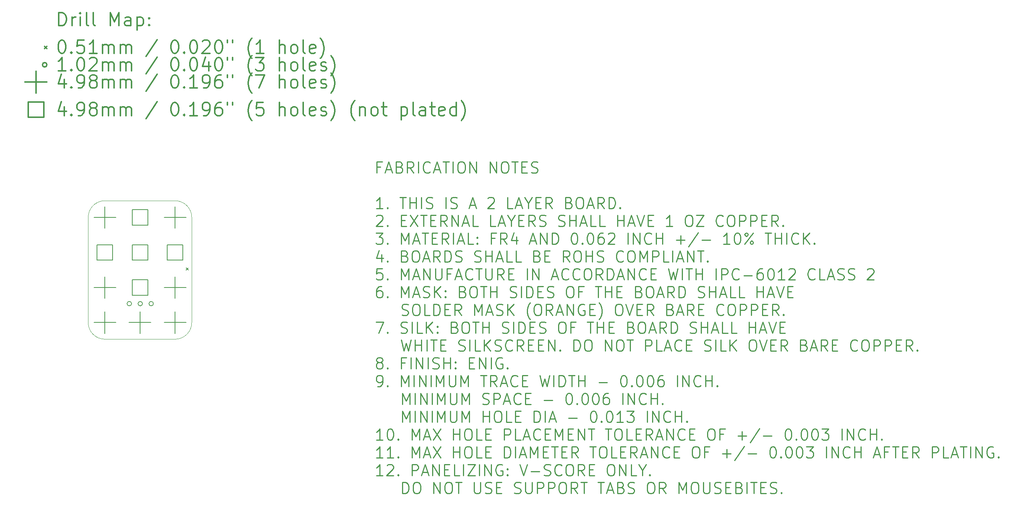
<source format=gbr>
G04 This is an RS-274x file exported by *
G04 gerbv version 2.6.0 *
G04 More information is available about gerbv at *
G04 http://gerbv.gpleda.org/ *
G04 --End of header info--*
%MOIN*%
%FSLAX34Y34*%
%IPPOS*%
G04 --Define apertures--*
%ADD10C,0.0050*%
%ADD11C,0.0079*%
%ADD12C,0.0118*%
%ADD13C,0.0138*%
%ADD14C,0.0039*%
%ADD15C,0.0100*%
G04 --Start main section--*
G54D11*
G01X0012483Y-023577D02*
G01X0012683Y-023777D01*
G01X0012683Y-023577D02*
G01X0012483Y-023777D01*
G01X0007594Y-026803D02*
G75*
G03X0007594Y-026803I-000200J0000000D01*
G01X0008574Y-026803D02*
G75*
G03X0008574Y-026803I-000200J0000000D01*
G01X0009554Y-026803D02*
G75*
G03X0009554Y-026803I-000200J0000000D01*
G01X0005201Y-018071D02*
G01X0005201Y-020031D01*
G01X0004220Y-019051D02*
G01X0006181Y-019051D01*
G01X0005201Y-024370D02*
G01X0005201Y-026331D01*
G01X0004220Y-025350D02*
G01X0006181Y-025350D01*
G01X0005201Y-027520D02*
G01X0005201Y-029480D01*
G01X0004220Y-028500D02*
G01X0006181Y-028500D01*
G01X0008350Y-027520D02*
G01X0008350Y-029480D01*
G01X0007370Y-028500D02*
G01X0009331Y-028500D01*
G01X0011500Y-018071D02*
G01X0011500Y-020031D01*
G01X0010520Y-019051D02*
G01X0012480Y-019051D01*
G01X0011500Y-024370D02*
G01X0011500Y-026331D01*
G01X0010520Y-025350D02*
G01X0012480Y-025350D01*
G01X0011500Y-027520D02*
G01X0011500Y-029480D01*
G01X0010520Y-028500D02*
G01X0012480Y-028500D01*
G01X0005894Y-022894D02*
G01X0005894Y-021508D01*
G01X0005894Y-021508D02*
G01X0004508Y-021508D01*
G01X0004508Y-021508D02*
G01X0004508Y-022894D01*
G01X0004508Y-022894D02*
G01X0005894Y-022894D01*
G01X0009044Y-019744D02*
G01X0009044Y-018358D01*
G01X0009044Y-018358D02*
G01X0007657Y-018358D01*
G01X0007657Y-018358D02*
G01X0007657Y-019744D01*
G01X0007657Y-019744D02*
G01X0009044Y-019744D01*
G01X0009044Y-022894D02*
G01X0009044Y-021508D01*
G01X0009044Y-021508D02*
G01X0007657Y-021508D01*
G01X0007657Y-021508D02*
G01X0007657Y-022894D01*
G01X0007657Y-022894D02*
G01X0009044Y-022894D01*
G01X0009044Y-026044D02*
G01X0009044Y-024657D01*
G01X0009044Y-024657D02*
G01X0007657Y-024657D01*
G01X0007657Y-024657D02*
G01X0007657Y-026044D01*
G01X0007657Y-026044D02*
G01X0009044Y-026044D01*
G01X0012193Y-022894D02*
G01X0012193Y-021508D01*
G01X0012193Y-021508D02*
G01X0010807Y-021508D01*
G01X0010807Y-021508D02*
G01X0010807Y-022894D01*
G01X0010807Y-022894D02*
G01X0012193Y-022894D01*
G54D12*
G01X0001069Y-001834D02*
G01X0001069Y-000652D01*
G01X0001069Y-000652D02*
G01X0001350Y-000652D01*
G01X0001350Y-000652D02*
G01X0001519Y-000709D01*
G01X0001519Y-000709D02*
G01X0001631Y-000821D01*
G01X0001631Y-000821D02*
G01X0001687Y-000934D01*
G01X0001687Y-000934D02*
G01X0001744Y-001159D01*
G01X0001744Y-001159D02*
G01X0001744Y-001327D01*
G01X0001744Y-001327D02*
G01X0001687Y-001552D01*
G01X0001687Y-001552D02*
G01X0001631Y-001665D01*
G01X0001631Y-001665D02*
G01X0001519Y-001777D01*
G01X0001519Y-001777D02*
G01X0001350Y-001834D01*
G01X0001350Y-001834D02*
G01X0001069Y-001834D01*
G01X0002250Y-001834D02*
G01X0002250Y-001046D01*
G01X0002250Y-001271D02*
G01X0002306Y-001159D01*
G01X0002306Y-001159D02*
G01X0002362Y-001102D01*
G01X0002362Y-001102D02*
G01X0002475Y-001046D01*
G01X0002475Y-001046D02*
G01X0002587Y-001046D01*
G01X0002981Y-001834D02*
G01X0002981Y-001046D01*
G01X0002981Y-000652D02*
G01X0002925Y-000709D01*
G01X0002925Y-000709D02*
G01X0002981Y-000765D01*
G01X0002981Y-000765D02*
G01X0003037Y-000709D01*
G01X0003037Y-000709D02*
G01X0002981Y-000652D01*
G01X0002981Y-000652D02*
G01X0002981Y-000765D01*
G01X0003712Y-001834D02*
G01X0003600Y-001777D01*
G01X0003600Y-001777D02*
G01X0003543Y-001665D01*
G01X0003543Y-001665D02*
G01X0003543Y-000652D01*
G01X0004331Y-001834D02*
G01X0004218Y-001777D01*
G01X0004218Y-001777D02*
G01X0004162Y-001665D01*
G01X0004162Y-001665D02*
G01X0004162Y-000652D01*
G01X0005681Y-001834D02*
G01X0005681Y-000652D01*
G01X0005681Y-000652D02*
G01X0006074Y-001496D01*
G01X0006074Y-001496D02*
G01X0006468Y-000652D01*
G01X0006468Y-000652D02*
G01X0006468Y-001834D01*
G01X0007537Y-001834D02*
G01X0007537Y-001215D01*
G01X0007537Y-001215D02*
G01X0007480Y-001102D01*
G01X0007480Y-001102D02*
G01X0007368Y-001046D01*
G01X0007368Y-001046D02*
G01X0007143Y-001046D01*
G01X0007143Y-001046D02*
G01X0007030Y-001102D01*
G01X0007537Y-001777D02*
G01X0007424Y-001834D01*
G01X0007424Y-001834D02*
G01X0007143Y-001834D01*
G01X0007143Y-001834D02*
G01X0007030Y-001777D01*
G01X0007030Y-001777D02*
G01X0006974Y-001665D01*
G01X0006974Y-001665D02*
G01X0006974Y-001552D01*
G01X0006974Y-001552D02*
G01X0007030Y-001440D01*
G01X0007030Y-001440D02*
G01X0007143Y-001384D01*
G01X0007143Y-001384D02*
G01X0007424Y-001384D01*
G01X0007424Y-001384D02*
G01X0007537Y-001327D01*
G01X0008099Y-001046D02*
G01X0008099Y-002227D01*
G01X0008099Y-001102D02*
G01X0008211Y-001046D01*
G01X0008211Y-001046D02*
G01X0008436Y-001046D01*
G01X0008436Y-001046D02*
G01X0008549Y-001102D01*
G01X0008549Y-001102D02*
G01X0008605Y-001159D01*
G01X0008605Y-001159D02*
G01X0008661Y-001271D01*
G01X0008661Y-001271D02*
G01X0008661Y-001609D01*
G01X0008661Y-001609D02*
G01X0008605Y-001721D01*
G01X0008605Y-001721D02*
G01X0008549Y-001777D01*
G01X0008549Y-001777D02*
G01X0008436Y-001834D01*
G01X0008436Y-001834D02*
G01X0008211Y-001834D01*
G01X0008211Y-001834D02*
G01X0008099Y-001777D01*
G01X0009168Y-001721D02*
G01X0009224Y-001777D01*
G01X0009224Y-001777D02*
G01X0009168Y-001834D01*
G01X0009168Y-001834D02*
G01X0009111Y-001777D01*
G01X0009111Y-001777D02*
G01X0009168Y-001721D01*
G01X0009168Y-001721D02*
G01X0009168Y-001834D01*
G01X0009168Y-001102D02*
G01X0009224Y-001159D01*
G01X0009224Y-001159D02*
G01X0009168Y-001215D01*
G01X0009168Y-001215D02*
G01X0009111Y-001159D01*
G01X0009111Y-001159D02*
G01X0009168Y-001102D01*
G01X0009168Y-001102D02*
G01X0009168Y-001215D01*
G01X-000200Y-003680D02*
G01X0000000Y-003880D01*
G01X0000000Y-003680D02*
G01X-000200Y-003880D01*
G01X0001294Y-003133D02*
G01X0001406Y-003133D01*
G01X0001406Y-003133D02*
G01X0001519Y-003189D01*
G01X0001519Y-003189D02*
G01X0001575Y-003245D01*
G01X0001575Y-003245D02*
G01X0001631Y-003358D01*
G01X0001631Y-003358D02*
G01X0001687Y-003583D01*
G01X0001687Y-003583D02*
G01X0001687Y-003864D01*
G01X0001687Y-003864D02*
G01X0001631Y-004089D01*
G01X0001631Y-004089D02*
G01X0001575Y-004201D01*
G01X0001575Y-004201D02*
G01X0001519Y-004258D01*
G01X0001519Y-004258D02*
G01X0001406Y-004314D01*
G01X0001406Y-004314D02*
G01X0001294Y-004314D01*
G01X0001294Y-004314D02*
G01X0001181Y-004258D01*
G01X0001181Y-004258D02*
G01X0001125Y-004201D01*
G01X0001125Y-004201D02*
G01X0001069Y-004089D01*
G01X0001069Y-004089D02*
G01X0001012Y-003864D01*
G01X0001012Y-003864D02*
G01X0001012Y-003583D01*
G01X0001012Y-003583D02*
G01X0001069Y-003358D01*
G01X0001069Y-003358D02*
G01X0001125Y-003245D01*
G01X0001125Y-003245D02*
G01X0001181Y-003189D01*
G01X0001181Y-003189D02*
G01X0001294Y-003133D01*
G01X0002193Y-004201D02*
G01X0002250Y-004258D01*
G01X0002250Y-004258D02*
G01X0002193Y-004314D01*
G01X0002193Y-004314D02*
G01X0002137Y-004258D01*
G01X0002137Y-004258D02*
G01X0002193Y-004201D01*
G01X0002193Y-004201D02*
G01X0002193Y-004314D01*
G01X0003318Y-003133D02*
G01X0002756Y-003133D01*
G01X0002756Y-003133D02*
G01X0002700Y-003695D01*
G01X0002700Y-003695D02*
G01X0002756Y-003639D01*
G01X0002756Y-003639D02*
G01X0002868Y-003583D01*
G01X0002868Y-003583D02*
G01X0003150Y-003583D01*
G01X0003150Y-003583D02*
G01X0003262Y-003639D01*
G01X0003262Y-003639D02*
G01X0003318Y-003695D01*
G01X0003318Y-003695D02*
G01X0003375Y-003808D01*
G01X0003375Y-003808D02*
G01X0003375Y-004089D01*
G01X0003375Y-004089D02*
G01X0003318Y-004201D01*
G01X0003318Y-004201D02*
G01X0003262Y-004258D01*
G01X0003262Y-004258D02*
G01X0003150Y-004314D01*
G01X0003150Y-004314D02*
G01X0002868Y-004314D01*
G01X0002868Y-004314D02*
G01X0002756Y-004258D01*
G01X0002756Y-004258D02*
G01X0002700Y-004201D01*
G01X0004499Y-004314D02*
G01X0003825Y-004314D01*
G01X0004162Y-004314D02*
G01X0004162Y-003133D01*
G01X0004162Y-003133D02*
G01X0004049Y-003301D01*
G01X0004049Y-003301D02*
G01X0003937Y-003414D01*
G01X0003937Y-003414D02*
G01X0003825Y-003470D01*
G01X0005006Y-004314D02*
G01X0005006Y-003526D01*
G01X0005006Y-003639D02*
G01X0005062Y-003583D01*
G01X0005062Y-003583D02*
G01X0005174Y-003526D01*
G01X0005174Y-003526D02*
G01X0005343Y-003526D01*
G01X0005343Y-003526D02*
G01X0005456Y-003583D01*
G01X0005456Y-003583D02*
G01X0005512Y-003695D01*
G01X0005512Y-003695D02*
G01X0005512Y-004314D01*
G01X0005512Y-003695D02*
G01X0005568Y-003583D01*
G01X0005568Y-003583D02*
G01X0005681Y-003526D01*
G01X0005681Y-003526D02*
G01X0005849Y-003526D01*
G01X0005849Y-003526D02*
G01X0005962Y-003583D01*
G01X0005962Y-003583D02*
G01X0006018Y-003695D01*
G01X0006018Y-003695D02*
G01X0006018Y-004314D01*
G01X0006580Y-004314D02*
G01X0006580Y-003526D01*
G01X0006580Y-003639D02*
G01X0006637Y-003583D01*
G01X0006637Y-003583D02*
G01X0006749Y-003526D01*
G01X0006749Y-003526D02*
G01X0006918Y-003526D01*
G01X0006918Y-003526D02*
G01X0007030Y-003583D01*
G01X0007030Y-003583D02*
G01X0007087Y-003695D01*
G01X0007087Y-003695D02*
G01X0007087Y-004314D01*
G01X0007087Y-003695D02*
G01X0007143Y-003583D01*
G01X0007143Y-003583D02*
G01X0007255Y-003526D01*
G01X0007255Y-003526D02*
G01X0007424Y-003526D01*
G01X0007424Y-003526D02*
G01X0007537Y-003583D01*
G01X0007537Y-003583D02*
G01X0007593Y-003695D01*
G01X0007593Y-003695D02*
G01X0007593Y-004314D01*
G01X0009899Y-003076D02*
G01X0008886Y-004595D01*
G01X0011417Y-003133D02*
G01X0011530Y-003133D01*
G01X0011530Y-003133D02*
G01X0011642Y-003189D01*
G01X0011642Y-003189D02*
G01X0011699Y-003245D01*
G01X0011699Y-003245D02*
G01X0011755Y-003358D01*
G01X0011755Y-003358D02*
G01X0011811Y-003583D01*
G01X0011811Y-003583D02*
G01X0011811Y-003864D01*
G01X0011811Y-003864D02*
G01X0011755Y-004089D01*
G01X0011755Y-004089D02*
G01X0011699Y-004201D01*
G01X0011699Y-004201D02*
G01X0011642Y-004258D01*
G01X0011642Y-004258D02*
G01X0011530Y-004314D01*
G01X0011530Y-004314D02*
G01X0011417Y-004314D01*
G01X0011417Y-004314D02*
G01X0011305Y-004258D01*
G01X0011305Y-004258D02*
G01X0011249Y-004201D01*
G01X0011249Y-004201D02*
G01X0011192Y-004089D01*
G01X0011192Y-004089D02*
G01X0011136Y-003864D01*
G01X0011136Y-003864D02*
G01X0011136Y-003583D01*
G01X0011136Y-003583D02*
G01X0011192Y-003358D01*
G01X0011192Y-003358D02*
G01X0011249Y-003245D01*
G01X0011249Y-003245D02*
G01X0011305Y-003189D01*
G01X0011305Y-003189D02*
G01X0011417Y-003133D01*
G01X0012317Y-004201D02*
G01X0012373Y-004258D01*
G01X0012373Y-004258D02*
G01X0012317Y-004314D01*
G01X0012317Y-004314D02*
G01X0012261Y-004258D01*
G01X0012261Y-004258D02*
G01X0012317Y-004201D01*
G01X0012317Y-004201D02*
G01X0012317Y-004314D01*
G01X0013105Y-003133D02*
G01X0013217Y-003133D01*
G01X0013217Y-003133D02*
G01X0013330Y-003189D01*
G01X0013330Y-003189D02*
G01X0013386Y-003245D01*
G01X0013386Y-003245D02*
G01X0013442Y-003358D01*
G01X0013442Y-003358D02*
G01X0013498Y-003583D01*
G01X0013498Y-003583D02*
G01X0013498Y-003864D01*
G01X0013498Y-003864D02*
G01X0013442Y-004089D01*
G01X0013442Y-004089D02*
G01X0013386Y-004201D01*
G01X0013386Y-004201D02*
G01X0013330Y-004258D01*
G01X0013330Y-004258D02*
G01X0013217Y-004314D01*
G01X0013217Y-004314D02*
G01X0013105Y-004314D01*
G01X0013105Y-004314D02*
G01X0012992Y-004258D01*
G01X0012992Y-004258D02*
G01X0012936Y-004201D01*
G01X0012936Y-004201D02*
G01X0012880Y-004089D01*
G01X0012880Y-004089D02*
G01X0012823Y-003864D01*
G01X0012823Y-003864D02*
G01X0012823Y-003583D01*
G01X0012823Y-003583D02*
G01X0012880Y-003358D01*
G01X0012880Y-003358D02*
G01X0012936Y-003245D01*
G01X0012936Y-003245D02*
G01X0012992Y-003189D01*
G01X0012992Y-003189D02*
G01X0013105Y-003133D01*
G01X0013948Y-003245D02*
G01X0014005Y-003189D01*
G01X0014005Y-003189D02*
G01X0014117Y-003133D01*
G01X0014117Y-003133D02*
G01X0014398Y-003133D01*
G01X0014398Y-003133D02*
G01X0014511Y-003189D01*
G01X0014511Y-003189D02*
G01X0014567Y-003245D01*
G01X0014567Y-003245D02*
G01X0014623Y-003358D01*
G01X0014623Y-003358D02*
G01X0014623Y-003470D01*
G01X0014623Y-003470D02*
G01X0014567Y-003639D01*
G01X0014567Y-003639D02*
G01X0013892Y-004314D01*
G01X0013892Y-004314D02*
G01X0014623Y-004314D01*
G01X0015354Y-003133D02*
G01X0015467Y-003133D01*
G01X0015467Y-003133D02*
G01X0015579Y-003189D01*
G01X0015579Y-003189D02*
G01X0015636Y-003245D01*
G01X0015636Y-003245D02*
G01X0015692Y-003358D01*
G01X0015692Y-003358D02*
G01X0015748Y-003583D01*
G01X0015748Y-003583D02*
G01X0015748Y-003864D01*
G01X0015748Y-003864D02*
G01X0015692Y-004089D01*
G01X0015692Y-004089D02*
G01X0015636Y-004201D01*
G01X0015636Y-004201D02*
G01X0015579Y-004258D01*
G01X0015579Y-004258D02*
G01X0015467Y-004314D01*
G01X0015467Y-004314D02*
G01X0015354Y-004314D01*
G01X0015354Y-004314D02*
G01X0015242Y-004258D01*
G01X0015242Y-004258D02*
G01X0015186Y-004201D01*
G01X0015186Y-004201D02*
G01X0015129Y-004089D01*
G01X0015129Y-004089D02*
G01X0015073Y-003864D01*
G01X0015073Y-003864D02*
G01X0015073Y-003583D01*
G01X0015073Y-003583D02*
G01X0015129Y-003358D01*
G01X0015129Y-003358D02*
G01X0015186Y-003245D01*
G01X0015186Y-003245D02*
G01X0015242Y-003189D01*
G01X0015242Y-003189D02*
G01X0015354Y-003133D01*
G01X0016198Y-003133D02*
G01X0016198Y-003358D01*
G01X0016648Y-003133D02*
G01X0016648Y-003358D01*
G01X0018391Y-004764D02*
G01X0018335Y-004708D01*
G01X0018335Y-004708D02*
G01X0018223Y-004539D01*
G01X0018223Y-004539D02*
G01X0018166Y-004426D01*
G01X0018166Y-004426D02*
G01X0018110Y-004258D01*
G01X0018110Y-004258D02*
G01X0018054Y-003976D01*
G01X0018054Y-003976D02*
G01X0018054Y-003751D01*
G01X0018054Y-003751D02*
G01X0018110Y-003470D01*
G01X0018110Y-003470D02*
G01X0018166Y-003301D01*
G01X0018166Y-003301D02*
G01X0018223Y-003189D01*
G01X0018223Y-003189D02*
G01X0018335Y-003020D01*
G01X0018335Y-003020D02*
G01X0018391Y-002964D01*
G01X0019460Y-004314D02*
G01X0018785Y-004314D01*
G01X0019123Y-004314D02*
G01X0019123Y-003133D01*
G01X0019123Y-003133D02*
G01X0019010Y-003301D01*
G01X0019010Y-003301D02*
G01X0018898Y-003414D01*
G01X0018898Y-003414D02*
G01X0018785Y-003470D01*
G01X0020866Y-004314D02*
G01X0020866Y-003133D01*
G01X0021372Y-004314D02*
G01X0021372Y-003695D01*
G01X0021372Y-003695D02*
G01X0021316Y-003583D01*
G01X0021316Y-003583D02*
G01X0021204Y-003526D01*
G01X0021204Y-003526D02*
G01X0021035Y-003526D01*
G01X0021035Y-003526D02*
G01X0020922Y-003583D01*
G01X0020922Y-003583D02*
G01X0020866Y-003639D01*
G01X0022103Y-004314D02*
G01X0021991Y-004258D01*
G01X0021991Y-004258D02*
G01X0021935Y-004201D01*
G01X0021935Y-004201D02*
G01X0021879Y-004089D01*
G01X0021879Y-004089D02*
G01X0021879Y-003751D01*
G01X0021879Y-003751D02*
G01X0021935Y-003639D01*
G01X0021935Y-003639D02*
G01X0021991Y-003583D01*
G01X0021991Y-003583D02*
G01X0022103Y-003526D01*
G01X0022103Y-003526D02*
G01X0022272Y-003526D01*
G01X0022272Y-003526D02*
G01X0022385Y-003583D01*
G01X0022385Y-003583D02*
G01X0022441Y-003639D01*
G01X0022441Y-003639D02*
G01X0022497Y-003751D01*
G01X0022497Y-003751D02*
G01X0022497Y-004089D01*
G01X0022497Y-004089D02*
G01X0022441Y-004201D01*
G01X0022441Y-004201D02*
G01X0022385Y-004258D01*
G01X0022385Y-004258D02*
G01X0022272Y-004314D01*
G01X0022272Y-004314D02*
G01X0022103Y-004314D01*
G01X0023172Y-004314D02*
G01X0023060Y-004258D01*
G01X0023060Y-004258D02*
G01X0023003Y-004145D01*
G01X0023003Y-004145D02*
G01X0023003Y-003133D01*
G01X0024072Y-004258D02*
G01X0023960Y-004314D01*
G01X0023960Y-004314D02*
G01X0023735Y-004314D01*
G01X0023735Y-004314D02*
G01X0023622Y-004258D01*
G01X0023622Y-004258D02*
G01X0023566Y-004145D01*
G01X0023566Y-004145D02*
G01X0023566Y-003695D01*
G01X0023566Y-003695D02*
G01X0023622Y-003583D01*
G01X0023622Y-003583D02*
G01X0023735Y-003526D01*
G01X0023735Y-003526D02*
G01X0023960Y-003526D01*
G01X0023960Y-003526D02*
G01X0024072Y-003583D01*
G01X0024072Y-003583D02*
G01X0024128Y-003695D01*
G01X0024128Y-003695D02*
G01X0024128Y-003808D01*
G01X0024128Y-003808D02*
G01X0023566Y-003920D01*
G01X0024522Y-004764D02*
G01X0024578Y-004708D01*
G01X0024578Y-004708D02*
G01X0024691Y-004539D01*
G01X0024691Y-004539D02*
G01X0024747Y-004426D01*
G01X0024747Y-004426D02*
G01X0024803Y-004258D01*
G01X0024803Y-004258D02*
G01X0024859Y-003976D01*
G01X0024859Y-003976D02*
G01X0024859Y-003751D01*
G01X0024859Y-003751D02*
G01X0024803Y-003470D01*
G01X0024803Y-003470D02*
G01X0024747Y-003301D01*
G01X0024747Y-003301D02*
G01X0024691Y-003189D01*
G01X0024691Y-003189D02*
G01X0024578Y-003020D01*
G01X0024578Y-003020D02*
G01X0024522Y-002964D01*
G01X0000000Y-005339D02*
G75*
G03X0000000Y-005339I-000200J0000000D01*
G01X0001687Y-005873D02*
G01X0001012Y-005873D01*
G01X0001350Y-005873D02*
G01X0001350Y-004692D01*
G01X0001350Y-004692D02*
G01X0001237Y-004861D01*
G01X0001237Y-004861D02*
G01X0001125Y-004973D01*
G01X0001125Y-004973D02*
G01X0001012Y-005029D01*
G01X0002193Y-005760D02*
G01X0002250Y-005817D01*
G01X0002250Y-005817D02*
G01X0002193Y-005873D01*
G01X0002193Y-005873D02*
G01X0002137Y-005817D01*
G01X0002137Y-005817D02*
G01X0002193Y-005760D01*
G01X0002193Y-005760D02*
G01X0002193Y-005873D01*
G01X0002981Y-004692D02*
G01X0003093Y-004692D01*
G01X0003093Y-004692D02*
G01X0003206Y-004748D01*
G01X0003206Y-004748D02*
G01X0003262Y-004804D01*
G01X0003262Y-004804D02*
G01X0003318Y-004917D01*
G01X0003318Y-004917D02*
G01X0003375Y-005142D01*
G01X0003375Y-005142D02*
G01X0003375Y-005423D01*
G01X0003375Y-005423D02*
G01X0003318Y-005648D01*
G01X0003318Y-005648D02*
G01X0003262Y-005760D01*
G01X0003262Y-005760D02*
G01X0003206Y-005817D01*
G01X0003206Y-005817D02*
G01X0003093Y-005873D01*
G01X0003093Y-005873D02*
G01X0002981Y-005873D01*
G01X0002981Y-005873D02*
G01X0002868Y-005817D01*
G01X0002868Y-005817D02*
G01X0002812Y-005760D01*
G01X0002812Y-005760D02*
G01X0002756Y-005648D01*
G01X0002756Y-005648D02*
G01X0002700Y-005423D01*
G01X0002700Y-005423D02*
G01X0002700Y-005142D01*
G01X0002700Y-005142D02*
G01X0002756Y-004917D01*
G01X0002756Y-004917D02*
G01X0002812Y-004804D01*
G01X0002812Y-004804D02*
G01X0002868Y-004748D01*
G01X0002868Y-004748D02*
G01X0002981Y-004692D01*
G01X0003825Y-004804D02*
G01X0003881Y-004748D01*
G01X0003881Y-004748D02*
G01X0003993Y-004692D01*
G01X0003993Y-004692D02*
G01X0004274Y-004692D01*
G01X0004274Y-004692D02*
G01X0004387Y-004748D01*
G01X0004387Y-004748D02*
G01X0004443Y-004804D01*
G01X0004443Y-004804D02*
G01X0004499Y-004917D01*
G01X0004499Y-004917D02*
G01X0004499Y-005029D01*
G01X0004499Y-005029D02*
G01X0004443Y-005198D01*
G01X0004443Y-005198D02*
G01X0003768Y-005873D01*
G01X0003768Y-005873D02*
G01X0004499Y-005873D01*
G01X0005006Y-005873D02*
G01X0005006Y-005085D01*
G01X0005006Y-005198D02*
G01X0005062Y-005142D01*
G01X0005062Y-005142D02*
G01X0005174Y-005085D01*
G01X0005174Y-005085D02*
G01X0005343Y-005085D01*
G01X0005343Y-005085D02*
G01X0005456Y-005142D01*
G01X0005456Y-005142D02*
G01X0005512Y-005254D01*
G01X0005512Y-005254D02*
G01X0005512Y-005873D01*
G01X0005512Y-005254D02*
G01X0005568Y-005142D01*
G01X0005568Y-005142D02*
G01X0005681Y-005085D01*
G01X0005681Y-005085D02*
G01X0005849Y-005085D01*
G01X0005849Y-005085D02*
G01X0005962Y-005142D01*
G01X0005962Y-005142D02*
G01X0006018Y-005254D01*
G01X0006018Y-005254D02*
G01X0006018Y-005873D01*
G01X0006580Y-005873D02*
G01X0006580Y-005085D01*
G01X0006580Y-005198D02*
G01X0006637Y-005142D01*
G01X0006637Y-005142D02*
G01X0006749Y-005085D01*
G01X0006749Y-005085D02*
G01X0006918Y-005085D01*
G01X0006918Y-005085D02*
G01X0007030Y-005142D01*
G01X0007030Y-005142D02*
G01X0007087Y-005254D01*
G01X0007087Y-005254D02*
G01X0007087Y-005873D01*
G01X0007087Y-005254D02*
G01X0007143Y-005142D01*
G01X0007143Y-005142D02*
G01X0007255Y-005085D01*
G01X0007255Y-005085D02*
G01X0007424Y-005085D01*
G01X0007424Y-005085D02*
G01X0007537Y-005142D01*
G01X0007537Y-005142D02*
G01X0007593Y-005254D01*
G01X0007593Y-005254D02*
G01X0007593Y-005873D01*
G01X0009899Y-004636D02*
G01X0008886Y-006154D01*
G01X0011417Y-004692D02*
G01X0011530Y-004692D01*
G01X0011530Y-004692D02*
G01X0011642Y-004748D01*
G01X0011642Y-004748D02*
G01X0011699Y-004804D01*
G01X0011699Y-004804D02*
G01X0011755Y-004917D01*
G01X0011755Y-004917D02*
G01X0011811Y-005142D01*
G01X0011811Y-005142D02*
G01X0011811Y-005423D01*
G01X0011811Y-005423D02*
G01X0011755Y-005648D01*
G01X0011755Y-005648D02*
G01X0011699Y-005760D01*
G01X0011699Y-005760D02*
G01X0011642Y-005817D01*
G01X0011642Y-005817D02*
G01X0011530Y-005873D01*
G01X0011530Y-005873D02*
G01X0011417Y-005873D01*
G01X0011417Y-005873D02*
G01X0011305Y-005817D01*
G01X0011305Y-005817D02*
G01X0011249Y-005760D01*
G01X0011249Y-005760D02*
G01X0011192Y-005648D01*
G01X0011192Y-005648D02*
G01X0011136Y-005423D01*
G01X0011136Y-005423D02*
G01X0011136Y-005142D01*
G01X0011136Y-005142D02*
G01X0011192Y-004917D01*
G01X0011192Y-004917D02*
G01X0011249Y-004804D01*
G01X0011249Y-004804D02*
G01X0011305Y-004748D01*
G01X0011305Y-004748D02*
G01X0011417Y-004692D01*
G01X0012317Y-005760D02*
G01X0012373Y-005817D01*
G01X0012373Y-005817D02*
G01X0012317Y-005873D01*
G01X0012317Y-005873D02*
G01X0012261Y-005817D01*
G01X0012261Y-005817D02*
G01X0012317Y-005760D01*
G01X0012317Y-005760D02*
G01X0012317Y-005873D01*
G01X0013105Y-004692D02*
G01X0013217Y-004692D01*
G01X0013217Y-004692D02*
G01X0013330Y-004748D01*
G01X0013330Y-004748D02*
G01X0013386Y-004804D01*
G01X0013386Y-004804D02*
G01X0013442Y-004917D01*
G01X0013442Y-004917D02*
G01X0013498Y-005142D01*
G01X0013498Y-005142D02*
G01X0013498Y-005423D01*
G01X0013498Y-005423D02*
G01X0013442Y-005648D01*
G01X0013442Y-005648D02*
G01X0013386Y-005760D01*
G01X0013386Y-005760D02*
G01X0013330Y-005817D01*
G01X0013330Y-005817D02*
G01X0013217Y-005873D01*
G01X0013217Y-005873D02*
G01X0013105Y-005873D01*
G01X0013105Y-005873D02*
G01X0012992Y-005817D01*
G01X0012992Y-005817D02*
G01X0012936Y-005760D01*
G01X0012936Y-005760D02*
G01X0012880Y-005648D01*
G01X0012880Y-005648D02*
G01X0012823Y-005423D01*
G01X0012823Y-005423D02*
G01X0012823Y-005142D01*
G01X0012823Y-005142D02*
G01X0012880Y-004917D01*
G01X0012880Y-004917D02*
G01X0012936Y-004804D01*
G01X0012936Y-004804D02*
G01X0012992Y-004748D01*
G01X0012992Y-004748D02*
G01X0013105Y-004692D01*
G01X0014511Y-005085D02*
G01X0014511Y-005873D01*
G01X0014229Y-004636D02*
G01X0013948Y-005479D01*
G01X0013948Y-005479D02*
G01X0014679Y-005479D01*
G01X0015354Y-004692D02*
G01X0015467Y-004692D01*
G01X0015467Y-004692D02*
G01X0015579Y-004748D01*
G01X0015579Y-004748D02*
G01X0015636Y-004804D01*
G01X0015636Y-004804D02*
G01X0015692Y-004917D01*
G01X0015692Y-004917D02*
G01X0015748Y-005142D01*
G01X0015748Y-005142D02*
G01X0015748Y-005423D01*
G01X0015748Y-005423D02*
G01X0015692Y-005648D01*
G01X0015692Y-005648D02*
G01X0015636Y-005760D01*
G01X0015636Y-005760D02*
G01X0015579Y-005817D01*
G01X0015579Y-005817D02*
G01X0015467Y-005873D01*
G01X0015467Y-005873D02*
G01X0015354Y-005873D01*
G01X0015354Y-005873D02*
G01X0015242Y-005817D01*
G01X0015242Y-005817D02*
G01X0015186Y-005760D01*
G01X0015186Y-005760D02*
G01X0015129Y-005648D01*
G01X0015129Y-005648D02*
G01X0015073Y-005423D01*
G01X0015073Y-005423D02*
G01X0015073Y-005142D01*
G01X0015073Y-005142D02*
G01X0015129Y-004917D01*
G01X0015129Y-004917D02*
G01X0015186Y-004804D01*
G01X0015186Y-004804D02*
G01X0015242Y-004748D01*
G01X0015242Y-004748D02*
G01X0015354Y-004692D01*
G01X0016198Y-004692D02*
G01X0016198Y-004917D01*
G01X0016648Y-004692D02*
G01X0016648Y-004917D01*
G01X0018391Y-006323D02*
G01X0018335Y-006267D01*
G01X0018335Y-006267D02*
G01X0018223Y-006098D01*
G01X0018223Y-006098D02*
G01X0018166Y-005985D01*
G01X0018166Y-005985D02*
G01X0018110Y-005817D01*
G01X0018110Y-005817D02*
G01X0018054Y-005535D01*
G01X0018054Y-005535D02*
G01X0018054Y-005310D01*
G01X0018054Y-005310D02*
G01X0018110Y-005029D01*
G01X0018110Y-005029D02*
G01X0018166Y-004861D01*
G01X0018166Y-004861D02*
G01X0018223Y-004748D01*
G01X0018223Y-004748D02*
G01X0018335Y-004579D01*
G01X0018335Y-004579D02*
G01X0018391Y-004523D01*
G01X0018729Y-004692D02*
G01X0019460Y-004692D01*
G01X0019460Y-004692D02*
G01X0019066Y-005142D01*
G01X0019066Y-005142D02*
G01X0019235Y-005142D01*
G01X0019235Y-005142D02*
G01X0019348Y-005198D01*
G01X0019348Y-005198D02*
G01X0019404Y-005254D01*
G01X0019404Y-005254D02*
G01X0019460Y-005367D01*
G01X0019460Y-005367D02*
G01X0019460Y-005648D01*
G01X0019460Y-005648D02*
G01X0019404Y-005760D01*
G01X0019404Y-005760D02*
G01X0019348Y-005817D01*
G01X0019348Y-005817D02*
G01X0019235Y-005873D01*
G01X0019235Y-005873D02*
G01X0018898Y-005873D01*
G01X0018898Y-005873D02*
G01X0018785Y-005817D01*
G01X0018785Y-005817D02*
G01X0018729Y-005760D01*
G01X0020866Y-005873D02*
G01X0020866Y-004692D01*
G01X0021372Y-005873D02*
G01X0021372Y-005254D01*
G01X0021372Y-005254D02*
G01X0021316Y-005142D01*
G01X0021316Y-005142D02*
G01X0021204Y-005085D01*
G01X0021204Y-005085D02*
G01X0021035Y-005085D01*
G01X0021035Y-005085D02*
G01X0020922Y-005142D01*
G01X0020922Y-005142D02*
G01X0020866Y-005198D01*
G01X0022103Y-005873D02*
G01X0021991Y-005817D01*
G01X0021991Y-005817D02*
G01X0021935Y-005760D01*
G01X0021935Y-005760D02*
G01X0021879Y-005648D01*
G01X0021879Y-005648D02*
G01X0021879Y-005310D01*
G01X0021879Y-005310D02*
G01X0021935Y-005198D01*
G01X0021935Y-005198D02*
G01X0021991Y-005142D01*
G01X0021991Y-005142D02*
G01X0022103Y-005085D01*
G01X0022103Y-005085D02*
G01X0022272Y-005085D01*
G01X0022272Y-005085D02*
G01X0022385Y-005142D01*
G01X0022385Y-005142D02*
G01X0022441Y-005198D01*
G01X0022441Y-005198D02*
G01X0022497Y-005310D01*
G01X0022497Y-005310D02*
G01X0022497Y-005648D01*
G01X0022497Y-005648D02*
G01X0022441Y-005760D01*
G01X0022441Y-005760D02*
G01X0022385Y-005817D01*
G01X0022385Y-005817D02*
G01X0022272Y-005873D01*
G01X0022272Y-005873D02*
G01X0022103Y-005873D01*
G01X0023172Y-005873D02*
G01X0023060Y-005817D01*
G01X0023060Y-005817D02*
G01X0023003Y-005704D01*
G01X0023003Y-005704D02*
G01X0023003Y-004692D01*
G01X0024072Y-005817D02*
G01X0023960Y-005873D01*
G01X0023960Y-005873D02*
G01X0023735Y-005873D01*
G01X0023735Y-005873D02*
G01X0023622Y-005817D01*
G01X0023622Y-005817D02*
G01X0023566Y-005704D01*
G01X0023566Y-005704D02*
G01X0023566Y-005254D01*
G01X0023566Y-005254D02*
G01X0023622Y-005142D01*
G01X0023622Y-005142D02*
G01X0023735Y-005085D01*
G01X0023735Y-005085D02*
G01X0023960Y-005085D01*
G01X0023960Y-005085D02*
G01X0024072Y-005142D01*
G01X0024072Y-005142D02*
G01X0024128Y-005254D01*
G01X0024128Y-005254D02*
G01X0024128Y-005367D01*
G01X0024128Y-005367D02*
G01X0023566Y-005479D01*
G01X0024578Y-005817D02*
G01X0024691Y-005873D01*
G01X0024691Y-005873D02*
G01X0024916Y-005873D01*
G01X0024916Y-005873D02*
G01X0025028Y-005817D01*
G01X0025028Y-005817D02*
G01X0025084Y-005704D01*
G01X0025084Y-005704D02*
G01X0025084Y-005648D01*
G01X0025084Y-005648D02*
G01X0025028Y-005535D01*
G01X0025028Y-005535D02*
G01X0024916Y-005479D01*
G01X0024916Y-005479D02*
G01X0024747Y-005479D01*
G01X0024747Y-005479D02*
G01X0024634Y-005423D01*
G01X0024634Y-005423D02*
G01X0024578Y-005310D01*
G01X0024578Y-005310D02*
G01X0024578Y-005254D01*
G01X0024578Y-005254D02*
G01X0024634Y-005142D01*
G01X0024634Y-005142D02*
G01X0024747Y-005085D01*
G01X0024747Y-005085D02*
G01X0024916Y-005085D01*
G01X0024916Y-005085D02*
G01X0025028Y-005142D01*
G01X0025478Y-006323D02*
G01X0025534Y-006267D01*
G01X0025534Y-006267D02*
G01X0025647Y-006098D01*
G01X0025647Y-006098D02*
G01X0025703Y-005985D01*
G01X0025703Y-005985D02*
G01X0025759Y-005817D01*
G01X0025759Y-005817D02*
G01X0025816Y-005535D01*
G01X0025816Y-005535D02*
G01X0025816Y-005310D01*
G01X0025816Y-005310D02*
G01X0025759Y-005029D01*
G01X0025759Y-005029D02*
G01X0025703Y-004861D01*
G01X0025703Y-004861D02*
G01X0025647Y-004748D01*
G01X0025647Y-004748D02*
G01X0025534Y-004579D01*
G01X0025534Y-004579D02*
G01X0025478Y-004523D01*
G01X-000980Y-005917D02*
G01X-000980Y-007878D01*
G01X-001961Y-006898D02*
G01X0000000Y-006898D01*
G01X0001575Y-006645D02*
G01X0001575Y-007432D01*
G01X0001294Y-006195D02*
G01X0001012Y-007038D01*
G01X0001012Y-007038D02*
G01X0001744Y-007038D01*
G01X0002193Y-007319D02*
G01X0002250Y-007376D01*
G01X0002250Y-007376D02*
G01X0002193Y-007432D01*
G01X0002193Y-007432D02*
G01X0002137Y-007376D01*
G01X0002137Y-007376D02*
G01X0002193Y-007319D01*
G01X0002193Y-007319D02*
G01X0002193Y-007432D01*
G01X0002812Y-007432D02*
G01X0003037Y-007432D01*
G01X0003037Y-007432D02*
G01X0003150Y-007376D01*
G01X0003150Y-007376D02*
G01X0003206Y-007319D01*
G01X0003206Y-007319D02*
G01X0003318Y-007151D01*
G01X0003318Y-007151D02*
G01X0003375Y-006926D01*
G01X0003375Y-006926D02*
G01X0003375Y-006476D01*
G01X0003375Y-006476D02*
G01X0003318Y-006363D01*
G01X0003318Y-006363D02*
G01X0003262Y-006307D01*
G01X0003262Y-006307D02*
G01X0003150Y-006251D01*
G01X0003150Y-006251D02*
G01X0002925Y-006251D01*
G01X0002925Y-006251D02*
G01X0002812Y-006307D01*
G01X0002812Y-006307D02*
G01X0002756Y-006363D01*
G01X0002756Y-006363D02*
G01X0002700Y-006476D01*
G01X0002700Y-006476D02*
G01X0002700Y-006757D01*
G01X0002700Y-006757D02*
G01X0002756Y-006870D01*
G01X0002756Y-006870D02*
G01X0002812Y-006926D01*
G01X0002812Y-006926D02*
G01X0002925Y-006982D01*
G01X0002925Y-006982D02*
G01X0003150Y-006982D01*
G01X0003150Y-006982D02*
G01X0003262Y-006926D01*
G01X0003262Y-006926D02*
G01X0003318Y-006870D01*
G01X0003318Y-006870D02*
G01X0003375Y-006757D01*
G01X0004049Y-006757D02*
G01X0003937Y-006701D01*
G01X0003937Y-006701D02*
G01X0003881Y-006645D01*
G01X0003881Y-006645D02*
G01X0003825Y-006532D01*
G01X0003825Y-006532D02*
G01X0003825Y-006476D01*
G01X0003825Y-006476D02*
G01X0003881Y-006363D01*
G01X0003881Y-006363D02*
G01X0003937Y-006307D01*
G01X0003937Y-006307D02*
G01X0004049Y-006251D01*
G01X0004049Y-006251D02*
G01X0004274Y-006251D01*
G01X0004274Y-006251D02*
G01X0004387Y-006307D01*
G01X0004387Y-006307D02*
G01X0004443Y-006363D01*
G01X0004443Y-006363D02*
G01X0004499Y-006476D01*
G01X0004499Y-006476D02*
G01X0004499Y-006532D01*
G01X0004499Y-006532D02*
G01X0004443Y-006645D01*
G01X0004443Y-006645D02*
G01X0004387Y-006701D01*
G01X0004387Y-006701D02*
G01X0004274Y-006757D01*
G01X0004274Y-006757D02*
G01X0004049Y-006757D01*
G01X0004049Y-006757D02*
G01X0003937Y-006813D01*
G01X0003937Y-006813D02*
G01X0003881Y-006870D01*
G01X0003881Y-006870D02*
G01X0003825Y-006982D01*
G01X0003825Y-006982D02*
G01X0003825Y-007207D01*
G01X0003825Y-007207D02*
G01X0003881Y-007319D01*
G01X0003881Y-007319D02*
G01X0003937Y-007376D01*
G01X0003937Y-007376D02*
G01X0004049Y-007432D01*
G01X0004049Y-007432D02*
G01X0004274Y-007432D01*
G01X0004274Y-007432D02*
G01X0004387Y-007376D01*
G01X0004387Y-007376D02*
G01X0004443Y-007319D01*
G01X0004443Y-007319D02*
G01X0004499Y-007207D01*
G01X0004499Y-007207D02*
G01X0004499Y-006982D01*
G01X0004499Y-006982D02*
G01X0004443Y-006870D01*
G01X0004443Y-006870D02*
G01X0004387Y-006813D01*
G01X0004387Y-006813D02*
G01X0004274Y-006757D01*
G01X0005006Y-007432D02*
G01X0005006Y-006645D01*
G01X0005006Y-006757D02*
G01X0005062Y-006701D01*
G01X0005062Y-006701D02*
G01X0005174Y-006645D01*
G01X0005174Y-006645D02*
G01X0005343Y-006645D01*
G01X0005343Y-006645D02*
G01X0005456Y-006701D01*
G01X0005456Y-006701D02*
G01X0005512Y-006813D01*
G01X0005512Y-006813D02*
G01X0005512Y-007432D01*
G01X0005512Y-006813D02*
G01X0005568Y-006701D01*
G01X0005568Y-006701D02*
G01X0005681Y-006645D01*
G01X0005681Y-006645D02*
G01X0005849Y-006645D01*
G01X0005849Y-006645D02*
G01X0005962Y-006701D01*
G01X0005962Y-006701D02*
G01X0006018Y-006813D01*
G01X0006018Y-006813D02*
G01X0006018Y-007432D01*
G01X0006580Y-007432D02*
G01X0006580Y-006645D01*
G01X0006580Y-006757D02*
G01X0006637Y-006701D01*
G01X0006637Y-006701D02*
G01X0006749Y-006645D01*
G01X0006749Y-006645D02*
G01X0006918Y-006645D01*
G01X0006918Y-006645D02*
G01X0007030Y-006701D01*
G01X0007030Y-006701D02*
G01X0007087Y-006813D01*
G01X0007087Y-006813D02*
G01X0007087Y-007432D01*
G01X0007087Y-006813D02*
G01X0007143Y-006701D01*
G01X0007143Y-006701D02*
G01X0007255Y-006645D01*
G01X0007255Y-006645D02*
G01X0007424Y-006645D01*
G01X0007424Y-006645D02*
G01X0007537Y-006701D01*
G01X0007537Y-006701D02*
G01X0007593Y-006813D01*
G01X0007593Y-006813D02*
G01X0007593Y-007432D01*
G01X0009899Y-006195D02*
G01X0008886Y-007713D01*
G01X0011417Y-006251D02*
G01X0011530Y-006251D01*
G01X0011530Y-006251D02*
G01X0011642Y-006307D01*
G01X0011642Y-006307D02*
G01X0011699Y-006363D01*
G01X0011699Y-006363D02*
G01X0011755Y-006476D01*
G01X0011755Y-006476D02*
G01X0011811Y-006701D01*
G01X0011811Y-006701D02*
G01X0011811Y-006982D01*
G01X0011811Y-006982D02*
G01X0011755Y-007207D01*
G01X0011755Y-007207D02*
G01X0011699Y-007319D01*
G01X0011699Y-007319D02*
G01X0011642Y-007376D01*
G01X0011642Y-007376D02*
G01X0011530Y-007432D01*
G01X0011530Y-007432D02*
G01X0011417Y-007432D01*
G01X0011417Y-007432D02*
G01X0011305Y-007376D01*
G01X0011305Y-007376D02*
G01X0011249Y-007319D01*
G01X0011249Y-007319D02*
G01X0011192Y-007207D01*
G01X0011192Y-007207D02*
G01X0011136Y-006982D01*
G01X0011136Y-006982D02*
G01X0011136Y-006701D01*
G01X0011136Y-006701D02*
G01X0011192Y-006476D01*
G01X0011192Y-006476D02*
G01X0011249Y-006363D01*
G01X0011249Y-006363D02*
G01X0011305Y-006307D01*
G01X0011305Y-006307D02*
G01X0011417Y-006251D01*
G01X0012317Y-007319D02*
G01X0012373Y-007376D01*
G01X0012373Y-007376D02*
G01X0012317Y-007432D01*
G01X0012317Y-007432D02*
G01X0012261Y-007376D01*
G01X0012261Y-007376D02*
G01X0012317Y-007319D01*
G01X0012317Y-007319D02*
G01X0012317Y-007432D01*
G01X0013498Y-007432D02*
G01X0012823Y-007432D01*
G01X0013161Y-007432D02*
G01X0013161Y-006251D01*
G01X0013161Y-006251D02*
G01X0013048Y-006420D01*
G01X0013048Y-006420D02*
G01X0012936Y-006532D01*
G01X0012936Y-006532D02*
G01X0012823Y-006588D01*
G01X0014061Y-007432D02*
G01X0014286Y-007432D01*
G01X0014286Y-007432D02*
G01X0014398Y-007376D01*
G01X0014398Y-007376D02*
G01X0014454Y-007319D01*
G01X0014454Y-007319D02*
G01X0014567Y-007151D01*
G01X0014567Y-007151D02*
G01X0014623Y-006926D01*
G01X0014623Y-006926D02*
G01X0014623Y-006476D01*
G01X0014623Y-006476D02*
G01X0014567Y-006363D01*
G01X0014567Y-006363D02*
G01X0014511Y-006307D01*
G01X0014511Y-006307D02*
G01X0014398Y-006251D01*
G01X0014398Y-006251D02*
G01X0014173Y-006251D01*
G01X0014173Y-006251D02*
G01X0014061Y-006307D01*
G01X0014061Y-006307D02*
G01X0014005Y-006363D01*
G01X0014005Y-006363D02*
G01X0013948Y-006476D01*
G01X0013948Y-006476D02*
G01X0013948Y-006757D01*
G01X0013948Y-006757D02*
G01X0014005Y-006870D01*
G01X0014005Y-006870D02*
G01X0014061Y-006926D01*
G01X0014061Y-006926D02*
G01X0014173Y-006982D01*
G01X0014173Y-006982D02*
G01X0014398Y-006982D01*
G01X0014398Y-006982D02*
G01X0014511Y-006926D01*
G01X0014511Y-006926D02*
G01X0014567Y-006870D01*
G01X0014567Y-006870D02*
G01X0014623Y-006757D01*
G01X0015636Y-006251D02*
G01X0015411Y-006251D01*
G01X0015411Y-006251D02*
G01X0015298Y-006307D01*
G01X0015298Y-006307D02*
G01X0015242Y-006363D01*
G01X0015242Y-006363D02*
G01X0015129Y-006532D01*
G01X0015129Y-006532D02*
G01X0015073Y-006757D01*
G01X0015073Y-006757D02*
G01X0015073Y-007207D01*
G01X0015073Y-007207D02*
G01X0015129Y-007319D01*
G01X0015129Y-007319D02*
G01X0015186Y-007376D01*
G01X0015186Y-007376D02*
G01X0015298Y-007432D01*
G01X0015298Y-007432D02*
G01X0015523Y-007432D01*
G01X0015523Y-007432D02*
G01X0015636Y-007376D01*
G01X0015636Y-007376D02*
G01X0015692Y-007319D01*
G01X0015692Y-007319D02*
G01X0015748Y-007207D01*
G01X0015748Y-007207D02*
G01X0015748Y-006926D01*
G01X0015748Y-006926D02*
G01X0015692Y-006813D01*
G01X0015692Y-006813D02*
G01X0015636Y-006757D01*
G01X0015636Y-006757D02*
G01X0015523Y-006701D01*
G01X0015523Y-006701D02*
G01X0015298Y-006701D01*
G01X0015298Y-006701D02*
G01X0015186Y-006757D01*
G01X0015186Y-006757D02*
G01X0015129Y-006813D01*
G01X0015129Y-006813D02*
G01X0015073Y-006926D01*
G01X0016198Y-006251D02*
G01X0016198Y-006476D01*
G01X0016648Y-006251D02*
G01X0016648Y-006476D01*
G01X0018391Y-007882D02*
G01X0018335Y-007826D01*
G01X0018335Y-007826D02*
G01X0018223Y-007657D01*
G01X0018223Y-007657D02*
G01X0018166Y-007544D01*
G01X0018166Y-007544D02*
G01X0018110Y-007376D01*
G01X0018110Y-007376D02*
G01X0018054Y-007094D01*
G01X0018054Y-007094D02*
G01X0018054Y-006870D01*
G01X0018054Y-006870D02*
G01X0018110Y-006588D01*
G01X0018110Y-006588D02*
G01X0018166Y-006420D01*
G01X0018166Y-006420D02*
G01X0018223Y-006307D01*
G01X0018223Y-006307D02*
G01X0018335Y-006138D01*
G01X0018335Y-006138D02*
G01X0018391Y-006082D01*
G01X0018729Y-006251D02*
G01X0019516Y-006251D01*
G01X0019516Y-006251D02*
G01X0019010Y-007432D01*
G01X0020866Y-007432D02*
G01X0020866Y-006251D01*
G01X0021372Y-007432D02*
G01X0021372Y-006813D01*
G01X0021372Y-006813D02*
G01X0021316Y-006701D01*
G01X0021316Y-006701D02*
G01X0021204Y-006645D01*
G01X0021204Y-006645D02*
G01X0021035Y-006645D01*
G01X0021035Y-006645D02*
G01X0020922Y-006701D01*
G01X0020922Y-006701D02*
G01X0020866Y-006757D01*
G01X0022103Y-007432D02*
G01X0021991Y-007376D01*
G01X0021991Y-007376D02*
G01X0021935Y-007319D01*
G01X0021935Y-007319D02*
G01X0021879Y-007207D01*
G01X0021879Y-007207D02*
G01X0021879Y-006870D01*
G01X0021879Y-006870D02*
G01X0021935Y-006757D01*
G01X0021935Y-006757D02*
G01X0021991Y-006701D01*
G01X0021991Y-006701D02*
G01X0022103Y-006645D01*
G01X0022103Y-006645D02*
G01X0022272Y-006645D01*
G01X0022272Y-006645D02*
G01X0022385Y-006701D01*
G01X0022385Y-006701D02*
G01X0022441Y-006757D01*
G01X0022441Y-006757D02*
G01X0022497Y-006870D01*
G01X0022497Y-006870D02*
G01X0022497Y-007207D01*
G01X0022497Y-007207D02*
G01X0022441Y-007319D01*
G01X0022441Y-007319D02*
G01X0022385Y-007376D01*
G01X0022385Y-007376D02*
G01X0022272Y-007432D01*
G01X0022272Y-007432D02*
G01X0022103Y-007432D01*
G01X0023172Y-007432D02*
G01X0023060Y-007376D01*
G01X0023060Y-007376D02*
G01X0023003Y-007263D01*
G01X0023003Y-007263D02*
G01X0023003Y-006251D01*
G01X0024072Y-007376D02*
G01X0023960Y-007432D01*
G01X0023960Y-007432D02*
G01X0023735Y-007432D01*
G01X0023735Y-007432D02*
G01X0023622Y-007376D01*
G01X0023622Y-007376D02*
G01X0023566Y-007263D01*
G01X0023566Y-007263D02*
G01X0023566Y-006813D01*
G01X0023566Y-006813D02*
G01X0023622Y-006701D01*
G01X0023622Y-006701D02*
G01X0023735Y-006645D01*
G01X0023735Y-006645D02*
G01X0023960Y-006645D01*
G01X0023960Y-006645D02*
G01X0024072Y-006701D01*
G01X0024072Y-006701D02*
G01X0024128Y-006813D01*
G01X0024128Y-006813D02*
G01X0024128Y-006926D01*
G01X0024128Y-006926D02*
G01X0023566Y-007038D01*
G01X0024578Y-007376D02*
G01X0024691Y-007432D01*
G01X0024691Y-007432D02*
G01X0024916Y-007432D01*
G01X0024916Y-007432D02*
G01X0025028Y-007376D01*
G01X0025028Y-007376D02*
G01X0025084Y-007263D01*
G01X0025084Y-007263D02*
G01X0025084Y-007207D01*
G01X0025084Y-007207D02*
G01X0025028Y-007094D01*
G01X0025028Y-007094D02*
G01X0024916Y-007038D01*
G01X0024916Y-007038D02*
G01X0024747Y-007038D01*
G01X0024747Y-007038D02*
G01X0024634Y-006982D01*
G01X0024634Y-006982D02*
G01X0024578Y-006870D01*
G01X0024578Y-006870D02*
G01X0024578Y-006813D01*
G01X0024578Y-006813D02*
G01X0024634Y-006701D01*
G01X0024634Y-006701D02*
G01X0024747Y-006645D01*
G01X0024747Y-006645D02*
G01X0024916Y-006645D01*
G01X0024916Y-006645D02*
G01X0025028Y-006701D01*
G01X0025478Y-007882D02*
G01X0025534Y-007826D01*
G01X0025534Y-007826D02*
G01X0025647Y-007657D01*
G01X0025647Y-007657D02*
G01X0025703Y-007544D01*
G01X0025703Y-007544D02*
G01X0025759Y-007376D01*
G01X0025759Y-007376D02*
G01X0025816Y-007094D01*
G01X0025816Y-007094D02*
G01X0025816Y-006870D01*
G01X0025816Y-006870D02*
G01X0025759Y-006588D01*
G01X0025759Y-006588D02*
G01X0025703Y-006420D01*
G01X0025703Y-006420D02*
G01X0025647Y-006307D01*
G01X0025647Y-006307D02*
G01X0025534Y-006138D01*
G01X0025534Y-006138D02*
G01X0025478Y-006082D01*
G01X-000287Y-010063D02*
G01X-000287Y-008677D01*
G01X-000287Y-008677D02*
G01X-001674Y-008677D01*
G01X-001674Y-008677D02*
G01X-001674Y-010063D01*
G01X-001674Y-010063D02*
G01X-000287Y-010063D01*
G01X0001575Y-009117D02*
G01X0001575Y-009904D01*
G01X0001294Y-008667D02*
G01X0001012Y-009511D01*
G01X0001012Y-009511D02*
G01X0001744Y-009511D01*
G01X0002193Y-009792D02*
G01X0002250Y-009848D01*
G01X0002250Y-009848D02*
G01X0002193Y-009904D01*
G01X0002193Y-009904D02*
G01X0002137Y-009848D01*
G01X0002137Y-009848D02*
G01X0002193Y-009792D01*
G01X0002193Y-009792D02*
G01X0002193Y-009904D01*
G01X0002812Y-009904D02*
G01X0003037Y-009904D01*
G01X0003037Y-009904D02*
G01X0003150Y-009848D01*
G01X0003150Y-009848D02*
G01X0003206Y-009792D01*
G01X0003206Y-009792D02*
G01X0003318Y-009623D01*
G01X0003318Y-009623D02*
G01X0003375Y-009398D01*
G01X0003375Y-009398D02*
G01X0003375Y-008948D01*
G01X0003375Y-008948D02*
G01X0003318Y-008836D01*
G01X0003318Y-008836D02*
G01X0003262Y-008780D01*
G01X0003262Y-008780D02*
G01X0003150Y-008723D01*
G01X0003150Y-008723D02*
G01X0002925Y-008723D01*
G01X0002925Y-008723D02*
G01X0002812Y-008780D01*
G01X0002812Y-008780D02*
G01X0002756Y-008836D01*
G01X0002756Y-008836D02*
G01X0002700Y-008948D01*
G01X0002700Y-008948D02*
G01X0002700Y-009229D01*
G01X0002700Y-009229D02*
G01X0002756Y-009342D01*
G01X0002756Y-009342D02*
G01X0002812Y-009398D01*
G01X0002812Y-009398D02*
G01X0002925Y-009454D01*
G01X0002925Y-009454D02*
G01X0003150Y-009454D01*
G01X0003150Y-009454D02*
G01X0003262Y-009398D01*
G01X0003262Y-009398D02*
G01X0003318Y-009342D01*
G01X0003318Y-009342D02*
G01X0003375Y-009229D01*
G01X0004049Y-009229D02*
G01X0003937Y-009173D01*
G01X0003937Y-009173D02*
G01X0003881Y-009117D01*
G01X0003881Y-009117D02*
G01X0003825Y-009004D01*
G01X0003825Y-009004D02*
G01X0003825Y-008948D01*
G01X0003825Y-008948D02*
G01X0003881Y-008836D01*
G01X0003881Y-008836D02*
G01X0003937Y-008780D01*
G01X0003937Y-008780D02*
G01X0004049Y-008723D01*
G01X0004049Y-008723D02*
G01X0004274Y-008723D01*
G01X0004274Y-008723D02*
G01X0004387Y-008780D01*
G01X0004387Y-008780D02*
G01X0004443Y-008836D01*
G01X0004443Y-008836D02*
G01X0004499Y-008948D01*
G01X0004499Y-008948D02*
G01X0004499Y-009004D01*
G01X0004499Y-009004D02*
G01X0004443Y-009117D01*
G01X0004443Y-009117D02*
G01X0004387Y-009173D01*
G01X0004387Y-009173D02*
G01X0004274Y-009229D01*
G01X0004274Y-009229D02*
G01X0004049Y-009229D01*
G01X0004049Y-009229D02*
G01X0003937Y-009286D01*
G01X0003937Y-009286D02*
G01X0003881Y-009342D01*
G01X0003881Y-009342D02*
G01X0003825Y-009454D01*
G01X0003825Y-009454D02*
G01X0003825Y-009679D01*
G01X0003825Y-009679D02*
G01X0003881Y-009792D01*
G01X0003881Y-009792D02*
G01X0003937Y-009848D01*
G01X0003937Y-009848D02*
G01X0004049Y-009904D01*
G01X0004049Y-009904D02*
G01X0004274Y-009904D01*
G01X0004274Y-009904D02*
G01X0004387Y-009848D01*
G01X0004387Y-009848D02*
G01X0004443Y-009792D01*
G01X0004443Y-009792D02*
G01X0004499Y-009679D01*
G01X0004499Y-009679D02*
G01X0004499Y-009454D01*
G01X0004499Y-009454D02*
G01X0004443Y-009342D01*
G01X0004443Y-009342D02*
G01X0004387Y-009286D01*
G01X0004387Y-009286D02*
G01X0004274Y-009229D01*
G01X0005006Y-009904D02*
G01X0005006Y-009117D01*
G01X0005006Y-009229D02*
G01X0005062Y-009173D01*
G01X0005062Y-009173D02*
G01X0005174Y-009117D01*
G01X0005174Y-009117D02*
G01X0005343Y-009117D01*
G01X0005343Y-009117D02*
G01X0005456Y-009173D01*
G01X0005456Y-009173D02*
G01X0005512Y-009286D01*
G01X0005512Y-009286D02*
G01X0005512Y-009904D01*
G01X0005512Y-009286D02*
G01X0005568Y-009173D01*
G01X0005568Y-009173D02*
G01X0005681Y-009117D01*
G01X0005681Y-009117D02*
G01X0005849Y-009117D01*
G01X0005849Y-009117D02*
G01X0005962Y-009173D01*
G01X0005962Y-009173D02*
G01X0006018Y-009286D01*
G01X0006018Y-009286D02*
G01X0006018Y-009904D01*
G01X0006580Y-009904D02*
G01X0006580Y-009117D01*
G01X0006580Y-009229D02*
G01X0006637Y-009173D01*
G01X0006637Y-009173D02*
G01X0006749Y-009117D01*
G01X0006749Y-009117D02*
G01X0006918Y-009117D01*
G01X0006918Y-009117D02*
G01X0007030Y-009173D01*
G01X0007030Y-009173D02*
G01X0007087Y-009286D01*
G01X0007087Y-009286D02*
G01X0007087Y-009904D01*
G01X0007087Y-009286D02*
G01X0007143Y-009173D01*
G01X0007143Y-009173D02*
G01X0007255Y-009117D01*
G01X0007255Y-009117D02*
G01X0007424Y-009117D01*
G01X0007424Y-009117D02*
G01X0007537Y-009173D01*
G01X0007537Y-009173D02*
G01X0007593Y-009286D01*
G01X0007593Y-009286D02*
G01X0007593Y-009904D01*
G01X0009899Y-008667D02*
G01X0008886Y-010186D01*
G01X0011417Y-008723D02*
G01X0011530Y-008723D01*
G01X0011530Y-008723D02*
G01X0011642Y-008780D01*
G01X0011642Y-008780D02*
G01X0011699Y-008836D01*
G01X0011699Y-008836D02*
G01X0011755Y-008948D01*
G01X0011755Y-008948D02*
G01X0011811Y-009173D01*
G01X0011811Y-009173D02*
G01X0011811Y-009454D01*
G01X0011811Y-009454D02*
G01X0011755Y-009679D01*
G01X0011755Y-009679D02*
G01X0011699Y-009792D01*
G01X0011699Y-009792D02*
G01X0011642Y-009848D01*
G01X0011642Y-009848D02*
G01X0011530Y-009904D01*
G01X0011530Y-009904D02*
G01X0011417Y-009904D01*
G01X0011417Y-009904D02*
G01X0011305Y-009848D01*
G01X0011305Y-009848D02*
G01X0011249Y-009792D01*
G01X0011249Y-009792D02*
G01X0011192Y-009679D01*
G01X0011192Y-009679D02*
G01X0011136Y-009454D01*
G01X0011136Y-009454D02*
G01X0011136Y-009173D01*
G01X0011136Y-009173D02*
G01X0011192Y-008948D01*
G01X0011192Y-008948D02*
G01X0011249Y-008836D01*
G01X0011249Y-008836D02*
G01X0011305Y-008780D01*
G01X0011305Y-008780D02*
G01X0011417Y-008723D01*
G01X0012317Y-009792D02*
G01X0012373Y-009848D01*
G01X0012373Y-009848D02*
G01X0012317Y-009904D01*
G01X0012317Y-009904D02*
G01X0012261Y-009848D01*
G01X0012261Y-009848D02*
G01X0012317Y-009792D01*
G01X0012317Y-009792D02*
G01X0012317Y-009904D01*
G01X0013498Y-009904D02*
G01X0012823Y-009904D01*
G01X0013161Y-009904D02*
G01X0013161Y-008723D01*
G01X0013161Y-008723D02*
G01X0013048Y-008892D01*
G01X0013048Y-008892D02*
G01X0012936Y-009004D01*
G01X0012936Y-009004D02*
G01X0012823Y-009061D01*
G01X0014061Y-009904D02*
G01X0014286Y-009904D01*
G01X0014286Y-009904D02*
G01X0014398Y-009848D01*
G01X0014398Y-009848D02*
G01X0014454Y-009792D01*
G01X0014454Y-009792D02*
G01X0014567Y-009623D01*
G01X0014567Y-009623D02*
G01X0014623Y-009398D01*
G01X0014623Y-009398D02*
G01X0014623Y-008948D01*
G01X0014623Y-008948D02*
G01X0014567Y-008836D01*
G01X0014567Y-008836D02*
G01X0014511Y-008780D01*
G01X0014511Y-008780D02*
G01X0014398Y-008723D01*
G01X0014398Y-008723D02*
G01X0014173Y-008723D01*
G01X0014173Y-008723D02*
G01X0014061Y-008780D01*
G01X0014061Y-008780D02*
G01X0014005Y-008836D01*
G01X0014005Y-008836D02*
G01X0013948Y-008948D01*
G01X0013948Y-008948D02*
G01X0013948Y-009229D01*
G01X0013948Y-009229D02*
G01X0014005Y-009342D01*
G01X0014005Y-009342D02*
G01X0014061Y-009398D01*
G01X0014061Y-009398D02*
G01X0014173Y-009454D01*
G01X0014173Y-009454D02*
G01X0014398Y-009454D01*
G01X0014398Y-009454D02*
G01X0014511Y-009398D01*
G01X0014511Y-009398D02*
G01X0014567Y-009342D01*
G01X0014567Y-009342D02*
G01X0014623Y-009229D01*
G01X0015636Y-008723D02*
G01X0015411Y-008723D01*
G01X0015411Y-008723D02*
G01X0015298Y-008780D01*
G01X0015298Y-008780D02*
G01X0015242Y-008836D01*
G01X0015242Y-008836D02*
G01X0015129Y-009004D01*
G01X0015129Y-009004D02*
G01X0015073Y-009229D01*
G01X0015073Y-009229D02*
G01X0015073Y-009679D01*
G01X0015073Y-009679D02*
G01X0015129Y-009792D01*
G01X0015129Y-009792D02*
G01X0015186Y-009848D01*
G01X0015186Y-009848D02*
G01X0015298Y-009904D01*
G01X0015298Y-009904D02*
G01X0015523Y-009904D01*
G01X0015523Y-009904D02*
G01X0015636Y-009848D01*
G01X0015636Y-009848D02*
G01X0015692Y-009792D01*
G01X0015692Y-009792D02*
G01X0015748Y-009679D01*
G01X0015748Y-009679D02*
G01X0015748Y-009398D01*
G01X0015748Y-009398D02*
G01X0015692Y-009286D01*
G01X0015692Y-009286D02*
G01X0015636Y-009229D01*
G01X0015636Y-009229D02*
G01X0015523Y-009173D01*
G01X0015523Y-009173D02*
G01X0015298Y-009173D01*
G01X0015298Y-009173D02*
G01X0015186Y-009229D01*
G01X0015186Y-009229D02*
G01X0015129Y-009286D01*
G01X0015129Y-009286D02*
G01X0015073Y-009398D01*
G01X0016198Y-008723D02*
G01X0016198Y-008948D01*
G01X0016648Y-008723D02*
G01X0016648Y-008948D01*
G01X0018391Y-010354D02*
G01X0018335Y-010298D01*
G01X0018335Y-010298D02*
G01X0018223Y-010129D01*
G01X0018223Y-010129D02*
G01X0018166Y-010017D01*
G01X0018166Y-010017D02*
G01X0018110Y-009848D01*
G01X0018110Y-009848D02*
G01X0018054Y-009567D01*
G01X0018054Y-009567D02*
G01X0018054Y-009342D01*
G01X0018054Y-009342D02*
G01X0018110Y-009061D01*
G01X0018110Y-009061D02*
G01X0018166Y-008892D01*
G01X0018166Y-008892D02*
G01X0018223Y-008780D01*
G01X0018223Y-008780D02*
G01X0018335Y-008611D01*
G01X0018335Y-008611D02*
G01X0018391Y-008555D01*
G01X0019404Y-008723D02*
G01X0018841Y-008723D01*
G01X0018841Y-008723D02*
G01X0018785Y-009286D01*
G01X0018785Y-009286D02*
G01X0018841Y-009229D01*
G01X0018841Y-009229D02*
G01X0018954Y-009173D01*
G01X0018954Y-009173D02*
G01X0019235Y-009173D01*
G01X0019235Y-009173D02*
G01X0019348Y-009229D01*
G01X0019348Y-009229D02*
G01X0019404Y-009286D01*
G01X0019404Y-009286D02*
G01X0019460Y-009398D01*
G01X0019460Y-009398D02*
G01X0019460Y-009679D01*
G01X0019460Y-009679D02*
G01X0019404Y-009792D01*
G01X0019404Y-009792D02*
G01X0019348Y-009848D01*
G01X0019348Y-009848D02*
G01X0019235Y-009904D01*
G01X0019235Y-009904D02*
G01X0018954Y-009904D01*
G01X0018954Y-009904D02*
G01X0018841Y-009848D01*
G01X0018841Y-009848D02*
G01X0018785Y-009792D01*
G01X0020866Y-009904D02*
G01X0020866Y-008723D01*
G01X0021372Y-009904D02*
G01X0021372Y-009286D01*
G01X0021372Y-009286D02*
G01X0021316Y-009173D01*
G01X0021316Y-009173D02*
G01X0021204Y-009117D01*
G01X0021204Y-009117D02*
G01X0021035Y-009117D01*
G01X0021035Y-009117D02*
G01X0020922Y-009173D01*
G01X0020922Y-009173D02*
G01X0020866Y-009229D01*
G01X0022103Y-009904D02*
G01X0021991Y-009848D01*
G01X0021991Y-009848D02*
G01X0021935Y-009792D01*
G01X0021935Y-009792D02*
G01X0021879Y-009679D01*
G01X0021879Y-009679D02*
G01X0021879Y-009342D01*
G01X0021879Y-009342D02*
G01X0021935Y-009229D01*
G01X0021935Y-009229D02*
G01X0021991Y-009173D01*
G01X0021991Y-009173D02*
G01X0022103Y-009117D01*
G01X0022103Y-009117D02*
G01X0022272Y-009117D01*
G01X0022272Y-009117D02*
G01X0022385Y-009173D01*
G01X0022385Y-009173D02*
G01X0022441Y-009229D01*
G01X0022441Y-009229D02*
G01X0022497Y-009342D01*
G01X0022497Y-009342D02*
G01X0022497Y-009679D01*
G01X0022497Y-009679D02*
G01X0022441Y-009792D01*
G01X0022441Y-009792D02*
G01X0022385Y-009848D01*
G01X0022385Y-009848D02*
G01X0022272Y-009904D01*
G01X0022272Y-009904D02*
G01X0022103Y-009904D01*
G01X0023172Y-009904D02*
G01X0023060Y-009848D01*
G01X0023060Y-009848D02*
G01X0023003Y-009736D01*
G01X0023003Y-009736D02*
G01X0023003Y-008723D01*
G01X0024072Y-009848D02*
G01X0023960Y-009904D01*
G01X0023960Y-009904D02*
G01X0023735Y-009904D01*
G01X0023735Y-009904D02*
G01X0023622Y-009848D01*
G01X0023622Y-009848D02*
G01X0023566Y-009736D01*
G01X0023566Y-009736D02*
G01X0023566Y-009286D01*
G01X0023566Y-009286D02*
G01X0023622Y-009173D01*
G01X0023622Y-009173D02*
G01X0023735Y-009117D01*
G01X0023735Y-009117D02*
G01X0023960Y-009117D01*
G01X0023960Y-009117D02*
G01X0024072Y-009173D01*
G01X0024072Y-009173D02*
G01X0024128Y-009286D01*
G01X0024128Y-009286D02*
G01X0024128Y-009398D01*
G01X0024128Y-009398D02*
G01X0023566Y-009511D01*
G01X0024578Y-009848D02*
G01X0024691Y-009904D01*
G01X0024691Y-009904D02*
G01X0024916Y-009904D01*
G01X0024916Y-009904D02*
G01X0025028Y-009848D01*
G01X0025028Y-009848D02*
G01X0025084Y-009736D01*
G01X0025084Y-009736D02*
G01X0025084Y-009679D01*
G01X0025084Y-009679D02*
G01X0025028Y-009567D01*
G01X0025028Y-009567D02*
G01X0024916Y-009511D01*
G01X0024916Y-009511D02*
G01X0024747Y-009511D01*
G01X0024747Y-009511D02*
G01X0024634Y-009454D01*
G01X0024634Y-009454D02*
G01X0024578Y-009342D01*
G01X0024578Y-009342D02*
G01X0024578Y-009286D01*
G01X0024578Y-009286D02*
G01X0024634Y-009173D01*
G01X0024634Y-009173D02*
G01X0024747Y-009117D01*
G01X0024747Y-009117D02*
G01X0024916Y-009117D01*
G01X0024916Y-009117D02*
G01X0025028Y-009173D01*
G01X0025478Y-010354D02*
G01X0025534Y-010298D01*
G01X0025534Y-010298D02*
G01X0025647Y-010129D01*
G01X0025647Y-010129D02*
G01X0025703Y-010017D01*
G01X0025703Y-010017D02*
G01X0025759Y-009848D01*
G01X0025759Y-009848D02*
G01X0025816Y-009567D01*
G01X0025816Y-009567D02*
G01X0025816Y-009342D01*
G01X0025816Y-009342D02*
G01X0025759Y-009061D01*
G01X0025759Y-009061D02*
G01X0025703Y-008892D01*
G01X0025703Y-008892D02*
G01X0025647Y-008780D01*
G01X0025647Y-008780D02*
G01X0025534Y-008611D01*
G01X0025534Y-008611D02*
G01X0025478Y-008555D01*
G01X0027615Y-010354D02*
G01X0027559Y-010298D01*
G01X0027559Y-010298D02*
G01X0027447Y-010129D01*
G01X0027447Y-010129D02*
G01X0027390Y-010017D01*
G01X0027390Y-010017D02*
G01X0027334Y-009848D01*
G01X0027334Y-009848D02*
G01X0027278Y-009567D01*
G01X0027278Y-009567D02*
G01X0027278Y-009342D01*
G01X0027278Y-009342D02*
G01X0027334Y-009061D01*
G01X0027334Y-009061D02*
G01X0027390Y-008892D01*
G01X0027390Y-008892D02*
G01X0027447Y-008780D01*
G01X0027447Y-008780D02*
G01X0027559Y-008611D01*
G01X0027559Y-008611D02*
G01X0027615Y-008555D01*
G01X0028065Y-009117D02*
G01X0028065Y-009904D01*
G01X0028065Y-009229D02*
G01X0028121Y-009173D01*
G01X0028121Y-009173D02*
G01X0028234Y-009117D01*
G01X0028234Y-009117D02*
G01X0028403Y-009117D01*
G01X0028403Y-009117D02*
G01X0028515Y-009173D01*
G01X0028515Y-009173D02*
G01X0028571Y-009286D01*
G01X0028571Y-009286D02*
G01X0028571Y-009904D01*
G01X0029303Y-009904D02*
G01X0029190Y-009848D01*
G01X0029190Y-009848D02*
G01X0029134Y-009792D01*
G01X0029134Y-009792D02*
G01X0029078Y-009679D01*
G01X0029078Y-009679D02*
G01X0029078Y-009342D01*
G01X0029078Y-009342D02*
G01X0029134Y-009229D01*
G01X0029134Y-009229D02*
G01X0029190Y-009173D01*
G01X0029190Y-009173D02*
G01X0029303Y-009117D01*
G01X0029303Y-009117D02*
G01X0029471Y-009117D01*
G01X0029471Y-009117D02*
G01X0029584Y-009173D01*
G01X0029584Y-009173D02*
G01X0029640Y-009229D01*
G01X0029640Y-009229D02*
G01X0029696Y-009342D01*
G01X0029696Y-009342D02*
G01X0029696Y-009679D01*
G01X0029696Y-009679D02*
G01X0029640Y-009792D01*
G01X0029640Y-009792D02*
G01X0029584Y-009848D01*
G01X0029584Y-009848D02*
G01X0029471Y-009904D01*
G01X0029471Y-009904D02*
G01X0029303Y-009904D01*
G01X0030034Y-009117D02*
G01X0030484Y-009117D01*
G01X0030202Y-008723D02*
G01X0030202Y-009736D01*
G01X0030202Y-009736D02*
G01X0030259Y-009848D01*
G01X0030259Y-009848D02*
G01X0030371Y-009904D01*
G01X0030371Y-009904D02*
G01X0030484Y-009904D01*
G01X0031777Y-009117D02*
G01X0031777Y-010298D01*
G01X0031777Y-009173D02*
G01X0031890Y-009117D01*
G01X0031890Y-009117D02*
G01X0032115Y-009117D01*
G01X0032115Y-009117D02*
G01X0032227Y-009173D01*
G01X0032227Y-009173D02*
G01X0032283Y-009229D01*
G01X0032283Y-009229D02*
G01X0032340Y-009342D01*
G01X0032340Y-009342D02*
G01X0032340Y-009679D01*
G01X0032340Y-009679D02*
G01X0032283Y-009792D01*
G01X0032283Y-009792D02*
G01X0032227Y-009848D01*
G01X0032227Y-009848D02*
G01X0032115Y-009904D01*
G01X0032115Y-009904D02*
G01X0031890Y-009904D01*
G01X0031890Y-009904D02*
G01X0031777Y-009848D01*
G01X0033015Y-009904D02*
G01X0032902Y-009848D01*
G01X0032902Y-009848D02*
G01X0032846Y-009736D01*
G01X0032846Y-009736D02*
G01X0032846Y-008723D01*
G01X0033971Y-009904D02*
G01X0033971Y-009286D01*
G01X0033971Y-009286D02*
G01X0033915Y-009173D01*
G01X0033915Y-009173D02*
G01X0033802Y-009117D01*
G01X0033802Y-009117D02*
G01X0033577Y-009117D01*
G01X0033577Y-009117D02*
G01X0033465Y-009173D01*
G01X0033971Y-009848D02*
G01X0033858Y-009904D01*
G01X0033858Y-009904D02*
G01X0033577Y-009904D01*
G01X0033577Y-009904D02*
G01X0033465Y-009848D01*
G01X0033465Y-009848D02*
G01X0033408Y-009736D01*
G01X0033408Y-009736D02*
G01X0033408Y-009623D01*
G01X0033408Y-009623D02*
G01X0033465Y-009511D01*
G01X0033465Y-009511D02*
G01X0033577Y-009454D01*
G01X0033577Y-009454D02*
G01X0033858Y-009454D01*
G01X0033858Y-009454D02*
G01X0033971Y-009398D01*
G01X0034364Y-009117D02*
G01X0034814Y-009117D01*
G01X0034533Y-008723D02*
G01X0034533Y-009736D01*
G01X0034533Y-009736D02*
G01X0034589Y-009848D01*
G01X0034589Y-009848D02*
G01X0034702Y-009904D01*
G01X0034702Y-009904D02*
G01X0034814Y-009904D01*
G01X0035658Y-009848D02*
G01X0035546Y-009904D01*
G01X0035546Y-009904D02*
G01X0035321Y-009904D01*
G01X0035321Y-009904D02*
G01X0035208Y-009848D01*
G01X0035208Y-009848D02*
G01X0035152Y-009736D01*
G01X0035152Y-009736D02*
G01X0035152Y-009286D01*
G01X0035152Y-009286D02*
G01X0035208Y-009173D01*
G01X0035208Y-009173D02*
G01X0035321Y-009117D01*
G01X0035321Y-009117D02*
G01X0035546Y-009117D01*
G01X0035546Y-009117D02*
G01X0035658Y-009173D01*
G01X0035658Y-009173D02*
G01X0035714Y-009286D01*
G01X0035714Y-009286D02*
G01X0035714Y-009398D01*
G01X0035714Y-009398D02*
G01X0035152Y-009511D01*
G01X0036727Y-009904D02*
G01X0036727Y-008723D01*
G01X0036727Y-009848D02*
G01X0036614Y-009904D01*
G01X0036614Y-009904D02*
G01X0036389Y-009904D01*
G01X0036389Y-009904D02*
G01X0036277Y-009848D01*
G01X0036277Y-009848D02*
G01X0036220Y-009792D01*
G01X0036220Y-009792D02*
G01X0036164Y-009679D01*
G01X0036164Y-009679D02*
G01X0036164Y-009342D01*
G01X0036164Y-009342D02*
G01X0036220Y-009229D01*
G01X0036220Y-009229D02*
G01X0036277Y-009173D01*
G01X0036277Y-009173D02*
G01X0036389Y-009117D01*
G01X0036389Y-009117D02*
G01X0036614Y-009117D01*
G01X0036614Y-009117D02*
G01X0036727Y-009173D01*
G01X0037177Y-010354D02*
G01X0037233Y-010298D01*
G01X0037233Y-010298D02*
G01X0037345Y-010129D01*
G01X0037345Y-010129D02*
G01X0037402Y-010017D01*
G01X0037402Y-010017D02*
G01X0037458Y-009848D01*
G01X0037458Y-009848D02*
G01X0037514Y-009567D01*
G01X0037514Y-009567D02*
G01X0037514Y-009342D01*
G01X0037514Y-009342D02*
G01X0037458Y-009061D01*
G01X0037458Y-009061D02*
G01X0037402Y-008892D01*
G01X0037402Y-008892D02*
G01X0037345Y-008780D01*
G01X0037345Y-008780D02*
G01X0037233Y-008611D01*
G01X0037233Y-008611D02*
G01X0037177Y-008555D01*
G01X0000000Y0000000D02*
G54D14*
G01X0003705Y-019051D02*
G01X0003705Y-028500D01*
G01X0012996Y-019051D02*
G01X0012996Y-028500D01*
G01X0005201Y-017555D02*
G01X0011500Y-017555D01*
G01X0005201Y-017555D02*
G75*
G03X0003705Y-019051I0000000J-001496D01*
G01X0012996Y-019051D02*
G75*
G03X0011500Y-017555I-001496J0000000D01*
G01X0011500Y-029996D02*
G75*
G03X0012996Y-028500I0000000J0001496D01*
G01X0003705Y-028500D02*
G75*
G03X0005201Y-029996I0001496J0000000D01*
G01X0005201Y-029996D02*
G01X0011500Y-029996D01*
G01X0000000Y0000000D02*
G54D15*
G01X0029941Y-014529D02*
G01X0029608Y-014529D01*
G01X0029608Y-015052D02*
G01X0029608Y-014052D01*
G01X0029608Y-014052D02*
G01X0030084Y-014052D01*
G01X0030418Y-014767D02*
G01X0030894Y-014767D01*
G01X0030322Y-015052D02*
G01X0030656Y-014052D01*
G01X0030656Y-014052D02*
G01X0030989Y-015052D01*
G01X0031656Y-014529D02*
G01X0031799Y-014576D01*
G01X0031799Y-014576D02*
G01X0031846Y-014624D01*
G01X0031846Y-014624D02*
G01X0031894Y-014719D01*
G01X0031894Y-014719D02*
G01X0031894Y-014862D01*
G01X0031894Y-014862D02*
G01X0031846Y-014957D01*
G01X0031846Y-014957D02*
G01X0031799Y-015005D01*
G01X0031799Y-015005D02*
G01X0031703Y-015052D01*
G01X0031703Y-015052D02*
G01X0031322Y-015052D01*
G01X0031322Y-015052D02*
G01X0031322Y-014052D01*
G01X0031322Y-014052D02*
G01X0031656Y-014052D01*
G01X0031656Y-014052D02*
G01X0031751Y-014100D01*
G01X0031751Y-014100D02*
G01X0031799Y-014148D01*
G01X0031799Y-014148D02*
G01X0031846Y-014243D01*
G01X0031846Y-014243D02*
G01X0031846Y-014338D01*
G01X0031846Y-014338D02*
G01X0031799Y-014433D01*
G01X0031799Y-014433D02*
G01X0031751Y-014481D01*
G01X0031751Y-014481D02*
G01X0031656Y-014529D01*
G01X0031656Y-014529D02*
G01X0031322Y-014529D01*
G01X0032894Y-015052D02*
G01X0032560Y-014576D01*
G01X0032322Y-015052D02*
G01X0032322Y-014052D01*
G01X0032322Y-014052D02*
G01X0032703Y-014052D01*
G01X0032703Y-014052D02*
G01X0032799Y-014100D01*
G01X0032799Y-014100D02*
G01X0032846Y-014148D01*
G01X0032846Y-014148D02*
G01X0032894Y-014243D01*
G01X0032894Y-014243D02*
G01X0032894Y-014386D01*
G01X0032894Y-014386D02*
G01X0032846Y-014481D01*
G01X0032846Y-014481D02*
G01X0032799Y-014529D01*
G01X0032799Y-014529D02*
G01X0032703Y-014576D01*
G01X0032703Y-014576D02*
G01X0032322Y-014576D01*
G01X0033322Y-015052D02*
G01X0033322Y-014052D01*
G01X0034370Y-014957D02*
G01X0034322Y-015005D01*
G01X0034322Y-015005D02*
G01X0034180Y-015052D01*
G01X0034180Y-015052D02*
G01X0034084Y-015052D01*
G01X0034084Y-015052D02*
G01X0033941Y-015005D01*
G01X0033941Y-015005D02*
G01X0033846Y-014910D01*
G01X0033846Y-014910D02*
G01X0033799Y-014814D01*
G01X0033799Y-014814D02*
G01X0033751Y-014624D01*
G01X0033751Y-014624D02*
G01X0033751Y-014481D01*
G01X0033751Y-014481D02*
G01X0033799Y-014290D01*
G01X0033799Y-014290D02*
G01X0033846Y-014195D01*
G01X0033846Y-014195D02*
G01X0033941Y-014100D01*
G01X0033941Y-014100D02*
G01X0034084Y-014052D01*
G01X0034084Y-014052D02*
G01X0034180Y-014052D01*
G01X0034180Y-014052D02*
G01X0034322Y-014100D01*
G01X0034322Y-014100D02*
G01X0034370Y-014148D01*
G01X0034751Y-014767D02*
G01X0035227Y-014767D01*
G01X0034656Y-015052D02*
G01X0034989Y-014052D01*
G01X0034989Y-014052D02*
G01X0035322Y-015052D01*
G01X0035513Y-014052D02*
G01X0036084Y-014052D01*
G01X0035799Y-015052D02*
G01X0035799Y-014052D01*
G01X0036418Y-015052D02*
G01X0036418Y-014052D01*
G01X0037084Y-014052D02*
G01X0037275Y-014052D01*
G01X0037275Y-014052D02*
G01X0037370Y-014100D01*
G01X0037370Y-014100D02*
G01X0037465Y-014195D01*
G01X0037465Y-014195D02*
G01X0037513Y-014386D01*
G01X0037513Y-014386D02*
G01X0037513Y-014719D01*
G01X0037513Y-014719D02*
G01X0037465Y-014910D01*
G01X0037465Y-014910D02*
G01X0037370Y-015005D01*
G01X0037370Y-015005D02*
G01X0037275Y-015052D01*
G01X0037275Y-015052D02*
G01X0037084Y-015052D01*
G01X0037084Y-015052D02*
G01X0036989Y-015005D01*
G01X0036989Y-015005D02*
G01X0036894Y-014910D01*
G01X0036894Y-014910D02*
G01X0036846Y-014719D01*
G01X0036846Y-014719D02*
G01X0036846Y-014386D01*
G01X0036846Y-014386D02*
G01X0036894Y-014195D01*
G01X0036894Y-014195D02*
G01X0036989Y-014100D01*
G01X0036989Y-014100D02*
G01X0037084Y-014052D01*
G01X0037941Y-015052D02*
G01X0037941Y-014052D01*
G01X0037941Y-014052D02*
G01X0038513Y-015052D01*
G01X0038513Y-015052D02*
G01X0038513Y-014052D01*
G01X0039751Y-015052D02*
G01X0039751Y-014052D01*
G01X0039751Y-014052D02*
G01X0040322Y-015052D01*
G01X0040322Y-015052D02*
G01X0040322Y-014052D01*
G01X0040989Y-014052D02*
G01X0041180Y-014052D01*
G01X0041180Y-014052D02*
G01X0041275Y-014100D01*
G01X0041275Y-014100D02*
G01X0041370Y-014195D01*
G01X0041370Y-014195D02*
G01X0041418Y-014386D01*
G01X0041418Y-014386D02*
G01X0041418Y-014719D01*
G01X0041418Y-014719D02*
G01X0041370Y-014910D01*
G01X0041370Y-014910D02*
G01X0041275Y-015005D01*
G01X0041275Y-015005D02*
G01X0041180Y-015052D01*
G01X0041180Y-015052D02*
G01X0040989Y-015052D01*
G01X0040989Y-015052D02*
G01X0040894Y-015005D01*
G01X0040894Y-015005D02*
G01X0040799Y-014910D01*
G01X0040799Y-014910D02*
G01X0040751Y-014719D01*
G01X0040751Y-014719D02*
G01X0040751Y-014386D01*
G01X0040751Y-014386D02*
G01X0040799Y-014195D01*
G01X0040799Y-014195D02*
G01X0040894Y-014100D01*
G01X0040894Y-014100D02*
G01X0040989Y-014052D01*
G01X0041703Y-014052D02*
G01X0042275Y-014052D01*
G01X0041989Y-015052D02*
G01X0041989Y-014052D01*
G01X0042608Y-014529D02*
G01X0042941Y-014529D01*
G01X0043084Y-015052D02*
G01X0042608Y-015052D01*
G01X0042608Y-015052D02*
G01X0042608Y-014052D01*
G01X0042608Y-014052D02*
G01X0043084Y-014052D01*
G01X0043465Y-015005D02*
G01X0043608Y-015052D01*
G01X0043608Y-015052D02*
G01X0043846Y-015052D01*
G01X0043846Y-015052D02*
G01X0043941Y-015005D01*
G01X0043941Y-015005D02*
G01X0043989Y-014957D01*
G01X0043989Y-014957D02*
G01X0044037Y-014862D01*
G01X0044037Y-014862D02*
G01X0044037Y-014767D01*
G01X0044037Y-014767D02*
G01X0043989Y-014671D01*
G01X0043989Y-014671D02*
G01X0043941Y-014624D01*
G01X0043941Y-014624D02*
G01X0043846Y-014576D01*
G01X0043846Y-014576D02*
G01X0043656Y-014529D01*
G01X0043656Y-014529D02*
G01X0043560Y-014481D01*
G01X0043560Y-014481D02*
G01X0043513Y-014433D01*
G01X0043513Y-014433D02*
G01X0043465Y-014338D01*
G01X0043465Y-014338D02*
G01X0043465Y-014243D01*
G01X0043465Y-014243D02*
G01X0043513Y-014148D01*
G01X0043513Y-014148D02*
G01X0043560Y-014100D01*
G01X0043560Y-014100D02*
G01X0043656Y-014052D01*
G01X0043656Y-014052D02*
G01X0043894Y-014052D01*
G01X0043894Y-014052D02*
G01X0044037Y-014100D01*
G01X0030132Y-018252D02*
G01X0029560Y-018252D01*
G01X0029846Y-018252D02*
G01X0029846Y-017252D01*
G01X0029846Y-017252D02*
G01X0029751Y-017395D01*
G01X0029751Y-017395D02*
G01X0029656Y-017490D01*
G01X0029656Y-017490D02*
G01X0029560Y-017538D01*
G01X0030560Y-018157D02*
G01X0030608Y-018205D01*
G01X0030608Y-018205D02*
G01X0030560Y-018252D01*
G01X0030560Y-018252D02*
G01X0030513Y-018205D01*
G01X0030513Y-018205D02*
G01X0030560Y-018157D01*
G01X0030560Y-018157D02*
G01X0030560Y-018252D01*
G01X0031656Y-017252D02*
G01X0032227Y-017252D01*
G01X0031941Y-018252D02*
G01X0031941Y-017252D01*
G01X0032560Y-018252D02*
G01X0032560Y-017252D01*
G01X0032560Y-017729D02*
G01X0033132Y-017729D01*
G01X0033132Y-018252D02*
G01X0033132Y-017252D01*
G01X0033608Y-018252D02*
G01X0033608Y-017252D01*
G01X0034037Y-018205D02*
G01X0034180Y-018252D01*
G01X0034180Y-018252D02*
G01X0034418Y-018252D01*
G01X0034418Y-018252D02*
G01X0034513Y-018205D01*
G01X0034513Y-018205D02*
G01X0034560Y-018157D01*
G01X0034560Y-018157D02*
G01X0034608Y-018062D01*
G01X0034608Y-018062D02*
G01X0034608Y-017967D01*
G01X0034608Y-017967D02*
G01X0034560Y-017871D01*
G01X0034560Y-017871D02*
G01X0034513Y-017824D01*
G01X0034513Y-017824D02*
G01X0034418Y-017776D01*
G01X0034418Y-017776D02*
G01X0034227Y-017729D01*
G01X0034227Y-017729D02*
G01X0034132Y-017681D01*
G01X0034132Y-017681D02*
G01X0034084Y-017633D01*
G01X0034084Y-017633D02*
G01X0034037Y-017538D01*
G01X0034037Y-017538D02*
G01X0034037Y-017443D01*
G01X0034037Y-017443D02*
G01X0034084Y-017348D01*
G01X0034084Y-017348D02*
G01X0034132Y-017300D01*
G01X0034132Y-017300D02*
G01X0034227Y-017252D01*
G01X0034227Y-017252D02*
G01X0034465Y-017252D01*
G01X0034465Y-017252D02*
G01X0034608Y-017300D01*
G01X0035799Y-018252D02*
G01X0035799Y-017252D01*
G01X0036227Y-018205D02*
G01X0036370Y-018252D01*
G01X0036370Y-018252D02*
G01X0036608Y-018252D01*
G01X0036608Y-018252D02*
G01X0036703Y-018205D01*
G01X0036703Y-018205D02*
G01X0036751Y-018157D01*
G01X0036751Y-018157D02*
G01X0036799Y-018062D01*
G01X0036799Y-018062D02*
G01X0036799Y-017967D01*
G01X0036799Y-017967D02*
G01X0036751Y-017871D01*
G01X0036751Y-017871D02*
G01X0036703Y-017824D01*
G01X0036703Y-017824D02*
G01X0036608Y-017776D01*
G01X0036608Y-017776D02*
G01X0036418Y-017729D01*
G01X0036418Y-017729D02*
G01X0036322Y-017681D01*
G01X0036322Y-017681D02*
G01X0036275Y-017633D01*
G01X0036275Y-017633D02*
G01X0036227Y-017538D01*
G01X0036227Y-017538D02*
G01X0036227Y-017443D01*
G01X0036227Y-017443D02*
G01X0036275Y-017348D01*
G01X0036275Y-017348D02*
G01X0036322Y-017300D01*
G01X0036322Y-017300D02*
G01X0036418Y-017252D01*
G01X0036418Y-017252D02*
G01X0036656Y-017252D01*
G01X0036656Y-017252D02*
G01X0036799Y-017300D01*
G01X0037941Y-017967D02*
G01X0038418Y-017967D01*
G01X0037846Y-018252D02*
G01X0038180Y-017252D01*
G01X0038180Y-017252D02*
G01X0038513Y-018252D01*
G01X0039560Y-017348D02*
G01X0039608Y-017300D01*
G01X0039608Y-017300D02*
G01X0039703Y-017252D01*
G01X0039703Y-017252D02*
G01X0039941Y-017252D01*
G01X0039941Y-017252D02*
G01X0040037Y-017300D01*
G01X0040037Y-017300D02*
G01X0040084Y-017348D01*
G01X0040084Y-017348D02*
G01X0040132Y-017443D01*
G01X0040132Y-017443D02*
G01X0040132Y-017538D01*
G01X0040132Y-017538D02*
G01X0040084Y-017681D01*
G01X0040084Y-017681D02*
G01X0039513Y-018252D01*
G01X0039513Y-018252D02*
G01X0040132Y-018252D01*
G01X0041799Y-018252D02*
G01X0041322Y-018252D01*
G01X0041322Y-018252D02*
G01X0041322Y-017252D01*
G01X0042084Y-017967D02*
G01X0042560Y-017967D01*
G01X0041989Y-018252D02*
G01X0042322Y-017252D01*
G01X0042322Y-017252D02*
G01X0042656Y-018252D01*
G01X0043180Y-017776D02*
G01X0043180Y-018252D01*
G01X0042846Y-017252D02*
G01X0043180Y-017776D01*
G01X0043180Y-017776D02*
G01X0043513Y-017252D01*
G01X0043846Y-017729D02*
G01X0044180Y-017729D01*
G01X0044322Y-018252D02*
G01X0043846Y-018252D01*
G01X0043846Y-018252D02*
G01X0043846Y-017252D01*
G01X0043846Y-017252D02*
G01X0044322Y-017252D01*
G01X0045322Y-018252D02*
G01X0044989Y-017776D01*
G01X0044751Y-018252D02*
G01X0044751Y-017252D01*
G01X0044751Y-017252D02*
G01X0045132Y-017252D01*
G01X0045132Y-017252D02*
G01X0045227Y-017300D01*
G01X0045227Y-017300D02*
G01X0045275Y-017348D01*
G01X0045275Y-017348D02*
G01X0045322Y-017443D01*
G01X0045322Y-017443D02*
G01X0045322Y-017586D01*
G01X0045322Y-017586D02*
G01X0045275Y-017681D01*
G01X0045275Y-017681D02*
G01X0045227Y-017729D01*
G01X0045227Y-017729D02*
G01X0045132Y-017776D01*
G01X0045132Y-017776D02*
G01X0044751Y-017776D01*
G01X0046846Y-017729D02*
G01X0046989Y-017776D01*
G01X0046989Y-017776D02*
G01X0047037Y-017824D01*
G01X0047037Y-017824D02*
G01X0047084Y-017919D01*
G01X0047084Y-017919D02*
G01X0047084Y-018062D01*
G01X0047084Y-018062D02*
G01X0047037Y-018157D01*
G01X0047037Y-018157D02*
G01X0046989Y-018205D01*
G01X0046989Y-018205D02*
G01X0046894Y-018252D01*
G01X0046894Y-018252D02*
G01X0046513Y-018252D01*
G01X0046513Y-018252D02*
G01X0046513Y-017252D01*
G01X0046513Y-017252D02*
G01X0046846Y-017252D01*
G01X0046846Y-017252D02*
G01X0046941Y-017300D01*
G01X0046941Y-017300D02*
G01X0046989Y-017348D01*
G01X0046989Y-017348D02*
G01X0047037Y-017443D01*
G01X0047037Y-017443D02*
G01X0047037Y-017538D01*
G01X0047037Y-017538D02*
G01X0046989Y-017633D01*
G01X0046989Y-017633D02*
G01X0046941Y-017681D01*
G01X0046941Y-017681D02*
G01X0046846Y-017729D01*
G01X0046846Y-017729D02*
G01X0046513Y-017729D01*
G01X0047703Y-017252D02*
G01X0047894Y-017252D01*
G01X0047894Y-017252D02*
G01X0047989Y-017300D01*
G01X0047989Y-017300D02*
G01X0048084Y-017395D01*
G01X0048084Y-017395D02*
G01X0048132Y-017586D01*
G01X0048132Y-017586D02*
G01X0048132Y-017919D01*
G01X0048132Y-017919D02*
G01X0048084Y-018110D01*
G01X0048084Y-018110D02*
G01X0047989Y-018205D01*
G01X0047989Y-018205D02*
G01X0047894Y-018252D01*
G01X0047894Y-018252D02*
G01X0047703Y-018252D01*
G01X0047703Y-018252D02*
G01X0047608Y-018205D01*
G01X0047608Y-018205D02*
G01X0047513Y-018110D01*
G01X0047513Y-018110D02*
G01X0047465Y-017919D01*
G01X0047465Y-017919D02*
G01X0047465Y-017586D01*
G01X0047465Y-017586D02*
G01X0047513Y-017395D01*
G01X0047513Y-017395D02*
G01X0047608Y-017300D01*
G01X0047608Y-017300D02*
G01X0047703Y-017252D01*
G01X0048513Y-017967D02*
G01X0048989Y-017967D01*
G01X0048418Y-018252D02*
G01X0048751Y-017252D01*
G01X0048751Y-017252D02*
G01X0049084Y-018252D01*
G01X0049989Y-018252D02*
G01X0049656Y-017776D01*
G01X0049418Y-018252D02*
G01X0049418Y-017252D01*
G01X0049418Y-017252D02*
G01X0049799Y-017252D01*
G01X0049799Y-017252D02*
G01X0049894Y-017300D01*
G01X0049894Y-017300D02*
G01X0049941Y-017348D01*
G01X0049941Y-017348D02*
G01X0049989Y-017443D01*
G01X0049989Y-017443D02*
G01X0049989Y-017586D01*
G01X0049989Y-017586D02*
G01X0049941Y-017681D01*
G01X0049941Y-017681D02*
G01X0049894Y-017729D01*
G01X0049894Y-017729D02*
G01X0049799Y-017776D01*
G01X0049799Y-017776D02*
G01X0049418Y-017776D01*
G01X0050418Y-018252D02*
G01X0050418Y-017252D01*
G01X0050418Y-017252D02*
G01X0050656Y-017252D01*
G01X0050656Y-017252D02*
G01X0050799Y-017300D01*
G01X0050799Y-017300D02*
G01X0050894Y-017395D01*
G01X0050894Y-017395D02*
G01X0050941Y-017490D01*
G01X0050941Y-017490D02*
G01X0050989Y-017681D01*
G01X0050989Y-017681D02*
G01X0050989Y-017824D01*
G01X0050989Y-017824D02*
G01X0050941Y-018014D01*
G01X0050941Y-018014D02*
G01X0050894Y-018110D01*
G01X0050894Y-018110D02*
G01X0050799Y-018205D01*
G01X0050799Y-018205D02*
G01X0050656Y-018252D01*
G01X0050656Y-018252D02*
G01X0050418Y-018252D01*
G01X0051418Y-018157D02*
G01X0051465Y-018205D01*
G01X0051465Y-018205D02*
G01X0051418Y-018252D01*
G01X0051418Y-018252D02*
G01X0051370Y-018205D01*
G01X0051370Y-018205D02*
G01X0051418Y-018157D01*
G01X0051418Y-018157D02*
G01X0051418Y-018252D01*
G01X0029560Y-018948D02*
G01X0029608Y-018900D01*
G01X0029608Y-018900D02*
G01X0029703Y-018852D01*
G01X0029703Y-018852D02*
G01X0029941Y-018852D01*
G01X0029941Y-018852D02*
G01X0030037Y-018900D01*
G01X0030037Y-018900D02*
G01X0030084Y-018948D01*
G01X0030084Y-018948D02*
G01X0030132Y-019043D01*
G01X0030132Y-019043D02*
G01X0030132Y-019138D01*
G01X0030132Y-019138D02*
G01X0030084Y-019281D01*
G01X0030084Y-019281D02*
G01X0029513Y-019852D01*
G01X0029513Y-019852D02*
G01X0030132Y-019852D01*
G01X0030560Y-019757D02*
G01X0030608Y-019805D01*
G01X0030608Y-019805D02*
G01X0030560Y-019852D01*
G01X0030560Y-019852D02*
G01X0030513Y-019805D01*
G01X0030513Y-019805D02*
G01X0030560Y-019757D01*
G01X0030560Y-019757D02*
G01X0030560Y-019852D01*
G01X0031799Y-019329D02*
G01X0032132Y-019329D01*
G01X0032275Y-019852D02*
G01X0031799Y-019852D01*
G01X0031799Y-019852D02*
G01X0031799Y-018852D01*
G01X0031799Y-018852D02*
G01X0032275Y-018852D01*
G01X0032608Y-018852D02*
G01X0033275Y-019852D01*
G01X0033275Y-018852D02*
G01X0032608Y-019852D01*
G01X0033513Y-018852D02*
G01X0034084Y-018852D01*
G01X0033799Y-019852D02*
G01X0033799Y-018852D01*
G01X0034418Y-019329D02*
G01X0034751Y-019329D01*
G01X0034894Y-019852D02*
G01X0034418Y-019852D01*
G01X0034418Y-019852D02*
G01X0034418Y-018852D01*
G01X0034418Y-018852D02*
G01X0034894Y-018852D01*
G01X0035894Y-019852D02*
G01X0035560Y-019376D01*
G01X0035322Y-019852D02*
G01X0035322Y-018852D01*
G01X0035322Y-018852D02*
G01X0035703Y-018852D01*
G01X0035703Y-018852D02*
G01X0035799Y-018900D01*
G01X0035799Y-018900D02*
G01X0035846Y-018948D01*
G01X0035846Y-018948D02*
G01X0035894Y-019043D01*
G01X0035894Y-019043D02*
G01X0035894Y-019186D01*
G01X0035894Y-019186D02*
G01X0035846Y-019281D01*
G01X0035846Y-019281D02*
G01X0035799Y-019329D01*
G01X0035799Y-019329D02*
G01X0035703Y-019376D01*
G01X0035703Y-019376D02*
G01X0035322Y-019376D01*
G01X0036322Y-019852D02*
G01X0036322Y-018852D01*
G01X0036322Y-018852D02*
G01X0036894Y-019852D01*
G01X0036894Y-019852D02*
G01X0036894Y-018852D01*
G01X0037322Y-019567D02*
G01X0037799Y-019567D01*
G01X0037227Y-019852D02*
G01X0037560Y-018852D01*
G01X0037560Y-018852D02*
G01X0037894Y-019852D01*
G01X0038703Y-019852D02*
G01X0038227Y-019852D01*
G01X0038227Y-019852D02*
G01X0038227Y-018852D01*
G01X0040275Y-019852D02*
G01X0039799Y-019852D01*
G01X0039799Y-019852D02*
G01X0039799Y-018852D01*
G01X0040560Y-019567D02*
G01X0041037Y-019567D01*
G01X0040465Y-019852D02*
G01X0040799Y-018852D01*
G01X0040799Y-018852D02*
G01X0041132Y-019852D01*
G01X0041656Y-019376D02*
G01X0041656Y-019852D01*
G01X0041322Y-018852D02*
G01X0041656Y-019376D01*
G01X0041656Y-019376D02*
G01X0041989Y-018852D01*
G01X0042322Y-019329D02*
G01X0042656Y-019329D01*
G01X0042799Y-019852D02*
G01X0042322Y-019852D01*
G01X0042322Y-019852D02*
G01X0042322Y-018852D01*
G01X0042322Y-018852D02*
G01X0042799Y-018852D01*
G01X0043799Y-019852D02*
G01X0043465Y-019376D01*
G01X0043227Y-019852D02*
G01X0043227Y-018852D01*
G01X0043227Y-018852D02*
G01X0043608Y-018852D01*
G01X0043608Y-018852D02*
G01X0043703Y-018900D01*
G01X0043703Y-018900D02*
G01X0043751Y-018948D01*
G01X0043751Y-018948D02*
G01X0043799Y-019043D01*
G01X0043799Y-019043D02*
G01X0043799Y-019186D01*
G01X0043799Y-019186D02*
G01X0043751Y-019281D01*
G01X0043751Y-019281D02*
G01X0043703Y-019329D01*
G01X0043703Y-019329D02*
G01X0043608Y-019376D01*
G01X0043608Y-019376D02*
G01X0043227Y-019376D01*
G01X0044180Y-019805D02*
G01X0044322Y-019852D01*
G01X0044322Y-019852D02*
G01X0044560Y-019852D01*
G01X0044560Y-019852D02*
G01X0044656Y-019805D01*
G01X0044656Y-019805D02*
G01X0044703Y-019757D01*
G01X0044703Y-019757D02*
G01X0044751Y-019662D01*
G01X0044751Y-019662D02*
G01X0044751Y-019567D01*
G01X0044751Y-019567D02*
G01X0044703Y-019471D01*
G01X0044703Y-019471D02*
G01X0044656Y-019424D01*
G01X0044656Y-019424D02*
G01X0044560Y-019376D01*
G01X0044560Y-019376D02*
G01X0044370Y-019329D01*
G01X0044370Y-019329D02*
G01X0044275Y-019281D01*
G01X0044275Y-019281D02*
G01X0044227Y-019233D01*
G01X0044227Y-019233D02*
G01X0044180Y-019138D01*
G01X0044180Y-019138D02*
G01X0044180Y-019043D01*
G01X0044180Y-019043D02*
G01X0044227Y-018948D01*
G01X0044227Y-018948D02*
G01X0044275Y-018900D01*
G01X0044275Y-018900D02*
G01X0044370Y-018852D01*
G01X0044370Y-018852D02*
G01X0044608Y-018852D01*
G01X0044608Y-018852D02*
G01X0044751Y-018900D01*
G01X0045894Y-019805D02*
G01X0046037Y-019852D01*
G01X0046037Y-019852D02*
G01X0046275Y-019852D01*
G01X0046275Y-019852D02*
G01X0046370Y-019805D01*
G01X0046370Y-019805D02*
G01X0046418Y-019757D01*
G01X0046418Y-019757D02*
G01X0046465Y-019662D01*
G01X0046465Y-019662D02*
G01X0046465Y-019567D01*
G01X0046465Y-019567D02*
G01X0046418Y-019471D01*
G01X0046418Y-019471D02*
G01X0046370Y-019424D01*
G01X0046370Y-019424D02*
G01X0046275Y-019376D01*
G01X0046275Y-019376D02*
G01X0046084Y-019329D01*
G01X0046084Y-019329D02*
G01X0045989Y-019281D01*
G01X0045989Y-019281D02*
G01X0045941Y-019233D01*
G01X0045941Y-019233D02*
G01X0045894Y-019138D01*
G01X0045894Y-019138D02*
G01X0045894Y-019043D01*
G01X0045894Y-019043D02*
G01X0045941Y-018948D01*
G01X0045941Y-018948D02*
G01X0045989Y-018900D01*
G01X0045989Y-018900D02*
G01X0046084Y-018852D01*
G01X0046084Y-018852D02*
G01X0046322Y-018852D01*
G01X0046322Y-018852D02*
G01X0046465Y-018900D01*
G01X0046894Y-019852D02*
G01X0046894Y-018852D01*
G01X0046894Y-019329D02*
G01X0047465Y-019329D01*
G01X0047465Y-019852D02*
G01X0047465Y-018852D01*
G01X0047894Y-019567D02*
G01X0048370Y-019567D01*
G01X0047799Y-019852D02*
G01X0048132Y-018852D01*
G01X0048132Y-018852D02*
G01X0048465Y-019852D01*
G01X0049275Y-019852D02*
G01X0048799Y-019852D01*
G01X0048799Y-019852D02*
G01X0048799Y-018852D01*
G01X0050084Y-019852D02*
G01X0049608Y-019852D01*
G01X0049608Y-019852D02*
G01X0049608Y-018852D01*
G01X0051180Y-019852D02*
G01X0051180Y-018852D01*
G01X0051180Y-019329D02*
G01X0051751Y-019329D01*
G01X0051751Y-019852D02*
G01X0051751Y-018852D01*
G01X0052180Y-019567D02*
G01X0052656Y-019567D01*
G01X0052084Y-019852D02*
G01X0052418Y-018852D01*
G01X0052418Y-018852D02*
G01X0052751Y-019852D01*
G01X0052941Y-018852D02*
G01X0053275Y-019852D01*
G01X0053275Y-019852D02*
G01X0053608Y-018852D01*
G01X0053941Y-019329D02*
G01X0054275Y-019329D01*
G01X0054418Y-019852D02*
G01X0053941Y-019852D01*
G01X0053941Y-019852D02*
G01X0053941Y-018852D01*
G01X0053941Y-018852D02*
G01X0054418Y-018852D01*
G01X0056132Y-019852D02*
G01X0055560Y-019852D01*
G01X0055846Y-019852D02*
G01X0055846Y-018852D01*
G01X0055846Y-018852D02*
G01X0055751Y-018995D01*
G01X0055751Y-018995D02*
G01X0055656Y-019090D01*
G01X0055656Y-019090D02*
G01X0055560Y-019138D01*
G01X0057513Y-018852D02*
G01X0057703Y-018852D01*
G01X0057703Y-018852D02*
G01X0057799Y-018900D01*
G01X0057799Y-018900D02*
G01X0057894Y-018995D01*
G01X0057894Y-018995D02*
G01X0057941Y-019186D01*
G01X0057941Y-019186D02*
G01X0057941Y-019519D01*
G01X0057941Y-019519D02*
G01X0057894Y-019710D01*
G01X0057894Y-019710D02*
G01X0057799Y-019805D01*
G01X0057799Y-019805D02*
G01X0057703Y-019852D01*
G01X0057703Y-019852D02*
G01X0057513Y-019852D01*
G01X0057513Y-019852D02*
G01X0057418Y-019805D01*
G01X0057418Y-019805D02*
G01X0057322Y-019710D01*
G01X0057322Y-019710D02*
G01X0057275Y-019519D01*
G01X0057275Y-019519D02*
G01X0057275Y-019186D01*
G01X0057275Y-019186D02*
G01X0057322Y-018995D01*
G01X0057322Y-018995D02*
G01X0057418Y-018900D01*
G01X0057418Y-018900D02*
G01X0057513Y-018852D01*
G01X0058275Y-018852D02*
G01X0058941Y-018852D01*
G01X0058941Y-018852D02*
G01X0058275Y-019852D01*
G01X0058275Y-019852D02*
G01X0058941Y-019852D01*
G01X0060656Y-019757D02*
G01X0060608Y-019805D01*
G01X0060608Y-019805D02*
G01X0060465Y-019852D01*
G01X0060465Y-019852D02*
G01X0060370Y-019852D01*
G01X0060370Y-019852D02*
G01X0060227Y-019805D01*
G01X0060227Y-019805D02*
G01X0060132Y-019710D01*
G01X0060132Y-019710D02*
G01X0060084Y-019614D01*
G01X0060084Y-019614D02*
G01X0060037Y-019424D01*
G01X0060037Y-019424D02*
G01X0060037Y-019281D01*
G01X0060037Y-019281D02*
G01X0060084Y-019090D01*
G01X0060084Y-019090D02*
G01X0060132Y-018995D01*
G01X0060132Y-018995D02*
G01X0060227Y-018900D01*
G01X0060227Y-018900D02*
G01X0060370Y-018852D01*
G01X0060370Y-018852D02*
G01X0060465Y-018852D01*
G01X0060465Y-018852D02*
G01X0060608Y-018900D01*
G01X0060608Y-018900D02*
G01X0060656Y-018948D01*
G01X0061275Y-018852D02*
G01X0061465Y-018852D01*
G01X0061465Y-018852D02*
G01X0061560Y-018900D01*
G01X0061560Y-018900D02*
G01X0061656Y-018995D01*
G01X0061656Y-018995D02*
G01X0061703Y-019186D01*
G01X0061703Y-019186D02*
G01X0061703Y-019519D01*
G01X0061703Y-019519D02*
G01X0061656Y-019710D01*
G01X0061656Y-019710D02*
G01X0061560Y-019805D01*
G01X0061560Y-019805D02*
G01X0061465Y-019852D01*
G01X0061465Y-019852D02*
G01X0061275Y-019852D01*
G01X0061275Y-019852D02*
G01X0061180Y-019805D01*
G01X0061180Y-019805D02*
G01X0061084Y-019710D01*
G01X0061084Y-019710D02*
G01X0061037Y-019519D01*
G01X0061037Y-019519D02*
G01X0061037Y-019186D01*
G01X0061037Y-019186D02*
G01X0061084Y-018995D01*
G01X0061084Y-018995D02*
G01X0061180Y-018900D01*
G01X0061180Y-018900D02*
G01X0061275Y-018852D01*
G01X0062132Y-019852D02*
G01X0062132Y-018852D01*
G01X0062132Y-018852D02*
G01X0062513Y-018852D01*
G01X0062513Y-018852D02*
G01X0062608Y-018900D01*
G01X0062608Y-018900D02*
G01X0062656Y-018948D01*
G01X0062656Y-018948D02*
G01X0062703Y-019043D01*
G01X0062703Y-019043D02*
G01X0062703Y-019186D01*
G01X0062703Y-019186D02*
G01X0062656Y-019281D01*
G01X0062656Y-019281D02*
G01X0062608Y-019329D01*
G01X0062608Y-019329D02*
G01X0062513Y-019376D01*
G01X0062513Y-019376D02*
G01X0062132Y-019376D01*
G01X0063132Y-019852D02*
G01X0063132Y-018852D01*
G01X0063132Y-018852D02*
G01X0063513Y-018852D01*
G01X0063513Y-018852D02*
G01X0063608Y-018900D01*
G01X0063608Y-018900D02*
G01X0063656Y-018948D01*
G01X0063656Y-018948D02*
G01X0063703Y-019043D01*
G01X0063703Y-019043D02*
G01X0063703Y-019186D01*
G01X0063703Y-019186D02*
G01X0063656Y-019281D01*
G01X0063656Y-019281D02*
G01X0063608Y-019329D01*
G01X0063608Y-019329D02*
G01X0063513Y-019376D01*
G01X0063513Y-019376D02*
G01X0063132Y-019376D01*
G01X0064132Y-019329D02*
G01X0064465Y-019329D01*
G01X0064608Y-019852D02*
G01X0064132Y-019852D01*
G01X0064132Y-019852D02*
G01X0064132Y-018852D01*
G01X0064132Y-018852D02*
G01X0064608Y-018852D01*
G01X0065608Y-019852D02*
G01X0065275Y-019376D01*
G01X0065037Y-019852D02*
G01X0065037Y-018852D01*
G01X0065037Y-018852D02*
G01X0065418Y-018852D01*
G01X0065418Y-018852D02*
G01X0065513Y-018900D01*
G01X0065513Y-018900D02*
G01X0065560Y-018948D01*
G01X0065560Y-018948D02*
G01X0065608Y-019043D01*
G01X0065608Y-019043D02*
G01X0065608Y-019186D01*
G01X0065608Y-019186D02*
G01X0065560Y-019281D01*
G01X0065560Y-019281D02*
G01X0065513Y-019329D01*
G01X0065513Y-019329D02*
G01X0065418Y-019376D01*
G01X0065418Y-019376D02*
G01X0065037Y-019376D01*
G01X0066037Y-019757D02*
G01X0066084Y-019805D01*
G01X0066084Y-019805D02*
G01X0066037Y-019852D01*
G01X0066037Y-019852D02*
G01X0065989Y-019805D01*
G01X0065989Y-019805D02*
G01X0066037Y-019757D01*
G01X0066037Y-019757D02*
G01X0066037Y-019852D01*
G01X0029513Y-020452D02*
G01X0030132Y-020452D01*
G01X0030132Y-020452D02*
G01X0029799Y-020833D01*
G01X0029799Y-020833D02*
G01X0029941Y-020833D01*
G01X0029941Y-020833D02*
G01X0030037Y-020881D01*
G01X0030037Y-020881D02*
G01X0030084Y-020929D01*
G01X0030084Y-020929D02*
G01X0030132Y-021024D01*
G01X0030132Y-021024D02*
G01X0030132Y-021262D01*
G01X0030132Y-021262D02*
G01X0030084Y-021357D01*
G01X0030084Y-021357D02*
G01X0030037Y-021405D01*
G01X0030037Y-021405D02*
G01X0029941Y-021452D01*
G01X0029941Y-021452D02*
G01X0029656Y-021452D01*
G01X0029656Y-021452D02*
G01X0029560Y-021405D01*
G01X0029560Y-021405D02*
G01X0029513Y-021357D01*
G01X0030560Y-021357D02*
G01X0030608Y-021405D01*
G01X0030608Y-021405D02*
G01X0030560Y-021452D01*
G01X0030560Y-021452D02*
G01X0030513Y-021405D01*
G01X0030513Y-021405D02*
G01X0030560Y-021357D01*
G01X0030560Y-021357D02*
G01X0030560Y-021452D01*
G01X0031799Y-021452D02*
G01X0031799Y-020452D01*
G01X0031799Y-020452D02*
G01X0032132Y-021167D01*
G01X0032132Y-021167D02*
G01X0032465Y-020452D01*
G01X0032465Y-020452D02*
G01X0032465Y-021452D01*
G01X0032894Y-021167D02*
G01X0033370Y-021167D01*
G01X0032799Y-021452D02*
G01X0033132Y-020452D01*
G01X0033132Y-020452D02*
G01X0033465Y-021452D01*
G01X0033656Y-020452D02*
G01X0034227Y-020452D01*
G01X0033941Y-021452D02*
G01X0033941Y-020452D01*
G01X0034560Y-020929D02*
G01X0034894Y-020929D01*
G01X0035037Y-021452D02*
G01X0034560Y-021452D01*
G01X0034560Y-021452D02*
G01X0034560Y-020452D01*
G01X0034560Y-020452D02*
G01X0035037Y-020452D01*
G01X0036037Y-021452D02*
G01X0035703Y-020976D01*
G01X0035465Y-021452D02*
G01X0035465Y-020452D01*
G01X0035465Y-020452D02*
G01X0035846Y-020452D01*
G01X0035846Y-020452D02*
G01X0035941Y-020500D01*
G01X0035941Y-020500D02*
G01X0035989Y-020548D01*
G01X0035989Y-020548D02*
G01X0036037Y-020643D01*
G01X0036037Y-020643D02*
G01X0036037Y-020786D01*
G01X0036037Y-020786D02*
G01X0035989Y-020881D01*
G01X0035989Y-020881D02*
G01X0035941Y-020929D01*
G01X0035941Y-020929D02*
G01X0035846Y-020976D01*
G01X0035846Y-020976D02*
G01X0035465Y-020976D01*
G01X0036465Y-021452D02*
G01X0036465Y-020452D01*
G01X0036894Y-021167D02*
G01X0037370Y-021167D01*
G01X0036799Y-021452D02*
G01X0037132Y-020452D01*
G01X0037132Y-020452D02*
G01X0037465Y-021452D01*
G01X0038275Y-021452D02*
G01X0037799Y-021452D01*
G01X0037799Y-021452D02*
G01X0037799Y-020452D01*
G01X0038608Y-021357D02*
G01X0038656Y-021405D01*
G01X0038656Y-021405D02*
G01X0038608Y-021452D01*
G01X0038608Y-021452D02*
G01X0038560Y-021405D01*
G01X0038560Y-021405D02*
G01X0038608Y-021357D01*
G01X0038608Y-021357D02*
G01X0038608Y-021452D01*
G01X0038608Y-020833D02*
G01X0038656Y-020881D01*
G01X0038656Y-020881D02*
G01X0038608Y-020929D01*
G01X0038608Y-020929D02*
G01X0038560Y-020881D01*
G01X0038560Y-020881D02*
G01X0038608Y-020833D01*
G01X0038608Y-020833D02*
G01X0038608Y-020929D01*
G01X0040180Y-020929D02*
G01X0039846Y-020929D01*
G01X0039846Y-021452D02*
G01X0039846Y-020452D01*
G01X0039846Y-020452D02*
G01X0040322Y-020452D01*
G01X0041275Y-021452D02*
G01X0040941Y-020976D01*
G01X0040703Y-021452D02*
G01X0040703Y-020452D01*
G01X0040703Y-020452D02*
G01X0041084Y-020452D01*
G01X0041084Y-020452D02*
G01X0041180Y-020500D01*
G01X0041180Y-020500D02*
G01X0041227Y-020548D01*
G01X0041227Y-020548D02*
G01X0041275Y-020643D01*
G01X0041275Y-020643D02*
G01X0041275Y-020786D01*
G01X0041275Y-020786D02*
G01X0041227Y-020881D01*
G01X0041227Y-020881D02*
G01X0041180Y-020929D01*
G01X0041180Y-020929D02*
G01X0041084Y-020976D01*
G01X0041084Y-020976D02*
G01X0040703Y-020976D01*
G01X0042132Y-020786D02*
G01X0042132Y-021452D01*
G01X0041894Y-020405D02*
G01X0041656Y-021119D01*
G01X0041656Y-021119D02*
G01X0042275Y-021119D01*
G01X0043370Y-021167D02*
G01X0043846Y-021167D01*
G01X0043275Y-021452D02*
G01X0043608Y-020452D01*
G01X0043608Y-020452D02*
G01X0043941Y-021452D01*
G01X0044275Y-021452D02*
G01X0044275Y-020452D01*
G01X0044275Y-020452D02*
G01X0044846Y-021452D01*
G01X0044846Y-021452D02*
G01X0044846Y-020452D01*
G01X0045322Y-021452D02*
G01X0045322Y-020452D01*
G01X0045322Y-020452D02*
G01X0045560Y-020452D01*
G01X0045560Y-020452D02*
G01X0045703Y-020500D01*
G01X0045703Y-020500D02*
G01X0045799Y-020595D01*
G01X0045799Y-020595D02*
G01X0045846Y-020690D01*
G01X0045846Y-020690D02*
G01X0045894Y-020881D01*
G01X0045894Y-020881D02*
G01X0045894Y-021024D01*
G01X0045894Y-021024D02*
G01X0045846Y-021214D01*
G01X0045846Y-021214D02*
G01X0045799Y-021310D01*
G01X0045799Y-021310D02*
G01X0045703Y-021405D01*
G01X0045703Y-021405D02*
G01X0045560Y-021452D01*
G01X0045560Y-021452D02*
G01X0045322Y-021452D01*
G01X0047275Y-020452D02*
G01X0047370Y-020452D01*
G01X0047370Y-020452D02*
G01X0047465Y-020500D01*
G01X0047465Y-020500D02*
G01X0047513Y-020548D01*
G01X0047513Y-020548D02*
G01X0047560Y-020643D01*
G01X0047560Y-020643D02*
G01X0047608Y-020833D01*
G01X0047608Y-020833D02*
G01X0047608Y-021071D01*
G01X0047608Y-021071D02*
G01X0047560Y-021262D01*
G01X0047560Y-021262D02*
G01X0047513Y-021357D01*
G01X0047513Y-021357D02*
G01X0047465Y-021405D01*
G01X0047465Y-021405D02*
G01X0047370Y-021452D01*
G01X0047370Y-021452D02*
G01X0047275Y-021452D01*
G01X0047275Y-021452D02*
G01X0047180Y-021405D01*
G01X0047180Y-021405D02*
G01X0047132Y-021357D01*
G01X0047132Y-021357D02*
G01X0047084Y-021262D01*
G01X0047084Y-021262D02*
G01X0047037Y-021071D01*
G01X0047037Y-021071D02*
G01X0047037Y-020833D01*
G01X0047037Y-020833D02*
G01X0047084Y-020643D01*
G01X0047084Y-020643D02*
G01X0047132Y-020548D01*
G01X0047132Y-020548D02*
G01X0047180Y-020500D01*
G01X0047180Y-020500D02*
G01X0047275Y-020452D01*
G01X0048037Y-021357D02*
G01X0048084Y-021405D01*
G01X0048084Y-021405D02*
G01X0048037Y-021452D01*
G01X0048037Y-021452D02*
G01X0047989Y-021405D01*
G01X0047989Y-021405D02*
G01X0048037Y-021357D01*
G01X0048037Y-021357D02*
G01X0048037Y-021452D01*
G01X0048703Y-020452D02*
G01X0048799Y-020452D01*
G01X0048799Y-020452D02*
G01X0048894Y-020500D01*
G01X0048894Y-020500D02*
G01X0048941Y-020548D01*
G01X0048941Y-020548D02*
G01X0048989Y-020643D01*
G01X0048989Y-020643D02*
G01X0049037Y-020833D01*
G01X0049037Y-020833D02*
G01X0049037Y-021071D01*
G01X0049037Y-021071D02*
G01X0048989Y-021262D01*
G01X0048989Y-021262D02*
G01X0048941Y-021357D01*
G01X0048941Y-021357D02*
G01X0048894Y-021405D01*
G01X0048894Y-021405D02*
G01X0048799Y-021452D01*
G01X0048799Y-021452D02*
G01X0048703Y-021452D01*
G01X0048703Y-021452D02*
G01X0048608Y-021405D01*
G01X0048608Y-021405D02*
G01X0048560Y-021357D01*
G01X0048560Y-021357D02*
G01X0048513Y-021262D01*
G01X0048513Y-021262D02*
G01X0048465Y-021071D01*
G01X0048465Y-021071D02*
G01X0048465Y-020833D01*
G01X0048465Y-020833D02*
G01X0048513Y-020643D01*
G01X0048513Y-020643D02*
G01X0048560Y-020548D01*
G01X0048560Y-020548D02*
G01X0048608Y-020500D01*
G01X0048608Y-020500D02*
G01X0048703Y-020452D01*
G01X0049894Y-020452D02*
G01X0049703Y-020452D01*
G01X0049703Y-020452D02*
G01X0049608Y-020500D01*
G01X0049608Y-020500D02*
G01X0049560Y-020548D01*
G01X0049560Y-020548D02*
G01X0049465Y-020690D01*
G01X0049465Y-020690D02*
G01X0049418Y-020881D01*
G01X0049418Y-020881D02*
G01X0049418Y-021262D01*
G01X0049418Y-021262D02*
G01X0049465Y-021357D01*
G01X0049465Y-021357D02*
G01X0049513Y-021405D01*
G01X0049513Y-021405D02*
G01X0049608Y-021452D01*
G01X0049608Y-021452D02*
G01X0049799Y-021452D01*
G01X0049799Y-021452D02*
G01X0049894Y-021405D01*
G01X0049894Y-021405D02*
G01X0049941Y-021357D01*
G01X0049941Y-021357D02*
G01X0049989Y-021262D01*
G01X0049989Y-021262D02*
G01X0049989Y-021024D01*
G01X0049989Y-021024D02*
G01X0049941Y-020929D01*
G01X0049941Y-020929D02*
G01X0049894Y-020881D01*
G01X0049894Y-020881D02*
G01X0049799Y-020833D01*
G01X0049799Y-020833D02*
G01X0049608Y-020833D01*
G01X0049608Y-020833D02*
G01X0049513Y-020881D01*
G01X0049513Y-020881D02*
G01X0049465Y-020929D01*
G01X0049465Y-020929D02*
G01X0049418Y-021024D01*
G01X0050370Y-020548D02*
G01X0050418Y-020500D01*
G01X0050418Y-020500D02*
G01X0050513Y-020452D01*
G01X0050513Y-020452D02*
G01X0050751Y-020452D01*
G01X0050751Y-020452D02*
G01X0050846Y-020500D01*
G01X0050846Y-020500D02*
G01X0050894Y-020548D01*
G01X0050894Y-020548D02*
G01X0050941Y-020643D01*
G01X0050941Y-020643D02*
G01X0050941Y-020738D01*
G01X0050941Y-020738D02*
G01X0050894Y-020881D01*
G01X0050894Y-020881D02*
G01X0050322Y-021452D01*
G01X0050322Y-021452D02*
G01X0050941Y-021452D01*
G01X0052132Y-021452D02*
G01X0052132Y-020452D01*
G01X0052608Y-021452D02*
G01X0052608Y-020452D01*
G01X0052608Y-020452D02*
G01X0053180Y-021452D01*
G01X0053180Y-021452D02*
G01X0053180Y-020452D01*
G01X0054227Y-021357D02*
G01X0054180Y-021405D01*
G01X0054180Y-021405D02*
G01X0054037Y-021452D01*
G01X0054037Y-021452D02*
G01X0053941Y-021452D01*
G01X0053941Y-021452D02*
G01X0053799Y-021405D01*
G01X0053799Y-021405D02*
G01X0053703Y-021310D01*
G01X0053703Y-021310D02*
G01X0053656Y-021214D01*
G01X0053656Y-021214D02*
G01X0053608Y-021024D01*
G01X0053608Y-021024D02*
G01X0053608Y-020881D01*
G01X0053608Y-020881D02*
G01X0053656Y-020690D01*
G01X0053656Y-020690D02*
G01X0053703Y-020595D01*
G01X0053703Y-020595D02*
G01X0053799Y-020500D01*
G01X0053799Y-020500D02*
G01X0053941Y-020452D01*
G01X0053941Y-020452D02*
G01X0054037Y-020452D01*
G01X0054037Y-020452D02*
G01X0054180Y-020500D01*
G01X0054180Y-020500D02*
G01X0054227Y-020548D01*
G01X0054656Y-021452D02*
G01X0054656Y-020452D01*
G01X0054656Y-020929D02*
G01X0055227Y-020929D01*
G01X0055227Y-021452D02*
G01X0055227Y-020452D01*
G01X0056465Y-021071D02*
G01X0057227Y-021071D01*
G01X0056846Y-021452D02*
G01X0056846Y-020690D01*
G01X0058418Y-020405D02*
G01X0057560Y-021690D01*
G01X0058751Y-021071D02*
G01X0059513Y-021071D01*
G01X0061275Y-021452D02*
G01X0060703Y-021452D01*
G01X0060989Y-021452D02*
G01X0060989Y-020452D01*
G01X0060989Y-020452D02*
G01X0060894Y-020595D01*
G01X0060894Y-020595D02*
G01X0060799Y-020690D01*
G01X0060799Y-020690D02*
G01X0060703Y-020738D01*
G01X0061894Y-020452D02*
G01X0061989Y-020452D01*
G01X0061989Y-020452D02*
G01X0062084Y-020500D01*
G01X0062084Y-020500D02*
G01X0062132Y-020548D01*
G01X0062132Y-020548D02*
G01X0062180Y-020643D01*
G01X0062180Y-020643D02*
G01X0062227Y-020833D01*
G01X0062227Y-020833D02*
G01X0062227Y-021071D01*
G01X0062227Y-021071D02*
G01X0062180Y-021262D01*
G01X0062180Y-021262D02*
G01X0062132Y-021357D01*
G01X0062132Y-021357D02*
G01X0062084Y-021405D01*
G01X0062084Y-021405D02*
G01X0061989Y-021452D01*
G01X0061989Y-021452D02*
G01X0061894Y-021452D01*
G01X0061894Y-021452D02*
G01X0061799Y-021405D01*
G01X0061799Y-021405D02*
G01X0061751Y-021357D01*
G01X0061751Y-021357D02*
G01X0061703Y-021262D01*
G01X0061703Y-021262D02*
G01X0061656Y-021071D01*
G01X0061656Y-021071D02*
G01X0061656Y-020833D01*
G01X0061656Y-020833D02*
G01X0061703Y-020643D01*
G01X0061703Y-020643D02*
G01X0061751Y-020548D01*
G01X0061751Y-020548D02*
G01X0061799Y-020500D01*
G01X0061799Y-020500D02*
G01X0061894Y-020452D01*
G01X0062608Y-021452D02*
G01X0063370Y-020452D01*
G01X0062751Y-020452D02*
G01X0062846Y-020500D01*
G01X0062846Y-020500D02*
G01X0062894Y-020595D01*
G01X0062894Y-020595D02*
G01X0062846Y-020690D01*
G01X0062846Y-020690D02*
G01X0062751Y-020738D01*
G01X0062751Y-020738D02*
G01X0062656Y-020690D01*
G01X0062656Y-020690D02*
G01X0062608Y-020595D01*
G01X0062608Y-020595D02*
G01X0062656Y-020500D01*
G01X0062656Y-020500D02*
G01X0062751Y-020452D01*
G01X0063322Y-021405D02*
G01X0063370Y-021310D01*
G01X0063370Y-021310D02*
G01X0063322Y-021214D01*
G01X0063322Y-021214D02*
G01X0063227Y-021167D01*
G01X0063227Y-021167D02*
G01X0063132Y-021214D01*
G01X0063132Y-021214D02*
G01X0063084Y-021310D01*
G01X0063084Y-021310D02*
G01X0063132Y-021405D01*
G01X0063132Y-021405D02*
G01X0063227Y-021452D01*
G01X0063227Y-021452D02*
G01X0063322Y-021405D01*
G01X0064418Y-020452D02*
G01X0064989Y-020452D01*
G01X0064703Y-021452D02*
G01X0064703Y-020452D01*
G01X0065322Y-021452D02*
G01X0065322Y-020452D01*
G01X0065322Y-020929D02*
G01X0065894Y-020929D01*
G01X0065894Y-021452D02*
G01X0065894Y-020452D01*
G01X0066370Y-021452D02*
G01X0066370Y-020452D01*
G01X0067418Y-021357D02*
G01X0067370Y-021405D01*
G01X0067370Y-021405D02*
G01X0067227Y-021452D01*
G01X0067227Y-021452D02*
G01X0067132Y-021452D01*
G01X0067132Y-021452D02*
G01X0066989Y-021405D01*
G01X0066989Y-021405D02*
G01X0066894Y-021310D01*
G01X0066894Y-021310D02*
G01X0066846Y-021214D01*
G01X0066846Y-021214D02*
G01X0066799Y-021024D01*
G01X0066799Y-021024D02*
G01X0066799Y-020881D01*
G01X0066799Y-020881D02*
G01X0066846Y-020690D01*
G01X0066846Y-020690D02*
G01X0066894Y-020595D01*
G01X0066894Y-020595D02*
G01X0066989Y-020500D01*
G01X0066989Y-020500D02*
G01X0067132Y-020452D01*
G01X0067132Y-020452D02*
G01X0067227Y-020452D01*
G01X0067227Y-020452D02*
G01X0067370Y-020500D01*
G01X0067370Y-020500D02*
G01X0067418Y-020548D01*
G01X0067846Y-021452D02*
G01X0067846Y-020452D01*
G01X0068418Y-021452D02*
G01X0067989Y-020881D01*
G01X0068418Y-020452D02*
G01X0067846Y-021024D01*
G01X0068846Y-021357D02*
G01X0068894Y-021405D01*
G01X0068894Y-021405D02*
G01X0068846Y-021452D01*
G01X0068846Y-021452D02*
G01X0068799Y-021405D01*
G01X0068799Y-021405D02*
G01X0068846Y-021357D01*
G01X0068846Y-021357D02*
G01X0068846Y-021452D01*
G01X0030037Y-022386D02*
G01X0030037Y-023052D01*
G01X0029799Y-022005D02*
G01X0029560Y-022719D01*
G01X0029560Y-022719D02*
G01X0030180Y-022719D01*
G01X0030560Y-022957D02*
G01X0030608Y-023005D01*
G01X0030608Y-023005D02*
G01X0030560Y-023052D01*
G01X0030560Y-023052D02*
G01X0030513Y-023005D01*
G01X0030513Y-023005D02*
G01X0030560Y-022957D01*
G01X0030560Y-022957D02*
G01X0030560Y-023052D01*
G01X0032132Y-022529D02*
G01X0032275Y-022576D01*
G01X0032275Y-022576D02*
G01X0032322Y-022624D01*
G01X0032322Y-022624D02*
G01X0032370Y-022719D01*
G01X0032370Y-022719D02*
G01X0032370Y-022862D01*
G01X0032370Y-022862D02*
G01X0032322Y-022957D01*
G01X0032322Y-022957D02*
G01X0032275Y-023005D01*
G01X0032275Y-023005D02*
G01X0032180Y-023052D01*
G01X0032180Y-023052D02*
G01X0031799Y-023052D01*
G01X0031799Y-023052D02*
G01X0031799Y-022052D01*
G01X0031799Y-022052D02*
G01X0032132Y-022052D01*
G01X0032132Y-022052D02*
G01X0032227Y-022100D01*
G01X0032227Y-022100D02*
G01X0032275Y-022148D01*
G01X0032275Y-022148D02*
G01X0032322Y-022243D01*
G01X0032322Y-022243D02*
G01X0032322Y-022338D01*
G01X0032322Y-022338D02*
G01X0032275Y-022433D01*
G01X0032275Y-022433D02*
G01X0032227Y-022481D01*
G01X0032227Y-022481D02*
G01X0032132Y-022529D01*
G01X0032132Y-022529D02*
G01X0031799Y-022529D01*
G01X0032989Y-022052D02*
G01X0033180Y-022052D01*
G01X0033180Y-022052D02*
G01X0033275Y-022100D01*
G01X0033275Y-022100D02*
G01X0033370Y-022195D01*
G01X0033370Y-022195D02*
G01X0033418Y-022386D01*
G01X0033418Y-022386D02*
G01X0033418Y-022719D01*
G01X0033418Y-022719D02*
G01X0033370Y-022910D01*
G01X0033370Y-022910D02*
G01X0033275Y-023005D01*
G01X0033275Y-023005D02*
G01X0033180Y-023052D01*
G01X0033180Y-023052D02*
G01X0032989Y-023052D01*
G01X0032989Y-023052D02*
G01X0032894Y-023005D01*
G01X0032894Y-023005D02*
G01X0032799Y-022910D01*
G01X0032799Y-022910D02*
G01X0032751Y-022719D01*
G01X0032751Y-022719D02*
G01X0032751Y-022386D01*
G01X0032751Y-022386D02*
G01X0032799Y-022195D01*
G01X0032799Y-022195D02*
G01X0032894Y-022100D01*
G01X0032894Y-022100D02*
G01X0032989Y-022052D01*
G01X0033799Y-022767D02*
G01X0034275Y-022767D01*
G01X0033703Y-023052D02*
G01X0034037Y-022052D01*
G01X0034037Y-022052D02*
G01X0034370Y-023052D01*
G01X0035275Y-023052D02*
G01X0034941Y-022576D01*
G01X0034703Y-023052D02*
G01X0034703Y-022052D01*
G01X0034703Y-022052D02*
G01X0035084Y-022052D01*
G01X0035084Y-022052D02*
G01X0035180Y-022100D01*
G01X0035180Y-022100D02*
G01X0035227Y-022148D01*
G01X0035227Y-022148D02*
G01X0035275Y-022243D01*
G01X0035275Y-022243D02*
G01X0035275Y-022386D01*
G01X0035275Y-022386D02*
G01X0035227Y-022481D01*
G01X0035227Y-022481D02*
G01X0035180Y-022529D01*
G01X0035180Y-022529D02*
G01X0035084Y-022576D01*
G01X0035084Y-022576D02*
G01X0034703Y-022576D01*
G01X0035703Y-023052D02*
G01X0035703Y-022052D01*
G01X0035703Y-022052D02*
G01X0035941Y-022052D01*
G01X0035941Y-022052D02*
G01X0036084Y-022100D01*
G01X0036084Y-022100D02*
G01X0036180Y-022195D01*
G01X0036180Y-022195D02*
G01X0036227Y-022290D01*
G01X0036227Y-022290D02*
G01X0036275Y-022481D01*
G01X0036275Y-022481D02*
G01X0036275Y-022624D01*
G01X0036275Y-022624D02*
G01X0036227Y-022814D01*
G01X0036227Y-022814D02*
G01X0036180Y-022910D01*
G01X0036180Y-022910D02*
G01X0036084Y-023005D01*
G01X0036084Y-023005D02*
G01X0035941Y-023052D01*
G01X0035941Y-023052D02*
G01X0035703Y-023052D01*
G01X0036656Y-023005D02*
G01X0036799Y-023052D01*
G01X0036799Y-023052D02*
G01X0037037Y-023052D01*
G01X0037037Y-023052D02*
G01X0037132Y-023005D01*
G01X0037132Y-023005D02*
G01X0037180Y-022957D01*
G01X0037180Y-022957D02*
G01X0037227Y-022862D01*
G01X0037227Y-022862D02*
G01X0037227Y-022767D01*
G01X0037227Y-022767D02*
G01X0037180Y-022671D01*
G01X0037180Y-022671D02*
G01X0037132Y-022624D01*
G01X0037132Y-022624D02*
G01X0037037Y-022576D01*
G01X0037037Y-022576D02*
G01X0036846Y-022529D01*
G01X0036846Y-022529D02*
G01X0036751Y-022481D01*
G01X0036751Y-022481D02*
G01X0036703Y-022433D01*
G01X0036703Y-022433D02*
G01X0036656Y-022338D01*
G01X0036656Y-022338D02*
G01X0036656Y-022243D01*
G01X0036656Y-022243D02*
G01X0036703Y-022148D01*
G01X0036703Y-022148D02*
G01X0036751Y-022100D01*
G01X0036751Y-022100D02*
G01X0036846Y-022052D01*
G01X0036846Y-022052D02*
G01X0037084Y-022052D01*
G01X0037084Y-022052D02*
G01X0037227Y-022100D01*
G01X0038370Y-023005D02*
G01X0038513Y-023052D01*
G01X0038513Y-023052D02*
G01X0038751Y-023052D01*
G01X0038751Y-023052D02*
G01X0038846Y-023005D01*
G01X0038846Y-023005D02*
G01X0038894Y-022957D01*
G01X0038894Y-022957D02*
G01X0038941Y-022862D01*
G01X0038941Y-022862D02*
G01X0038941Y-022767D01*
G01X0038941Y-022767D02*
G01X0038894Y-022671D01*
G01X0038894Y-022671D02*
G01X0038846Y-022624D01*
G01X0038846Y-022624D02*
G01X0038751Y-022576D01*
G01X0038751Y-022576D02*
G01X0038560Y-022529D01*
G01X0038560Y-022529D02*
G01X0038465Y-022481D01*
G01X0038465Y-022481D02*
G01X0038418Y-022433D01*
G01X0038418Y-022433D02*
G01X0038370Y-022338D01*
G01X0038370Y-022338D02*
G01X0038370Y-022243D01*
G01X0038370Y-022243D02*
G01X0038418Y-022148D01*
G01X0038418Y-022148D02*
G01X0038465Y-022100D01*
G01X0038465Y-022100D02*
G01X0038560Y-022052D01*
G01X0038560Y-022052D02*
G01X0038799Y-022052D01*
G01X0038799Y-022052D02*
G01X0038941Y-022100D01*
G01X0039370Y-023052D02*
G01X0039370Y-022052D01*
G01X0039370Y-022529D02*
G01X0039941Y-022529D01*
G01X0039941Y-023052D02*
G01X0039941Y-022052D01*
G01X0040370Y-022767D02*
G01X0040846Y-022767D01*
G01X0040275Y-023052D02*
G01X0040608Y-022052D01*
G01X0040608Y-022052D02*
G01X0040941Y-023052D01*
G01X0041751Y-023052D02*
G01X0041275Y-023052D01*
G01X0041275Y-023052D02*
G01X0041275Y-022052D01*
G01X0042560Y-023052D02*
G01X0042084Y-023052D01*
G01X0042084Y-023052D02*
G01X0042084Y-022052D01*
G01X0043989Y-022529D02*
G01X0044132Y-022576D01*
G01X0044132Y-022576D02*
G01X0044180Y-022624D01*
G01X0044180Y-022624D02*
G01X0044227Y-022719D01*
G01X0044227Y-022719D02*
G01X0044227Y-022862D01*
G01X0044227Y-022862D02*
G01X0044180Y-022957D01*
G01X0044180Y-022957D02*
G01X0044132Y-023005D01*
G01X0044132Y-023005D02*
G01X0044037Y-023052D01*
G01X0044037Y-023052D02*
G01X0043656Y-023052D01*
G01X0043656Y-023052D02*
G01X0043656Y-022052D01*
G01X0043656Y-022052D02*
G01X0043989Y-022052D01*
G01X0043989Y-022052D02*
G01X0044084Y-022100D01*
G01X0044084Y-022100D02*
G01X0044132Y-022148D01*
G01X0044132Y-022148D02*
G01X0044180Y-022243D01*
G01X0044180Y-022243D02*
G01X0044180Y-022338D01*
G01X0044180Y-022338D02*
G01X0044132Y-022433D01*
G01X0044132Y-022433D02*
G01X0044084Y-022481D01*
G01X0044084Y-022481D02*
G01X0043989Y-022529D01*
G01X0043989Y-022529D02*
G01X0043656Y-022529D01*
G01X0044656Y-022529D02*
G01X0044989Y-022529D01*
G01X0045132Y-023052D02*
G01X0044656Y-023052D01*
G01X0044656Y-023052D02*
G01X0044656Y-022052D01*
G01X0044656Y-022052D02*
G01X0045132Y-022052D01*
G01X0046894Y-023052D02*
G01X0046560Y-022576D01*
G01X0046322Y-023052D02*
G01X0046322Y-022052D01*
G01X0046322Y-022052D02*
G01X0046703Y-022052D01*
G01X0046703Y-022052D02*
G01X0046799Y-022100D01*
G01X0046799Y-022100D02*
G01X0046846Y-022148D01*
G01X0046846Y-022148D02*
G01X0046894Y-022243D01*
G01X0046894Y-022243D02*
G01X0046894Y-022386D01*
G01X0046894Y-022386D02*
G01X0046846Y-022481D01*
G01X0046846Y-022481D02*
G01X0046799Y-022529D01*
G01X0046799Y-022529D02*
G01X0046703Y-022576D01*
G01X0046703Y-022576D02*
G01X0046322Y-022576D01*
G01X0047513Y-022052D02*
G01X0047703Y-022052D01*
G01X0047703Y-022052D02*
G01X0047799Y-022100D01*
G01X0047799Y-022100D02*
G01X0047894Y-022195D01*
G01X0047894Y-022195D02*
G01X0047941Y-022386D01*
G01X0047941Y-022386D02*
G01X0047941Y-022719D01*
G01X0047941Y-022719D02*
G01X0047894Y-022910D01*
G01X0047894Y-022910D02*
G01X0047799Y-023005D01*
G01X0047799Y-023005D02*
G01X0047703Y-023052D01*
G01X0047703Y-023052D02*
G01X0047513Y-023052D01*
G01X0047513Y-023052D02*
G01X0047418Y-023005D01*
G01X0047418Y-023005D02*
G01X0047322Y-022910D01*
G01X0047322Y-022910D02*
G01X0047275Y-022719D01*
G01X0047275Y-022719D02*
G01X0047275Y-022386D01*
G01X0047275Y-022386D02*
G01X0047322Y-022195D01*
G01X0047322Y-022195D02*
G01X0047418Y-022100D01*
G01X0047418Y-022100D02*
G01X0047513Y-022052D01*
G01X0048370Y-023052D02*
G01X0048370Y-022052D01*
G01X0048370Y-022529D02*
G01X0048941Y-022529D01*
G01X0048941Y-023052D02*
G01X0048941Y-022052D01*
G01X0049370Y-023005D02*
G01X0049513Y-023052D01*
G01X0049513Y-023052D02*
G01X0049751Y-023052D01*
G01X0049751Y-023052D02*
G01X0049846Y-023005D01*
G01X0049846Y-023005D02*
G01X0049894Y-022957D01*
G01X0049894Y-022957D02*
G01X0049941Y-022862D01*
G01X0049941Y-022862D02*
G01X0049941Y-022767D01*
G01X0049941Y-022767D02*
G01X0049894Y-022671D01*
G01X0049894Y-022671D02*
G01X0049846Y-022624D01*
G01X0049846Y-022624D02*
G01X0049751Y-022576D01*
G01X0049751Y-022576D02*
G01X0049560Y-022529D01*
G01X0049560Y-022529D02*
G01X0049465Y-022481D01*
G01X0049465Y-022481D02*
G01X0049418Y-022433D01*
G01X0049418Y-022433D02*
G01X0049370Y-022338D01*
G01X0049370Y-022338D02*
G01X0049370Y-022243D01*
G01X0049370Y-022243D02*
G01X0049418Y-022148D01*
G01X0049418Y-022148D02*
G01X0049465Y-022100D01*
G01X0049465Y-022100D02*
G01X0049560Y-022052D01*
G01X0049560Y-022052D02*
G01X0049799Y-022052D01*
G01X0049799Y-022052D02*
G01X0049941Y-022100D01*
G01X0051703Y-022957D02*
G01X0051656Y-023005D01*
G01X0051656Y-023005D02*
G01X0051513Y-023052D01*
G01X0051513Y-023052D02*
G01X0051418Y-023052D01*
G01X0051418Y-023052D02*
G01X0051275Y-023005D01*
G01X0051275Y-023005D02*
G01X0051180Y-022910D01*
G01X0051180Y-022910D02*
G01X0051132Y-022814D01*
G01X0051132Y-022814D02*
G01X0051084Y-022624D01*
G01X0051084Y-022624D02*
G01X0051084Y-022481D01*
G01X0051084Y-022481D02*
G01X0051132Y-022290D01*
G01X0051132Y-022290D02*
G01X0051180Y-022195D01*
G01X0051180Y-022195D02*
G01X0051275Y-022100D01*
G01X0051275Y-022100D02*
G01X0051418Y-022052D01*
G01X0051418Y-022052D02*
G01X0051513Y-022052D01*
G01X0051513Y-022052D02*
G01X0051656Y-022100D01*
G01X0051656Y-022100D02*
G01X0051703Y-022148D01*
G01X0052322Y-022052D02*
G01X0052513Y-022052D01*
G01X0052513Y-022052D02*
G01X0052608Y-022100D01*
G01X0052608Y-022100D02*
G01X0052703Y-022195D01*
G01X0052703Y-022195D02*
G01X0052751Y-022386D01*
G01X0052751Y-022386D02*
G01X0052751Y-022719D01*
G01X0052751Y-022719D02*
G01X0052703Y-022910D01*
G01X0052703Y-022910D02*
G01X0052608Y-023005D01*
G01X0052608Y-023005D02*
G01X0052513Y-023052D01*
G01X0052513Y-023052D02*
G01X0052322Y-023052D01*
G01X0052322Y-023052D02*
G01X0052227Y-023005D01*
G01X0052227Y-023005D02*
G01X0052132Y-022910D01*
G01X0052132Y-022910D02*
G01X0052084Y-022719D01*
G01X0052084Y-022719D02*
G01X0052084Y-022386D01*
G01X0052084Y-022386D02*
G01X0052132Y-022195D01*
G01X0052132Y-022195D02*
G01X0052227Y-022100D01*
G01X0052227Y-022100D02*
G01X0052322Y-022052D01*
G01X0053180Y-023052D02*
G01X0053180Y-022052D01*
G01X0053180Y-022052D02*
G01X0053513Y-022767D01*
G01X0053513Y-022767D02*
G01X0053846Y-022052D01*
G01X0053846Y-022052D02*
G01X0053846Y-023052D01*
G01X0054322Y-023052D02*
G01X0054322Y-022052D01*
G01X0054322Y-022052D02*
G01X0054703Y-022052D01*
G01X0054703Y-022052D02*
G01X0054799Y-022100D01*
G01X0054799Y-022100D02*
G01X0054846Y-022148D01*
G01X0054846Y-022148D02*
G01X0054894Y-022243D01*
G01X0054894Y-022243D02*
G01X0054894Y-022386D01*
G01X0054894Y-022386D02*
G01X0054846Y-022481D01*
G01X0054846Y-022481D02*
G01X0054799Y-022529D01*
G01X0054799Y-022529D02*
G01X0054703Y-022576D01*
G01X0054703Y-022576D02*
G01X0054322Y-022576D01*
G01X0055799Y-023052D02*
G01X0055322Y-023052D01*
G01X0055322Y-023052D02*
G01X0055322Y-022052D01*
G01X0056132Y-023052D02*
G01X0056132Y-022052D01*
G01X0056560Y-022767D02*
G01X0057037Y-022767D01*
G01X0056465Y-023052D02*
G01X0056799Y-022052D01*
G01X0056799Y-022052D02*
G01X0057132Y-023052D01*
G01X0057465Y-023052D02*
G01X0057465Y-022052D01*
G01X0057465Y-022052D02*
G01X0058037Y-023052D01*
G01X0058037Y-023052D02*
G01X0058037Y-022052D01*
G01X0058370Y-022052D02*
G01X0058941Y-022052D01*
G01X0058656Y-023052D02*
G01X0058656Y-022052D01*
G01X0059275Y-022957D02*
G01X0059322Y-023005D01*
G01X0059322Y-023005D02*
G01X0059275Y-023052D01*
G01X0059275Y-023052D02*
G01X0059227Y-023005D01*
G01X0059227Y-023005D02*
G01X0059275Y-022957D01*
G01X0059275Y-022957D02*
G01X0059275Y-023052D01*
G01X0030084Y-023652D02*
G01X0029608Y-023652D01*
G01X0029608Y-023652D02*
G01X0029560Y-024129D01*
G01X0029560Y-024129D02*
G01X0029608Y-024081D01*
G01X0029608Y-024081D02*
G01X0029703Y-024033D01*
G01X0029703Y-024033D02*
G01X0029941Y-024033D01*
G01X0029941Y-024033D02*
G01X0030037Y-024081D01*
G01X0030037Y-024081D02*
G01X0030084Y-024129D01*
G01X0030084Y-024129D02*
G01X0030132Y-024224D01*
G01X0030132Y-024224D02*
G01X0030132Y-024462D01*
G01X0030132Y-024462D02*
G01X0030084Y-024557D01*
G01X0030084Y-024557D02*
G01X0030037Y-024605D01*
G01X0030037Y-024605D02*
G01X0029941Y-024652D01*
G01X0029941Y-024652D02*
G01X0029703Y-024652D01*
G01X0029703Y-024652D02*
G01X0029608Y-024605D01*
G01X0029608Y-024605D02*
G01X0029560Y-024557D01*
G01X0030560Y-024557D02*
G01X0030608Y-024605D01*
G01X0030608Y-024605D02*
G01X0030560Y-024652D01*
G01X0030560Y-024652D02*
G01X0030513Y-024605D01*
G01X0030513Y-024605D02*
G01X0030560Y-024557D01*
G01X0030560Y-024557D02*
G01X0030560Y-024652D01*
G01X0031799Y-024652D02*
G01X0031799Y-023652D01*
G01X0031799Y-023652D02*
G01X0032132Y-024367D01*
G01X0032132Y-024367D02*
G01X0032465Y-023652D01*
G01X0032465Y-023652D02*
G01X0032465Y-024652D01*
G01X0032894Y-024367D02*
G01X0033370Y-024367D01*
G01X0032799Y-024652D02*
G01X0033132Y-023652D01*
G01X0033132Y-023652D02*
G01X0033465Y-024652D01*
G01X0033799Y-024652D02*
G01X0033799Y-023652D01*
G01X0033799Y-023652D02*
G01X0034370Y-024652D01*
G01X0034370Y-024652D02*
G01X0034370Y-023652D01*
G01X0034846Y-023652D02*
G01X0034846Y-024462D01*
G01X0034846Y-024462D02*
G01X0034894Y-024557D01*
G01X0034894Y-024557D02*
G01X0034941Y-024605D01*
G01X0034941Y-024605D02*
G01X0035037Y-024652D01*
G01X0035037Y-024652D02*
G01X0035227Y-024652D01*
G01X0035227Y-024652D02*
G01X0035322Y-024605D01*
G01X0035322Y-024605D02*
G01X0035370Y-024557D01*
G01X0035370Y-024557D02*
G01X0035418Y-024462D01*
G01X0035418Y-024462D02*
G01X0035418Y-023652D01*
G01X0036227Y-024129D02*
G01X0035894Y-024129D01*
G01X0035894Y-024652D02*
G01X0035894Y-023652D01*
G01X0035894Y-023652D02*
G01X0036370Y-023652D01*
G01X0036703Y-024367D02*
G01X0037180Y-024367D01*
G01X0036608Y-024652D02*
G01X0036941Y-023652D01*
G01X0036941Y-023652D02*
G01X0037275Y-024652D01*
G01X0038180Y-024557D02*
G01X0038132Y-024605D01*
G01X0038132Y-024605D02*
G01X0037989Y-024652D01*
G01X0037989Y-024652D02*
G01X0037894Y-024652D01*
G01X0037894Y-024652D02*
G01X0037751Y-024605D01*
G01X0037751Y-024605D02*
G01X0037656Y-024510D01*
G01X0037656Y-024510D02*
G01X0037608Y-024414D01*
G01X0037608Y-024414D02*
G01X0037560Y-024224D01*
G01X0037560Y-024224D02*
G01X0037560Y-024081D01*
G01X0037560Y-024081D02*
G01X0037608Y-023890D01*
G01X0037608Y-023890D02*
G01X0037656Y-023795D01*
G01X0037656Y-023795D02*
G01X0037751Y-023700D01*
G01X0037751Y-023700D02*
G01X0037894Y-023652D01*
G01X0037894Y-023652D02*
G01X0037989Y-023652D01*
G01X0037989Y-023652D02*
G01X0038132Y-023700D01*
G01X0038132Y-023700D02*
G01X0038180Y-023748D01*
G01X0038465Y-023652D02*
G01X0039037Y-023652D01*
G01X0038751Y-024652D02*
G01X0038751Y-023652D01*
G01X0039370Y-023652D02*
G01X0039370Y-024462D01*
G01X0039370Y-024462D02*
G01X0039418Y-024557D01*
G01X0039418Y-024557D02*
G01X0039465Y-024605D01*
G01X0039465Y-024605D02*
G01X0039560Y-024652D01*
G01X0039560Y-024652D02*
G01X0039751Y-024652D01*
G01X0039751Y-024652D02*
G01X0039846Y-024605D01*
G01X0039846Y-024605D02*
G01X0039894Y-024557D01*
G01X0039894Y-024557D02*
G01X0039941Y-024462D01*
G01X0039941Y-024462D02*
G01X0039941Y-023652D01*
G01X0040989Y-024652D02*
G01X0040656Y-024176D01*
G01X0040418Y-024652D02*
G01X0040418Y-023652D01*
G01X0040418Y-023652D02*
G01X0040799Y-023652D01*
G01X0040799Y-023652D02*
G01X0040894Y-023700D01*
G01X0040894Y-023700D02*
G01X0040941Y-023748D01*
G01X0040941Y-023748D02*
G01X0040989Y-023843D01*
G01X0040989Y-023843D02*
G01X0040989Y-023986D01*
G01X0040989Y-023986D02*
G01X0040941Y-024081D01*
G01X0040941Y-024081D02*
G01X0040894Y-024129D01*
G01X0040894Y-024129D02*
G01X0040799Y-024176D01*
G01X0040799Y-024176D02*
G01X0040418Y-024176D01*
G01X0041418Y-024129D02*
G01X0041751Y-024129D01*
G01X0041894Y-024652D02*
G01X0041418Y-024652D01*
G01X0041418Y-024652D02*
G01X0041418Y-023652D01*
G01X0041418Y-023652D02*
G01X0041894Y-023652D01*
G01X0043084Y-024652D02*
G01X0043084Y-023652D01*
G01X0043560Y-024652D02*
G01X0043560Y-023652D01*
G01X0043560Y-023652D02*
G01X0044132Y-024652D01*
G01X0044132Y-024652D02*
G01X0044132Y-023652D01*
G01X0045322Y-024367D02*
G01X0045799Y-024367D01*
G01X0045227Y-024652D02*
G01X0045560Y-023652D01*
G01X0045560Y-023652D02*
G01X0045894Y-024652D01*
G01X0046799Y-024557D02*
G01X0046751Y-024605D01*
G01X0046751Y-024605D02*
G01X0046608Y-024652D01*
G01X0046608Y-024652D02*
G01X0046513Y-024652D01*
G01X0046513Y-024652D02*
G01X0046370Y-024605D01*
G01X0046370Y-024605D02*
G01X0046275Y-024510D01*
G01X0046275Y-024510D02*
G01X0046227Y-024414D01*
G01X0046227Y-024414D02*
G01X0046180Y-024224D01*
G01X0046180Y-024224D02*
G01X0046180Y-024081D01*
G01X0046180Y-024081D02*
G01X0046227Y-023890D01*
G01X0046227Y-023890D02*
G01X0046275Y-023795D01*
G01X0046275Y-023795D02*
G01X0046370Y-023700D01*
G01X0046370Y-023700D02*
G01X0046513Y-023652D01*
G01X0046513Y-023652D02*
G01X0046608Y-023652D01*
G01X0046608Y-023652D02*
G01X0046751Y-023700D01*
G01X0046751Y-023700D02*
G01X0046799Y-023748D01*
G01X0047799Y-024557D02*
G01X0047751Y-024605D01*
G01X0047751Y-024605D02*
G01X0047608Y-024652D01*
G01X0047608Y-024652D02*
G01X0047513Y-024652D01*
G01X0047513Y-024652D02*
G01X0047370Y-024605D01*
G01X0047370Y-024605D02*
G01X0047275Y-024510D01*
G01X0047275Y-024510D02*
G01X0047227Y-024414D01*
G01X0047227Y-024414D02*
G01X0047180Y-024224D01*
G01X0047180Y-024224D02*
G01X0047180Y-024081D01*
G01X0047180Y-024081D02*
G01X0047227Y-023890D01*
G01X0047227Y-023890D02*
G01X0047275Y-023795D01*
G01X0047275Y-023795D02*
G01X0047370Y-023700D01*
G01X0047370Y-023700D02*
G01X0047513Y-023652D01*
G01X0047513Y-023652D02*
G01X0047608Y-023652D01*
G01X0047608Y-023652D02*
G01X0047751Y-023700D01*
G01X0047751Y-023700D02*
G01X0047799Y-023748D01*
G01X0048418Y-023652D02*
G01X0048608Y-023652D01*
G01X0048608Y-023652D02*
G01X0048703Y-023700D01*
G01X0048703Y-023700D02*
G01X0048799Y-023795D01*
G01X0048799Y-023795D02*
G01X0048846Y-023986D01*
G01X0048846Y-023986D02*
G01X0048846Y-024319D01*
G01X0048846Y-024319D02*
G01X0048799Y-024510D01*
G01X0048799Y-024510D02*
G01X0048703Y-024605D01*
G01X0048703Y-024605D02*
G01X0048608Y-024652D01*
G01X0048608Y-024652D02*
G01X0048418Y-024652D01*
G01X0048418Y-024652D02*
G01X0048322Y-024605D01*
G01X0048322Y-024605D02*
G01X0048227Y-024510D01*
G01X0048227Y-024510D02*
G01X0048180Y-024319D01*
G01X0048180Y-024319D02*
G01X0048180Y-023986D01*
G01X0048180Y-023986D02*
G01X0048227Y-023795D01*
G01X0048227Y-023795D02*
G01X0048322Y-023700D01*
G01X0048322Y-023700D02*
G01X0048418Y-023652D01*
G01X0049846Y-024652D02*
G01X0049513Y-024176D01*
G01X0049275Y-024652D02*
G01X0049275Y-023652D01*
G01X0049275Y-023652D02*
G01X0049656Y-023652D01*
G01X0049656Y-023652D02*
G01X0049751Y-023700D01*
G01X0049751Y-023700D02*
G01X0049799Y-023748D01*
G01X0049799Y-023748D02*
G01X0049846Y-023843D01*
G01X0049846Y-023843D02*
G01X0049846Y-023986D01*
G01X0049846Y-023986D02*
G01X0049799Y-024081D01*
G01X0049799Y-024081D02*
G01X0049751Y-024129D01*
G01X0049751Y-024129D02*
G01X0049656Y-024176D01*
G01X0049656Y-024176D02*
G01X0049275Y-024176D01*
G01X0050275Y-024652D02*
G01X0050275Y-023652D01*
G01X0050275Y-023652D02*
G01X0050513Y-023652D01*
G01X0050513Y-023652D02*
G01X0050656Y-023700D01*
G01X0050656Y-023700D02*
G01X0050751Y-023795D01*
G01X0050751Y-023795D02*
G01X0050799Y-023890D01*
G01X0050799Y-023890D02*
G01X0050846Y-024081D01*
G01X0050846Y-024081D02*
G01X0050846Y-024224D01*
G01X0050846Y-024224D02*
G01X0050799Y-024414D01*
G01X0050799Y-024414D02*
G01X0050751Y-024510D01*
G01X0050751Y-024510D02*
G01X0050656Y-024605D01*
G01X0050656Y-024605D02*
G01X0050513Y-024652D01*
G01X0050513Y-024652D02*
G01X0050275Y-024652D01*
G01X0051227Y-024367D02*
G01X0051703Y-024367D01*
G01X0051132Y-024652D02*
G01X0051465Y-023652D01*
G01X0051465Y-023652D02*
G01X0051799Y-024652D01*
G01X0052132Y-024652D02*
G01X0052132Y-023652D01*
G01X0052132Y-023652D02*
G01X0052703Y-024652D01*
G01X0052703Y-024652D02*
G01X0052703Y-023652D01*
G01X0053751Y-024557D02*
G01X0053703Y-024605D01*
G01X0053703Y-024605D02*
G01X0053560Y-024652D01*
G01X0053560Y-024652D02*
G01X0053465Y-024652D01*
G01X0053465Y-024652D02*
G01X0053322Y-024605D01*
G01X0053322Y-024605D02*
G01X0053227Y-024510D01*
G01X0053227Y-024510D02*
G01X0053180Y-024414D01*
G01X0053180Y-024414D02*
G01X0053132Y-024224D01*
G01X0053132Y-024224D02*
G01X0053132Y-024081D01*
G01X0053132Y-024081D02*
G01X0053180Y-023890D01*
G01X0053180Y-023890D02*
G01X0053227Y-023795D01*
G01X0053227Y-023795D02*
G01X0053322Y-023700D01*
G01X0053322Y-023700D02*
G01X0053465Y-023652D01*
G01X0053465Y-023652D02*
G01X0053560Y-023652D01*
G01X0053560Y-023652D02*
G01X0053703Y-023700D01*
G01X0053703Y-023700D02*
G01X0053751Y-023748D01*
G01X0054180Y-024129D02*
G01X0054513Y-024129D01*
G01X0054656Y-024652D02*
G01X0054180Y-024652D01*
G01X0054180Y-024652D02*
G01X0054180Y-023652D01*
G01X0054180Y-023652D02*
G01X0054656Y-023652D01*
G01X0055751Y-023652D02*
G01X0055989Y-024652D01*
G01X0055989Y-024652D02*
G01X0056180Y-023938D01*
G01X0056180Y-023938D02*
G01X0056370Y-024652D01*
G01X0056370Y-024652D02*
G01X0056608Y-023652D01*
G01X0056989Y-024652D02*
G01X0056989Y-023652D01*
G01X0057322Y-023652D02*
G01X0057894Y-023652D01*
G01X0057608Y-024652D02*
G01X0057608Y-023652D01*
G01X0058227Y-024652D02*
G01X0058227Y-023652D01*
G01X0058227Y-024129D02*
G01X0058799Y-024129D01*
G01X0058799Y-024652D02*
G01X0058799Y-023652D01*
G01X0060037Y-024652D02*
G01X0060037Y-023652D01*
G01X0060513Y-024652D02*
G01X0060513Y-023652D01*
G01X0060513Y-023652D02*
G01X0060894Y-023652D01*
G01X0060894Y-023652D02*
G01X0060989Y-023700D01*
G01X0060989Y-023700D02*
G01X0061037Y-023748D01*
G01X0061037Y-023748D02*
G01X0061084Y-023843D01*
G01X0061084Y-023843D02*
G01X0061084Y-023986D01*
G01X0061084Y-023986D02*
G01X0061037Y-024081D01*
G01X0061037Y-024081D02*
G01X0060989Y-024129D01*
G01X0060989Y-024129D02*
G01X0060894Y-024176D01*
G01X0060894Y-024176D02*
G01X0060513Y-024176D01*
G01X0062084Y-024557D02*
G01X0062037Y-024605D01*
G01X0062037Y-024605D02*
G01X0061894Y-024652D01*
G01X0061894Y-024652D02*
G01X0061799Y-024652D01*
G01X0061799Y-024652D02*
G01X0061656Y-024605D01*
G01X0061656Y-024605D02*
G01X0061560Y-024510D01*
G01X0061560Y-024510D02*
G01X0061513Y-024414D01*
G01X0061513Y-024414D02*
G01X0061465Y-024224D01*
G01X0061465Y-024224D02*
G01X0061465Y-024081D01*
G01X0061465Y-024081D02*
G01X0061513Y-023890D01*
G01X0061513Y-023890D02*
G01X0061560Y-023795D01*
G01X0061560Y-023795D02*
G01X0061656Y-023700D01*
G01X0061656Y-023700D02*
G01X0061799Y-023652D01*
G01X0061799Y-023652D02*
G01X0061894Y-023652D01*
G01X0061894Y-023652D02*
G01X0062037Y-023700D01*
G01X0062037Y-023700D02*
G01X0062084Y-023748D01*
G01X0062513Y-024271D02*
G01X0063275Y-024271D01*
G01X0064180Y-023652D02*
G01X0063989Y-023652D01*
G01X0063989Y-023652D02*
G01X0063894Y-023700D01*
G01X0063894Y-023700D02*
G01X0063846Y-023748D01*
G01X0063846Y-023748D02*
G01X0063751Y-023890D01*
G01X0063751Y-023890D02*
G01X0063703Y-024081D01*
G01X0063703Y-024081D02*
G01X0063703Y-024462D01*
G01X0063703Y-024462D02*
G01X0063751Y-024557D01*
G01X0063751Y-024557D02*
G01X0063799Y-024605D01*
G01X0063799Y-024605D02*
G01X0063894Y-024652D01*
G01X0063894Y-024652D02*
G01X0064084Y-024652D01*
G01X0064084Y-024652D02*
G01X0064180Y-024605D01*
G01X0064180Y-024605D02*
G01X0064227Y-024557D01*
G01X0064227Y-024557D02*
G01X0064275Y-024462D01*
G01X0064275Y-024462D02*
G01X0064275Y-024224D01*
G01X0064275Y-024224D02*
G01X0064227Y-024129D01*
G01X0064227Y-024129D02*
G01X0064180Y-024081D01*
G01X0064180Y-024081D02*
G01X0064084Y-024033D01*
G01X0064084Y-024033D02*
G01X0063894Y-024033D01*
G01X0063894Y-024033D02*
G01X0063799Y-024081D01*
G01X0063799Y-024081D02*
G01X0063751Y-024129D01*
G01X0063751Y-024129D02*
G01X0063703Y-024224D01*
G01X0064894Y-023652D02*
G01X0064989Y-023652D01*
G01X0064989Y-023652D02*
G01X0065084Y-023700D01*
G01X0065084Y-023700D02*
G01X0065132Y-023748D01*
G01X0065132Y-023748D02*
G01X0065180Y-023843D01*
G01X0065180Y-023843D02*
G01X0065227Y-024033D01*
G01X0065227Y-024033D02*
G01X0065227Y-024271D01*
G01X0065227Y-024271D02*
G01X0065180Y-024462D01*
G01X0065180Y-024462D02*
G01X0065132Y-024557D01*
G01X0065132Y-024557D02*
G01X0065084Y-024605D01*
G01X0065084Y-024605D02*
G01X0064989Y-024652D01*
G01X0064989Y-024652D02*
G01X0064894Y-024652D01*
G01X0064894Y-024652D02*
G01X0064799Y-024605D01*
G01X0064799Y-024605D02*
G01X0064751Y-024557D01*
G01X0064751Y-024557D02*
G01X0064703Y-024462D01*
G01X0064703Y-024462D02*
G01X0064656Y-024271D01*
G01X0064656Y-024271D02*
G01X0064656Y-024033D01*
G01X0064656Y-024033D02*
G01X0064703Y-023843D01*
G01X0064703Y-023843D02*
G01X0064751Y-023748D01*
G01X0064751Y-023748D02*
G01X0064799Y-023700D01*
G01X0064799Y-023700D02*
G01X0064894Y-023652D01*
G01X0066180Y-024652D02*
G01X0065608Y-024652D01*
G01X0065894Y-024652D02*
G01X0065894Y-023652D01*
G01X0065894Y-023652D02*
G01X0065799Y-023795D01*
G01X0065799Y-023795D02*
G01X0065703Y-023890D01*
G01X0065703Y-023890D02*
G01X0065608Y-023938D01*
G01X0066560Y-023748D02*
G01X0066608Y-023700D01*
G01X0066608Y-023700D02*
G01X0066703Y-023652D01*
G01X0066703Y-023652D02*
G01X0066941Y-023652D01*
G01X0066941Y-023652D02*
G01X0067037Y-023700D01*
G01X0067037Y-023700D02*
G01X0067084Y-023748D01*
G01X0067084Y-023748D02*
G01X0067132Y-023843D01*
G01X0067132Y-023843D02*
G01X0067132Y-023938D01*
G01X0067132Y-023938D02*
G01X0067084Y-024081D01*
G01X0067084Y-024081D02*
G01X0066513Y-024652D01*
G01X0066513Y-024652D02*
G01X0067132Y-024652D01*
G01X0068894Y-024557D02*
G01X0068846Y-024605D01*
G01X0068846Y-024605D02*
G01X0068703Y-024652D01*
G01X0068703Y-024652D02*
G01X0068608Y-024652D01*
G01X0068608Y-024652D02*
G01X0068465Y-024605D01*
G01X0068465Y-024605D02*
G01X0068370Y-024510D01*
G01X0068370Y-024510D02*
G01X0068322Y-024414D01*
G01X0068322Y-024414D02*
G01X0068275Y-024224D01*
G01X0068275Y-024224D02*
G01X0068275Y-024081D01*
G01X0068275Y-024081D02*
G01X0068322Y-023890D01*
G01X0068322Y-023890D02*
G01X0068370Y-023795D01*
G01X0068370Y-023795D02*
G01X0068465Y-023700D01*
G01X0068465Y-023700D02*
G01X0068608Y-023652D01*
G01X0068608Y-023652D02*
G01X0068703Y-023652D01*
G01X0068703Y-023652D02*
G01X0068846Y-023700D01*
G01X0068846Y-023700D02*
G01X0068894Y-023748D01*
G01X0069799Y-024652D02*
G01X0069322Y-024652D01*
G01X0069322Y-024652D02*
G01X0069322Y-023652D01*
G01X0070084Y-024367D02*
G01X0070560Y-024367D01*
G01X0069989Y-024652D02*
G01X0070322Y-023652D01*
G01X0070322Y-023652D02*
G01X0070656Y-024652D01*
G01X0070941Y-024605D02*
G01X0071084Y-024652D01*
G01X0071084Y-024652D02*
G01X0071322Y-024652D01*
G01X0071322Y-024652D02*
G01X0071418Y-024605D01*
G01X0071418Y-024605D02*
G01X0071465Y-024557D01*
G01X0071465Y-024557D02*
G01X0071513Y-024462D01*
G01X0071513Y-024462D02*
G01X0071513Y-024367D01*
G01X0071513Y-024367D02*
G01X0071465Y-024271D01*
G01X0071465Y-024271D02*
G01X0071418Y-024224D01*
G01X0071418Y-024224D02*
G01X0071322Y-024176D01*
G01X0071322Y-024176D02*
G01X0071132Y-024129D01*
G01X0071132Y-024129D02*
G01X0071037Y-024081D01*
G01X0071037Y-024081D02*
G01X0070989Y-024033D01*
G01X0070989Y-024033D02*
G01X0070941Y-023938D01*
G01X0070941Y-023938D02*
G01X0070941Y-023843D01*
G01X0070941Y-023843D02*
G01X0070989Y-023748D01*
G01X0070989Y-023748D02*
G01X0071037Y-023700D01*
G01X0071037Y-023700D02*
G01X0071132Y-023652D01*
G01X0071132Y-023652D02*
G01X0071370Y-023652D01*
G01X0071370Y-023652D02*
G01X0071513Y-023700D01*
G01X0071894Y-024605D02*
G01X0072037Y-024652D01*
G01X0072037Y-024652D02*
G01X0072275Y-024652D01*
G01X0072275Y-024652D02*
G01X0072370Y-024605D01*
G01X0072370Y-024605D02*
G01X0072418Y-024557D01*
G01X0072418Y-024557D02*
G01X0072465Y-024462D01*
G01X0072465Y-024462D02*
G01X0072465Y-024367D01*
G01X0072465Y-024367D02*
G01X0072418Y-024271D01*
G01X0072418Y-024271D02*
G01X0072370Y-024224D01*
G01X0072370Y-024224D02*
G01X0072275Y-024176D01*
G01X0072275Y-024176D02*
G01X0072084Y-024129D01*
G01X0072084Y-024129D02*
G01X0071989Y-024081D01*
G01X0071989Y-024081D02*
G01X0071941Y-024033D01*
G01X0071941Y-024033D02*
G01X0071894Y-023938D01*
G01X0071894Y-023938D02*
G01X0071894Y-023843D01*
G01X0071894Y-023843D02*
G01X0071941Y-023748D01*
G01X0071941Y-023748D02*
G01X0071989Y-023700D01*
G01X0071989Y-023700D02*
G01X0072084Y-023652D01*
G01X0072084Y-023652D02*
G01X0072322Y-023652D01*
G01X0072322Y-023652D02*
G01X0072465Y-023700D01*
G01X0073608Y-023748D02*
G01X0073656Y-023700D01*
G01X0073656Y-023700D02*
G01X0073751Y-023652D01*
G01X0073751Y-023652D02*
G01X0073989Y-023652D01*
G01X0073989Y-023652D02*
G01X0074084Y-023700D01*
G01X0074084Y-023700D02*
G01X0074132Y-023748D01*
G01X0074132Y-023748D02*
G01X0074180Y-023843D01*
G01X0074180Y-023843D02*
G01X0074180Y-023938D01*
G01X0074180Y-023938D02*
G01X0074132Y-024081D01*
G01X0074132Y-024081D02*
G01X0073560Y-024652D01*
G01X0073560Y-024652D02*
G01X0074180Y-024652D01*
G01X0030037Y-025252D02*
G01X0029846Y-025252D01*
G01X0029846Y-025252D02*
G01X0029751Y-025300D01*
G01X0029751Y-025300D02*
G01X0029703Y-025348D01*
G01X0029703Y-025348D02*
G01X0029608Y-025490D01*
G01X0029608Y-025490D02*
G01X0029560Y-025681D01*
G01X0029560Y-025681D02*
G01X0029560Y-026062D01*
G01X0029560Y-026062D02*
G01X0029608Y-026157D01*
G01X0029608Y-026157D02*
G01X0029656Y-026205D01*
G01X0029656Y-026205D02*
G01X0029751Y-026252D01*
G01X0029751Y-026252D02*
G01X0029941Y-026252D01*
G01X0029941Y-026252D02*
G01X0030037Y-026205D01*
G01X0030037Y-026205D02*
G01X0030084Y-026157D01*
G01X0030084Y-026157D02*
G01X0030132Y-026062D01*
G01X0030132Y-026062D02*
G01X0030132Y-025824D01*
G01X0030132Y-025824D02*
G01X0030084Y-025729D01*
G01X0030084Y-025729D02*
G01X0030037Y-025681D01*
G01X0030037Y-025681D02*
G01X0029941Y-025633D01*
G01X0029941Y-025633D02*
G01X0029751Y-025633D01*
G01X0029751Y-025633D02*
G01X0029656Y-025681D01*
G01X0029656Y-025681D02*
G01X0029608Y-025729D01*
G01X0029608Y-025729D02*
G01X0029560Y-025824D01*
G01X0030560Y-026157D02*
G01X0030608Y-026205D01*
G01X0030608Y-026205D02*
G01X0030560Y-026252D01*
G01X0030560Y-026252D02*
G01X0030513Y-026205D01*
G01X0030513Y-026205D02*
G01X0030560Y-026157D01*
G01X0030560Y-026157D02*
G01X0030560Y-026252D01*
G01X0031799Y-026252D02*
G01X0031799Y-025252D01*
G01X0031799Y-025252D02*
G01X0032132Y-025967D01*
G01X0032132Y-025967D02*
G01X0032465Y-025252D01*
G01X0032465Y-025252D02*
G01X0032465Y-026252D01*
G01X0032894Y-025967D02*
G01X0033370Y-025967D01*
G01X0032799Y-026252D02*
G01X0033132Y-025252D01*
G01X0033132Y-025252D02*
G01X0033465Y-026252D01*
G01X0033751Y-026205D02*
G01X0033894Y-026252D01*
G01X0033894Y-026252D02*
G01X0034132Y-026252D01*
G01X0034132Y-026252D02*
G01X0034227Y-026205D01*
G01X0034227Y-026205D02*
G01X0034275Y-026157D01*
G01X0034275Y-026157D02*
G01X0034322Y-026062D01*
G01X0034322Y-026062D02*
G01X0034322Y-025967D01*
G01X0034322Y-025967D02*
G01X0034275Y-025871D01*
G01X0034275Y-025871D02*
G01X0034227Y-025824D01*
G01X0034227Y-025824D02*
G01X0034132Y-025776D01*
G01X0034132Y-025776D02*
G01X0033941Y-025729D01*
G01X0033941Y-025729D02*
G01X0033846Y-025681D01*
G01X0033846Y-025681D02*
G01X0033799Y-025633D01*
G01X0033799Y-025633D02*
G01X0033751Y-025538D01*
G01X0033751Y-025538D02*
G01X0033751Y-025443D01*
G01X0033751Y-025443D02*
G01X0033799Y-025348D01*
G01X0033799Y-025348D02*
G01X0033846Y-025300D01*
G01X0033846Y-025300D02*
G01X0033941Y-025252D01*
G01X0033941Y-025252D02*
G01X0034180Y-025252D01*
G01X0034180Y-025252D02*
G01X0034322Y-025300D01*
G01X0034751Y-026252D02*
G01X0034751Y-025252D01*
G01X0035322Y-026252D02*
G01X0034894Y-025681D01*
G01X0035322Y-025252D02*
G01X0034751Y-025824D01*
G01X0035751Y-026157D02*
G01X0035799Y-026205D01*
G01X0035799Y-026205D02*
G01X0035751Y-026252D01*
G01X0035751Y-026252D02*
G01X0035703Y-026205D01*
G01X0035703Y-026205D02*
G01X0035751Y-026157D01*
G01X0035751Y-026157D02*
G01X0035751Y-026252D01*
G01X0035751Y-025633D02*
G01X0035799Y-025681D01*
G01X0035799Y-025681D02*
G01X0035751Y-025729D01*
G01X0035751Y-025729D02*
G01X0035703Y-025681D01*
G01X0035703Y-025681D02*
G01X0035751Y-025633D01*
G01X0035751Y-025633D02*
G01X0035751Y-025729D01*
G01X0037322Y-025729D02*
G01X0037465Y-025776D01*
G01X0037465Y-025776D02*
G01X0037513Y-025824D01*
G01X0037513Y-025824D02*
G01X0037560Y-025919D01*
G01X0037560Y-025919D02*
G01X0037560Y-026062D01*
G01X0037560Y-026062D02*
G01X0037513Y-026157D01*
G01X0037513Y-026157D02*
G01X0037465Y-026205D01*
G01X0037465Y-026205D02*
G01X0037370Y-026252D01*
G01X0037370Y-026252D02*
G01X0036989Y-026252D01*
G01X0036989Y-026252D02*
G01X0036989Y-025252D01*
G01X0036989Y-025252D02*
G01X0037322Y-025252D01*
G01X0037322Y-025252D02*
G01X0037418Y-025300D01*
G01X0037418Y-025300D02*
G01X0037465Y-025348D01*
G01X0037465Y-025348D02*
G01X0037513Y-025443D01*
G01X0037513Y-025443D02*
G01X0037513Y-025538D01*
G01X0037513Y-025538D02*
G01X0037465Y-025633D01*
G01X0037465Y-025633D02*
G01X0037418Y-025681D01*
G01X0037418Y-025681D02*
G01X0037322Y-025729D01*
G01X0037322Y-025729D02*
G01X0036989Y-025729D01*
G01X0038180Y-025252D02*
G01X0038370Y-025252D01*
G01X0038370Y-025252D02*
G01X0038465Y-025300D01*
G01X0038465Y-025300D02*
G01X0038560Y-025395D01*
G01X0038560Y-025395D02*
G01X0038608Y-025586D01*
G01X0038608Y-025586D02*
G01X0038608Y-025919D01*
G01X0038608Y-025919D02*
G01X0038560Y-026110D01*
G01X0038560Y-026110D02*
G01X0038465Y-026205D01*
G01X0038465Y-026205D02*
G01X0038370Y-026252D01*
G01X0038370Y-026252D02*
G01X0038180Y-026252D01*
G01X0038180Y-026252D02*
G01X0038084Y-026205D01*
G01X0038084Y-026205D02*
G01X0037989Y-026110D01*
G01X0037989Y-026110D02*
G01X0037941Y-025919D01*
G01X0037941Y-025919D02*
G01X0037941Y-025586D01*
G01X0037941Y-025586D02*
G01X0037989Y-025395D01*
G01X0037989Y-025395D02*
G01X0038084Y-025300D01*
G01X0038084Y-025300D02*
G01X0038180Y-025252D01*
G01X0038894Y-025252D02*
G01X0039465Y-025252D01*
G01X0039180Y-026252D02*
G01X0039180Y-025252D01*
G01X0039799Y-026252D02*
G01X0039799Y-025252D01*
G01X0039799Y-025729D02*
G01X0040370Y-025729D01*
G01X0040370Y-026252D02*
G01X0040370Y-025252D01*
G01X0041560Y-026205D02*
G01X0041703Y-026252D01*
G01X0041703Y-026252D02*
G01X0041941Y-026252D01*
G01X0041941Y-026252D02*
G01X0042037Y-026205D01*
G01X0042037Y-026205D02*
G01X0042084Y-026157D01*
G01X0042084Y-026157D02*
G01X0042132Y-026062D01*
G01X0042132Y-026062D02*
G01X0042132Y-025967D01*
G01X0042132Y-025967D02*
G01X0042084Y-025871D01*
G01X0042084Y-025871D02*
G01X0042037Y-025824D01*
G01X0042037Y-025824D02*
G01X0041941Y-025776D01*
G01X0041941Y-025776D02*
G01X0041751Y-025729D01*
G01X0041751Y-025729D02*
G01X0041656Y-025681D01*
G01X0041656Y-025681D02*
G01X0041608Y-025633D01*
G01X0041608Y-025633D02*
G01X0041560Y-025538D01*
G01X0041560Y-025538D02*
G01X0041560Y-025443D01*
G01X0041560Y-025443D02*
G01X0041608Y-025348D01*
G01X0041608Y-025348D02*
G01X0041656Y-025300D01*
G01X0041656Y-025300D02*
G01X0041751Y-025252D01*
G01X0041751Y-025252D02*
G01X0041989Y-025252D01*
G01X0041989Y-025252D02*
G01X0042132Y-025300D01*
G01X0042560Y-026252D02*
G01X0042560Y-025252D01*
G01X0043037Y-026252D02*
G01X0043037Y-025252D01*
G01X0043037Y-025252D02*
G01X0043275Y-025252D01*
G01X0043275Y-025252D02*
G01X0043418Y-025300D01*
G01X0043418Y-025300D02*
G01X0043513Y-025395D01*
G01X0043513Y-025395D02*
G01X0043560Y-025490D01*
G01X0043560Y-025490D02*
G01X0043608Y-025681D01*
G01X0043608Y-025681D02*
G01X0043608Y-025824D01*
G01X0043608Y-025824D02*
G01X0043560Y-026014D01*
G01X0043560Y-026014D02*
G01X0043513Y-026110D01*
G01X0043513Y-026110D02*
G01X0043418Y-026205D01*
G01X0043418Y-026205D02*
G01X0043275Y-026252D01*
G01X0043275Y-026252D02*
G01X0043037Y-026252D01*
G01X0044037Y-025729D02*
G01X0044370Y-025729D01*
G01X0044513Y-026252D02*
G01X0044037Y-026252D01*
G01X0044037Y-026252D02*
G01X0044037Y-025252D01*
G01X0044037Y-025252D02*
G01X0044513Y-025252D01*
G01X0044894Y-026205D02*
G01X0045037Y-026252D01*
G01X0045037Y-026252D02*
G01X0045275Y-026252D01*
G01X0045275Y-026252D02*
G01X0045370Y-026205D01*
G01X0045370Y-026205D02*
G01X0045418Y-026157D01*
G01X0045418Y-026157D02*
G01X0045465Y-026062D01*
G01X0045465Y-026062D02*
G01X0045465Y-025967D01*
G01X0045465Y-025967D02*
G01X0045418Y-025871D01*
G01X0045418Y-025871D02*
G01X0045370Y-025824D01*
G01X0045370Y-025824D02*
G01X0045275Y-025776D01*
G01X0045275Y-025776D02*
G01X0045084Y-025729D01*
G01X0045084Y-025729D02*
G01X0044989Y-025681D01*
G01X0044989Y-025681D02*
G01X0044941Y-025633D01*
G01X0044941Y-025633D02*
G01X0044894Y-025538D01*
G01X0044894Y-025538D02*
G01X0044894Y-025443D01*
G01X0044894Y-025443D02*
G01X0044941Y-025348D01*
G01X0044941Y-025348D02*
G01X0044989Y-025300D01*
G01X0044989Y-025300D02*
G01X0045084Y-025252D01*
G01X0045084Y-025252D02*
G01X0045322Y-025252D01*
G01X0045322Y-025252D02*
G01X0045465Y-025300D01*
G01X0046846Y-025252D02*
G01X0047037Y-025252D01*
G01X0047037Y-025252D02*
G01X0047132Y-025300D01*
G01X0047132Y-025300D02*
G01X0047227Y-025395D01*
G01X0047227Y-025395D02*
G01X0047275Y-025586D01*
G01X0047275Y-025586D02*
G01X0047275Y-025919D01*
G01X0047275Y-025919D02*
G01X0047227Y-026110D01*
G01X0047227Y-026110D02*
G01X0047132Y-026205D01*
G01X0047132Y-026205D02*
G01X0047037Y-026252D01*
G01X0047037Y-026252D02*
G01X0046846Y-026252D01*
G01X0046846Y-026252D02*
G01X0046751Y-026205D01*
G01X0046751Y-026205D02*
G01X0046656Y-026110D01*
G01X0046656Y-026110D02*
G01X0046608Y-025919D01*
G01X0046608Y-025919D02*
G01X0046608Y-025586D01*
G01X0046608Y-025586D02*
G01X0046656Y-025395D01*
G01X0046656Y-025395D02*
G01X0046751Y-025300D01*
G01X0046751Y-025300D02*
G01X0046846Y-025252D01*
G01X0048037Y-025729D02*
G01X0047703Y-025729D01*
G01X0047703Y-026252D02*
G01X0047703Y-025252D01*
G01X0047703Y-025252D02*
G01X0048180Y-025252D01*
G01X0049180Y-025252D02*
G01X0049751Y-025252D01*
G01X0049465Y-026252D02*
G01X0049465Y-025252D01*
G01X0050084Y-026252D02*
G01X0050084Y-025252D01*
G01X0050084Y-025729D02*
G01X0050656Y-025729D01*
G01X0050656Y-026252D02*
G01X0050656Y-025252D01*
G01X0051132Y-025729D02*
G01X0051465Y-025729D01*
G01X0051608Y-026252D02*
G01X0051132Y-026252D01*
G01X0051132Y-026252D02*
G01X0051132Y-025252D01*
G01X0051132Y-025252D02*
G01X0051608Y-025252D01*
G01X0053132Y-025729D02*
G01X0053275Y-025776D01*
G01X0053275Y-025776D02*
G01X0053322Y-025824D01*
G01X0053322Y-025824D02*
G01X0053370Y-025919D01*
G01X0053370Y-025919D02*
G01X0053370Y-026062D01*
G01X0053370Y-026062D02*
G01X0053322Y-026157D01*
G01X0053322Y-026157D02*
G01X0053275Y-026205D01*
G01X0053275Y-026205D02*
G01X0053180Y-026252D01*
G01X0053180Y-026252D02*
G01X0052799Y-026252D01*
G01X0052799Y-026252D02*
G01X0052799Y-025252D01*
G01X0052799Y-025252D02*
G01X0053132Y-025252D01*
G01X0053132Y-025252D02*
G01X0053227Y-025300D01*
G01X0053227Y-025300D02*
G01X0053275Y-025348D01*
G01X0053275Y-025348D02*
G01X0053322Y-025443D01*
G01X0053322Y-025443D02*
G01X0053322Y-025538D01*
G01X0053322Y-025538D02*
G01X0053275Y-025633D01*
G01X0053275Y-025633D02*
G01X0053227Y-025681D01*
G01X0053227Y-025681D02*
G01X0053132Y-025729D01*
G01X0053132Y-025729D02*
G01X0052799Y-025729D01*
G01X0053989Y-025252D02*
G01X0054180Y-025252D01*
G01X0054180Y-025252D02*
G01X0054275Y-025300D01*
G01X0054275Y-025300D02*
G01X0054370Y-025395D01*
G01X0054370Y-025395D02*
G01X0054418Y-025586D01*
G01X0054418Y-025586D02*
G01X0054418Y-025919D01*
G01X0054418Y-025919D02*
G01X0054370Y-026110D01*
G01X0054370Y-026110D02*
G01X0054275Y-026205D01*
G01X0054275Y-026205D02*
G01X0054180Y-026252D01*
G01X0054180Y-026252D02*
G01X0053989Y-026252D01*
G01X0053989Y-026252D02*
G01X0053894Y-026205D01*
G01X0053894Y-026205D02*
G01X0053799Y-026110D01*
G01X0053799Y-026110D02*
G01X0053751Y-025919D01*
G01X0053751Y-025919D02*
G01X0053751Y-025586D01*
G01X0053751Y-025586D02*
G01X0053799Y-025395D01*
G01X0053799Y-025395D02*
G01X0053894Y-025300D01*
G01X0053894Y-025300D02*
G01X0053989Y-025252D01*
G01X0054799Y-025967D02*
G01X0055275Y-025967D01*
G01X0054703Y-026252D02*
G01X0055037Y-025252D01*
G01X0055037Y-025252D02*
G01X0055370Y-026252D01*
G01X0056275Y-026252D02*
G01X0055941Y-025776D01*
G01X0055703Y-026252D02*
G01X0055703Y-025252D01*
G01X0055703Y-025252D02*
G01X0056084Y-025252D01*
G01X0056084Y-025252D02*
G01X0056180Y-025300D01*
G01X0056180Y-025300D02*
G01X0056227Y-025348D01*
G01X0056227Y-025348D02*
G01X0056275Y-025443D01*
G01X0056275Y-025443D02*
G01X0056275Y-025586D01*
G01X0056275Y-025586D02*
G01X0056227Y-025681D01*
G01X0056227Y-025681D02*
G01X0056180Y-025729D01*
G01X0056180Y-025729D02*
G01X0056084Y-025776D01*
G01X0056084Y-025776D02*
G01X0055703Y-025776D01*
G01X0056703Y-026252D02*
G01X0056703Y-025252D01*
G01X0056703Y-025252D02*
G01X0056941Y-025252D01*
G01X0056941Y-025252D02*
G01X0057084Y-025300D01*
G01X0057084Y-025300D02*
G01X0057180Y-025395D01*
G01X0057180Y-025395D02*
G01X0057227Y-025490D01*
G01X0057227Y-025490D02*
G01X0057275Y-025681D01*
G01X0057275Y-025681D02*
G01X0057275Y-025824D01*
G01X0057275Y-025824D02*
G01X0057227Y-026014D01*
G01X0057227Y-026014D02*
G01X0057180Y-026110D01*
G01X0057180Y-026110D02*
G01X0057084Y-026205D01*
G01X0057084Y-026205D02*
G01X0056941Y-026252D01*
G01X0056941Y-026252D02*
G01X0056703Y-026252D01*
G01X0058418Y-026205D02*
G01X0058560Y-026252D01*
G01X0058560Y-026252D02*
G01X0058799Y-026252D01*
G01X0058799Y-026252D02*
G01X0058894Y-026205D01*
G01X0058894Y-026205D02*
G01X0058941Y-026157D01*
G01X0058941Y-026157D02*
G01X0058989Y-026062D01*
G01X0058989Y-026062D02*
G01X0058989Y-025967D01*
G01X0058989Y-025967D02*
G01X0058941Y-025871D01*
G01X0058941Y-025871D02*
G01X0058894Y-025824D01*
G01X0058894Y-025824D02*
G01X0058799Y-025776D01*
G01X0058799Y-025776D02*
G01X0058608Y-025729D01*
G01X0058608Y-025729D02*
G01X0058513Y-025681D01*
G01X0058513Y-025681D02*
G01X0058465Y-025633D01*
G01X0058465Y-025633D02*
G01X0058418Y-025538D01*
G01X0058418Y-025538D02*
G01X0058418Y-025443D01*
G01X0058418Y-025443D02*
G01X0058465Y-025348D01*
G01X0058465Y-025348D02*
G01X0058513Y-025300D01*
G01X0058513Y-025300D02*
G01X0058608Y-025252D01*
G01X0058608Y-025252D02*
G01X0058846Y-025252D01*
G01X0058846Y-025252D02*
G01X0058989Y-025300D01*
G01X0059418Y-026252D02*
G01X0059418Y-025252D01*
G01X0059418Y-025729D02*
G01X0059989Y-025729D01*
G01X0059989Y-026252D02*
G01X0059989Y-025252D01*
G01X0060418Y-025967D02*
G01X0060894Y-025967D01*
G01X0060322Y-026252D02*
G01X0060656Y-025252D01*
G01X0060656Y-025252D02*
G01X0060989Y-026252D01*
G01X0061799Y-026252D02*
G01X0061322Y-026252D01*
G01X0061322Y-026252D02*
G01X0061322Y-025252D01*
G01X0062608Y-026252D02*
G01X0062132Y-026252D01*
G01X0062132Y-026252D02*
G01X0062132Y-025252D01*
G01X0063703Y-026252D02*
G01X0063703Y-025252D01*
G01X0063703Y-025729D02*
G01X0064275Y-025729D01*
G01X0064275Y-026252D02*
G01X0064275Y-025252D01*
G01X0064703Y-025967D02*
G01X0065180Y-025967D01*
G01X0064608Y-026252D02*
G01X0064941Y-025252D01*
G01X0064941Y-025252D02*
G01X0065275Y-026252D01*
G01X0065465Y-025252D02*
G01X0065799Y-026252D01*
G01X0065799Y-026252D02*
G01X0066132Y-025252D01*
G01X0066465Y-025729D02*
G01X0066799Y-025729D01*
G01X0066941Y-026252D02*
G01X0066465Y-026252D01*
G01X0066465Y-026252D02*
G01X0066465Y-025252D01*
G01X0066465Y-025252D02*
G01X0066941Y-025252D01*
G01X0031846Y-027805D02*
G01X0031989Y-027852D01*
G01X0031989Y-027852D02*
G01X0032227Y-027852D01*
G01X0032227Y-027852D02*
G01X0032322Y-027805D01*
G01X0032322Y-027805D02*
G01X0032370Y-027757D01*
G01X0032370Y-027757D02*
G01X0032418Y-027662D01*
G01X0032418Y-027662D02*
G01X0032418Y-027567D01*
G01X0032418Y-027567D02*
G01X0032370Y-027471D01*
G01X0032370Y-027471D02*
G01X0032322Y-027424D01*
G01X0032322Y-027424D02*
G01X0032227Y-027376D01*
G01X0032227Y-027376D02*
G01X0032037Y-027329D01*
G01X0032037Y-027329D02*
G01X0031941Y-027281D01*
G01X0031941Y-027281D02*
G01X0031894Y-027233D01*
G01X0031894Y-027233D02*
G01X0031846Y-027138D01*
G01X0031846Y-027138D02*
G01X0031846Y-027043D01*
G01X0031846Y-027043D02*
G01X0031894Y-026948D01*
G01X0031894Y-026948D02*
G01X0031941Y-026900D01*
G01X0031941Y-026900D02*
G01X0032037Y-026852D01*
G01X0032037Y-026852D02*
G01X0032275Y-026852D01*
G01X0032275Y-026852D02*
G01X0032418Y-026900D01*
G01X0033037Y-026852D02*
G01X0033227Y-026852D01*
G01X0033227Y-026852D02*
G01X0033322Y-026900D01*
G01X0033322Y-026900D02*
G01X0033418Y-026995D01*
G01X0033418Y-026995D02*
G01X0033465Y-027186D01*
G01X0033465Y-027186D02*
G01X0033465Y-027519D01*
G01X0033465Y-027519D02*
G01X0033418Y-027710D01*
G01X0033418Y-027710D02*
G01X0033322Y-027805D01*
G01X0033322Y-027805D02*
G01X0033227Y-027852D01*
G01X0033227Y-027852D02*
G01X0033037Y-027852D01*
G01X0033037Y-027852D02*
G01X0032941Y-027805D01*
G01X0032941Y-027805D02*
G01X0032846Y-027710D01*
G01X0032846Y-027710D02*
G01X0032799Y-027519D01*
G01X0032799Y-027519D02*
G01X0032799Y-027186D01*
G01X0032799Y-027186D02*
G01X0032846Y-026995D01*
G01X0032846Y-026995D02*
G01X0032941Y-026900D01*
G01X0032941Y-026900D02*
G01X0033037Y-026852D01*
G01X0034370Y-027852D02*
G01X0033894Y-027852D01*
G01X0033894Y-027852D02*
G01X0033894Y-026852D01*
G01X0034703Y-027852D02*
G01X0034703Y-026852D01*
G01X0034703Y-026852D02*
G01X0034941Y-026852D01*
G01X0034941Y-026852D02*
G01X0035084Y-026900D01*
G01X0035084Y-026900D02*
G01X0035180Y-026995D01*
G01X0035180Y-026995D02*
G01X0035227Y-027090D01*
G01X0035227Y-027090D02*
G01X0035275Y-027281D01*
G01X0035275Y-027281D02*
G01X0035275Y-027424D01*
G01X0035275Y-027424D02*
G01X0035227Y-027614D01*
G01X0035227Y-027614D02*
G01X0035180Y-027710D01*
G01X0035180Y-027710D02*
G01X0035084Y-027805D01*
G01X0035084Y-027805D02*
G01X0034941Y-027852D01*
G01X0034941Y-027852D02*
G01X0034703Y-027852D01*
G01X0035703Y-027329D02*
G01X0036037Y-027329D01*
G01X0036180Y-027852D02*
G01X0035703Y-027852D01*
G01X0035703Y-027852D02*
G01X0035703Y-026852D01*
G01X0035703Y-026852D02*
G01X0036180Y-026852D01*
G01X0037180Y-027852D02*
G01X0036846Y-027376D01*
G01X0036608Y-027852D02*
G01X0036608Y-026852D01*
G01X0036608Y-026852D02*
G01X0036989Y-026852D01*
G01X0036989Y-026852D02*
G01X0037084Y-026900D01*
G01X0037084Y-026900D02*
G01X0037132Y-026948D01*
G01X0037132Y-026948D02*
G01X0037180Y-027043D01*
G01X0037180Y-027043D02*
G01X0037180Y-027186D01*
G01X0037180Y-027186D02*
G01X0037132Y-027281D01*
G01X0037132Y-027281D02*
G01X0037084Y-027329D01*
G01X0037084Y-027329D02*
G01X0036989Y-027376D01*
G01X0036989Y-027376D02*
G01X0036608Y-027376D01*
G01X0038370Y-027852D02*
G01X0038370Y-026852D01*
G01X0038370Y-026852D02*
G01X0038703Y-027567D01*
G01X0038703Y-027567D02*
G01X0039037Y-026852D01*
G01X0039037Y-026852D02*
G01X0039037Y-027852D01*
G01X0039465Y-027567D02*
G01X0039941Y-027567D01*
G01X0039370Y-027852D02*
G01X0039703Y-026852D01*
G01X0039703Y-026852D02*
G01X0040037Y-027852D01*
G01X0040322Y-027805D02*
G01X0040465Y-027852D01*
G01X0040465Y-027852D02*
G01X0040703Y-027852D01*
G01X0040703Y-027852D02*
G01X0040799Y-027805D01*
G01X0040799Y-027805D02*
G01X0040846Y-027757D01*
G01X0040846Y-027757D02*
G01X0040894Y-027662D01*
G01X0040894Y-027662D02*
G01X0040894Y-027567D01*
G01X0040894Y-027567D02*
G01X0040846Y-027471D01*
G01X0040846Y-027471D02*
G01X0040799Y-027424D01*
G01X0040799Y-027424D02*
G01X0040703Y-027376D01*
G01X0040703Y-027376D02*
G01X0040513Y-027329D01*
G01X0040513Y-027329D02*
G01X0040418Y-027281D01*
G01X0040418Y-027281D02*
G01X0040370Y-027233D01*
G01X0040370Y-027233D02*
G01X0040322Y-027138D01*
G01X0040322Y-027138D02*
G01X0040322Y-027043D01*
G01X0040322Y-027043D02*
G01X0040370Y-026948D01*
G01X0040370Y-026948D02*
G01X0040418Y-026900D01*
G01X0040418Y-026900D02*
G01X0040513Y-026852D01*
G01X0040513Y-026852D02*
G01X0040751Y-026852D01*
G01X0040751Y-026852D02*
G01X0040894Y-026900D01*
G01X0041322Y-027852D02*
G01X0041322Y-026852D01*
G01X0041894Y-027852D02*
G01X0041465Y-027281D01*
G01X0041894Y-026852D02*
G01X0041322Y-027424D01*
G01X0043370Y-028233D02*
G01X0043322Y-028186D01*
G01X0043322Y-028186D02*
G01X0043227Y-028043D01*
G01X0043227Y-028043D02*
G01X0043180Y-027948D01*
G01X0043180Y-027948D02*
G01X0043132Y-027805D01*
G01X0043132Y-027805D02*
G01X0043084Y-027567D01*
G01X0043084Y-027567D02*
G01X0043084Y-027376D01*
G01X0043084Y-027376D02*
G01X0043132Y-027138D01*
G01X0043132Y-027138D02*
G01X0043180Y-026995D01*
G01X0043180Y-026995D02*
G01X0043227Y-026900D01*
G01X0043227Y-026900D02*
G01X0043322Y-026757D01*
G01X0043322Y-026757D02*
G01X0043370Y-026710D01*
G01X0043941Y-026852D02*
G01X0044132Y-026852D01*
G01X0044132Y-026852D02*
G01X0044227Y-026900D01*
G01X0044227Y-026900D02*
G01X0044322Y-026995D01*
G01X0044322Y-026995D02*
G01X0044370Y-027186D01*
G01X0044370Y-027186D02*
G01X0044370Y-027519D01*
G01X0044370Y-027519D02*
G01X0044322Y-027710D01*
G01X0044322Y-027710D02*
G01X0044227Y-027805D01*
G01X0044227Y-027805D02*
G01X0044132Y-027852D01*
G01X0044132Y-027852D02*
G01X0043941Y-027852D01*
G01X0043941Y-027852D02*
G01X0043846Y-027805D01*
G01X0043846Y-027805D02*
G01X0043751Y-027710D01*
G01X0043751Y-027710D02*
G01X0043703Y-027519D01*
G01X0043703Y-027519D02*
G01X0043703Y-027186D01*
G01X0043703Y-027186D02*
G01X0043751Y-026995D01*
G01X0043751Y-026995D02*
G01X0043846Y-026900D01*
G01X0043846Y-026900D02*
G01X0043941Y-026852D01*
G01X0045370Y-027852D02*
G01X0045037Y-027376D01*
G01X0044799Y-027852D02*
G01X0044799Y-026852D01*
G01X0044799Y-026852D02*
G01X0045180Y-026852D01*
G01X0045180Y-026852D02*
G01X0045275Y-026900D01*
G01X0045275Y-026900D02*
G01X0045322Y-026948D01*
G01X0045322Y-026948D02*
G01X0045370Y-027043D01*
G01X0045370Y-027043D02*
G01X0045370Y-027186D01*
G01X0045370Y-027186D02*
G01X0045322Y-027281D01*
G01X0045322Y-027281D02*
G01X0045275Y-027329D01*
G01X0045275Y-027329D02*
G01X0045180Y-027376D01*
G01X0045180Y-027376D02*
G01X0044799Y-027376D01*
G01X0045751Y-027567D02*
G01X0046227Y-027567D01*
G01X0045656Y-027852D02*
G01X0045989Y-026852D01*
G01X0045989Y-026852D02*
G01X0046322Y-027852D01*
G01X0046656Y-027852D02*
G01X0046656Y-026852D01*
G01X0046656Y-026852D02*
G01X0047227Y-027852D01*
G01X0047227Y-027852D02*
G01X0047227Y-026852D01*
G01X0048227Y-026900D02*
G01X0048132Y-026852D01*
G01X0048132Y-026852D02*
G01X0047989Y-026852D01*
G01X0047989Y-026852D02*
G01X0047846Y-026900D01*
G01X0047846Y-026900D02*
G01X0047751Y-026995D01*
G01X0047751Y-026995D02*
G01X0047703Y-027090D01*
G01X0047703Y-027090D02*
G01X0047656Y-027281D01*
G01X0047656Y-027281D02*
G01X0047656Y-027424D01*
G01X0047656Y-027424D02*
G01X0047703Y-027614D01*
G01X0047703Y-027614D02*
G01X0047751Y-027710D01*
G01X0047751Y-027710D02*
G01X0047846Y-027805D01*
G01X0047846Y-027805D02*
G01X0047989Y-027852D01*
G01X0047989Y-027852D02*
G01X0048084Y-027852D01*
G01X0048084Y-027852D02*
G01X0048227Y-027805D01*
G01X0048227Y-027805D02*
G01X0048275Y-027757D01*
G01X0048275Y-027757D02*
G01X0048275Y-027424D01*
G01X0048275Y-027424D02*
G01X0048084Y-027424D01*
G01X0048703Y-027329D02*
G01X0049037Y-027329D01*
G01X0049180Y-027852D02*
G01X0048703Y-027852D01*
G01X0048703Y-027852D02*
G01X0048703Y-026852D01*
G01X0048703Y-026852D02*
G01X0049180Y-026852D01*
G01X0049513Y-028233D02*
G01X0049560Y-028186D01*
G01X0049560Y-028186D02*
G01X0049656Y-028043D01*
G01X0049656Y-028043D02*
G01X0049703Y-027948D01*
G01X0049703Y-027948D02*
G01X0049751Y-027805D01*
G01X0049751Y-027805D02*
G01X0049799Y-027567D01*
G01X0049799Y-027567D02*
G01X0049799Y-027376D01*
G01X0049799Y-027376D02*
G01X0049751Y-027138D01*
G01X0049751Y-027138D02*
G01X0049703Y-026995D01*
G01X0049703Y-026995D02*
G01X0049656Y-026900D01*
G01X0049656Y-026900D02*
G01X0049560Y-026757D01*
G01X0049560Y-026757D02*
G01X0049513Y-026710D01*
G01X0051227Y-026852D02*
G01X0051418Y-026852D01*
G01X0051418Y-026852D02*
G01X0051513Y-026900D01*
G01X0051513Y-026900D02*
G01X0051608Y-026995D01*
G01X0051608Y-026995D02*
G01X0051656Y-027186D01*
G01X0051656Y-027186D02*
G01X0051656Y-027519D01*
G01X0051656Y-027519D02*
G01X0051608Y-027710D01*
G01X0051608Y-027710D02*
G01X0051513Y-027805D01*
G01X0051513Y-027805D02*
G01X0051418Y-027852D01*
G01X0051418Y-027852D02*
G01X0051227Y-027852D01*
G01X0051227Y-027852D02*
G01X0051132Y-027805D01*
G01X0051132Y-027805D02*
G01X0051037Y-027710D01*
G01X0051037Y-027710D02*
G01X0050989Y-027519D01*
G01X0050989Y-027519D02*
G01X0050989Y-027186D01*
G01X0050989Y-027186D02*
G01X0051037Y-026995D01*
G01X0051037Y-026995D02*
G01X0051132Y-026900D01*
G01X0051132Y-026900D02*
G01X0051227Y-026852D01*
G01X0051941Y-026852D02*
G01X0052275Y-027852D01*
G01X0052275Y-027852D02*
G01X0052608Y-026852D01*
G01X0052941Y-027329D02*
G01X0053275Y-027329D01*
G01X0053418Y-027852D02*
G01X0052941Y-027852D01*
G01X0052941Y-027852D02*
G01X0052941Y-026852D01*
G01X0052941Y-026852D02*
G01X0053418Y-026852D01*
G01X0054418Y-027852D02*
G01X0054084Y-027376D01*
G01X0053846Y-027852D02*
G01X0053846Y-026852D01*
G01X0053846Y-026852D02*
G01X0054227Y-026852D01*
G01X0054227Y-026852D02*
G01X0054322Y-026900D01*
G01X0054322Y-026900D02*
G01X0054370Y-026948D01*
G01X0054370Y-026948D02*
G01X0054418Y-027043D01*
G01X0054418Y-027043D02*
G01X0054418Y-027186D01*
G01X0054418Y-027186D02*
G01X0054370Y-027281D01*
G01X0054370Y-027281D02*
G01X0054322Y-027329D01*
G01X0054322Y-027329D02*
G01X0054227Y-027376D01*
G01X0054227Y-027376D02*
G01X0053846Y-027376D01*
G01X0055941Y-027329D02*
G01X0056084Y-027376D01*
G01X0056084Y-027376D02*
G01X0056132Y-027424D01*
G01X0056132Y-027424D02*
G01X0056180Y-027519D01*
G01X0056180Y-027519D02*
G01X0056180Y-027662D01*
G01X0056180Y-027662D02*
G01X0056132Y-027757D01*
G01X0056132Y-027757D02*
G01X0056084Y-027805D01*
G01X0056084Y-027805D02*
G01X0055989Y-027852D01*
G01X0055989Y-027852D02*
G01X0055608Y-027852D01*
G01X0055608Y-027852D02*
G01X0055608Y-026852D01*
G01X0055608Y-026852D02*
G01X0055941Y-026852D01*
G01X0055941Y-026852D02*
G01X0056037Y-026900D01*
G01X0056037Y-026900D02*
G01X0056084Y-026948D01*
G01X0056084Y-026948D02*
G01X0056132Y-027043D01*
G01X0056132Y-027043D02*
G01X0056132Y-027138D01*
G01X0056132Y-027138D02*
G01X0056084Y-027233D01*
G01X0056084Y-027233D02*
G01X0056037Y-027281D01*
G01X0056037Y-027281D02*
G01X0055941Y-027329D01*
G01X0055941Y-027329D02*
G01X0055608Y-027329D01*
G01X0056560Y-027567D02*
G01X0057037Y-027567D01*
G01X0056465Y-027852D02*
G01X0056799Y-026852D01*
G01X0056799Y-026852D02*
G01X0057132Y-027852D01*
G01X0058037Y-027852D02*
G01X0057703Y-027376D01*
G01X0057465Y-027852D02*
G01X0057465Y-026852D01*
G01X0057465Y-026852D02*
G01X0057846Y-026852D01*
G01X0057846Y-026852D02*
G01X0057941Y-026900D01*
G01X0057941Y-026900D02*
G01X0057989Y-026948D01*
G01X0057989Y-026948D02*
G01X0058037Y-027043D01*
G01X0058037Y-027043D02*
G01X0058037Y-027186D01*
G01X0058037Y-027186D02*
G01X0057989Y-027281D01*
G01X0057989Y-027281D02*
G01X0057941Y-027329D01*
G01X0057941Y-027329D02*
G01X0057846Y-027376D01*
G01X0057846Y-027376D02*
G01X0057465Y-027376D01*
G01X0058465Y-027329D02*
G01X0058799Y-027329D01*
G01X0058941Y-027852D02*
G01X0058465Y-027852D01*
G01X0058465Y-027852D02*
G01X0058465Y-026852D01*
G01X0058465Y-026852D02*
G01X0058941Y-026852D01*
G01X0060703Y-027757D02*
G01X0060656Y-027805D01*
G01X0060656Y-027805D02*
G01X0060513Y-027852D01*
G01X0060513Y-027852D02*
G01X0060418Y-027852D01*
G01X0060418Y-027852D02*
G01X0060275Y-027805D01*
G01X0060275Y-027805D02*
G01X0060180Y-027710D01*
G01X0060180Y-027710D02*
G01X0060132Y-027614D01*
G01X0060132Y-027614D02*
G01X0060084Y-027424D01*
G01X0060084Y-027424D02*
G01X0060084Y-027281D01*
G01X0060084Y-027281D02*
G01X0060132Y-027090D01*
G01X0060132Y-027090D02*
G01X0060180Y-026995D01*
G01X0060180Y-026995D02*
G01X0060275Y-026900D01*
G01X0060275Y-026900D02*
G01X0060418Y-026852D01*
G01X0060418Y-026852D02*
G01X0060513Y-026852D01*
G01X0060513Y-026852D02*
G01X0060656Y-026900D01*
G01X0060656Y-026900D02*
G01X0060703Y-026948D01*
G01X0061322Y-026852D02*
G01X0061513Y-026852D01*
G01X0061513Y-026852D02*
G01X0061608Y-026900D01*
G01X0061608Y-026900D02*
G01X0061703Y-026995D01*
G01X0061703Y-026995D02*
G01X0061751Y-027186D01*
G01X0061751Y-027186D02*
G01X0061751Y-027519D01*
G01X0061751Y-027519D02*
G01X0061703Y-027710D01*
G01X0061703Y-027710D02*
G01X0061608Y-027805D01*
G01X0061608Y-027805D02*
G01X0061513Y-027852D01*
G01X0061513Y-027852D02*
G01X0061322Y-027852D01*
G01X0061322Y-027852D02*
G01X0061227Y-027805D01*
G01X0061227Y-027805D02*
G01X0061132Y-027710D01*
G01X0061132Y-027710D02*
G01X0061084Y-027519D01*
G01X0061084Y-027519D02*
G01X0061084Y-027186D01*
G01X0061084Y-027186D02*
G01X0061132Y-026995D01*
G01X0061132Y-026995D02*
G01X0061227Y-026900D01*
G01X0061227Y-026900D02*
G01X0061322Y-026852D01*
G01X0062180Y-027852D02*
G01X0062180Y-026852D01*
G01X0062180Y-026852D02*
G01X0062560Y-026852D01*
G01X0062560Y-026852D02*
G01X0062656Y-026900D01*
G01X0062656Y-026900D02*
G01X0062703Y-026948D01*
G01X0062703Y-026948D02*
G01X0062751Y-027043D01*
G01X0062751Y-027043D02*
G01X0062751Y-027186D01*
G01X0062751Y-027186D02*
G01X0062703Y-027281D01*
G01X0062703Y-027281D02*
G01X0062656Y-027329D01*
G01X0062656Y-027329D02*
G01X0062560Y-027376D01*
G01X0062560Y-027376D02*
G01X0062180Y-027376D01*
G01X0063180Y-027852D02*
G01X0063180Y-026852D01*
G01X0063180Y-026852D02*
G01X0063560Y-026852D01*
G01X0063560Y-026852D02*
G01X0063656Y-026900D01*
G01X0063656Y-026900D02*
G01X0063703Y-026948D01*
G01X0063703Y-026948D02*
G01X0063751Y-027043D01*
G01X0063751Y-027043D02*
G01X0063751Y-027186D01*
G01X0063751Y-027186D02*
G01X0063703Y-027281D01*
G01X0063703Y-027281D02*
G01X0063656Y-027329D01*
G01X0063656Y-027329D02*
G01X0063560Y-027376D01*
G01X0063560Y-027376D02*
G01X0063180Y-027376D01*
G01X0064180Y-027329D02*
G01X0064513Y-027329D01*
G01X0064656Y-027852D02*
G01X0064180Y-027852D01*
G01X0064180Y-027852D02*
G01X0064180Y-026852D01*
G01X0064180Y-026852D02*
G01X0064656Y-026852D01*
G01X0065656Y-027852D02*
G01X0065322Y-027376D01*
G01X0065084Y-027852D02*
G01X0065084Y-026852D01*
G01X0065084Y-026852D02*
G01X0065465Y-026852D01*
G01X0065465Y-026852D02*
G01X0065560Y-026900D01*
G01X0065560Y-026900D02*
G01X0065608Y-026948D01*
G01X0065608Y-026948D02*
G01X0065656Y-027043D01*
G01X0065656Y-027043D02*
G01X0065656Y-027186D01*
G01X0065656Y-027186D02*
G01X0065608Y-027281D01*
G01X0065608Y-027281D02*
G01X0065560Y-027329D01*
G01X0065560Y-027329D02*
G01X0065465Y-027376D01*
G01X0065465Y-027376D02*
G01X0065084Y-027376D01*
G01X0066084Y-027757D02*
G01X0066132Y-027805D01*
G01X0066132Y-027805D02*
G01X0066084Y-027852D01*
G01X0066084Y-027852D02*
G01X0066037Y-027805D01*
G01X0066037Y-027805D02*
G01X0066084Y-027757D01*
G01X0066084Y-027757D02*
G01X0066084Y-027852D01*
G01X0029513Y-028452D02*
G01X0030180Y-028452D01*
G01X0030180Y-028452D02*
G01X0029751Y-029452D01*
G01X0030560Y-029357D02*
G01X0030608Y-029405D01*
G01X0030608Y-029405D02*
G01X0030560Y-029452D01*
G01X0030560Y-029452D02*
G01X0030513Y-029405D01*
G01X0030513Y-029405D02*
G01X0030560Y-029357D01*
G01X0030560Y-029357D02*
G01X0030560Y-029452D01*
G01X0031751Y-029405D02*
G01X0031894Y-029452D01*
G01X0031894Y-029452D02*
G01X0032132Y-029452D01*
G01X0032132Y-029452D02*
G01X0032227Y-029405D01*
G01X0032227Y-029405D02*
G01X0032275Y-029357D01*
G01X0032275Y-029357D02*
G01X0032322Y-029262D01*
G01X0032322Y-029262D02*
G01X0032322Y-029167D01*
G01X0032322Y-029167D02*
G01X0032275Y-029071D01*
G01X0032275Y-029071D02*
G01X0032227Y-029024D01*
G01X0032227Y-029024D02*
G01X0032132Y-028976D01*
G01X0032132Y-028976D02*
G01X0031941Y-028929D01*
G01X0031941Y-028929D02*
G01X0031846Y-028881D01*
G01X0031846Y-028881D02*
G01X0031799Y-028833D01*
G01X0031799Y-028833D02*
G01X0031751Y-028738D01*
G01X0031751Y-028738D02*
G01X0031751Y-028643D01*
G01X0031751Y-028643D02*
G01X0031799Y-028548D01*
G01X0031799Y-028548D02*
G01X0031846Y-028500D01*
G01X0031846Y-028500D02*
G01X0031941Y-028452D01*
G01X0031941Y-028452D02*
G01X0032180Y-028452D01*
G01X0032180Y-028452D02*
G01X0032322Y-028500D01*
G01X0032751Y-029452D02*
G01X0032751Y-028452D01*
G01X0033703Y-029452D02*
G01X0033227Y-029452D01*
G01X0033227Y-029452D02*
G01X0033227Y-028452D01*
G01X0034037Y-029452D02*
G01X0034037Y-028452D01*
G01X0034608Y-029452D02*
G01X0034180Y-028881D01*
G01X0034608Y-028452D02*
G01X0034037Y-029024D01*
G01X0035037Y-029357D02*
G01X0035084Y-029405D01*
G01X0035084Y-029405D02*
G01X0035037Y-029452D01*
G01X0035037Y-029452D02*
G01X0034989Y-029405D01*
G01X0034989Y-029405D02*
G01X0035037Y-029357D01*
G01X0035037Y-029357D02*
G01X0035037Y-029452D01*
G01X0035037Y-028833D02*
G01X0035084Y-028881D01*
G01X0035084Y-028881D02*
G01X0035037Y-028929D01*
G01X0035037Y-028929D02*
G01X0034989Y-028881D01*
G01X0034989Y-028881D02*
G01X0035037Y-028833D01*
G01X0035037Y-028833D02*
G01X0035037Y-028929D01*
G01X0036608Y-028929D02*
G01X0036751Y-028976D01*
G01X0036751Y-028976D02*
G01X0036799Y-029024D01*
G01X0036799Y-029024D02*
G01X0036846Y-029119D01*
G01X0036846Y-029119D02*
G01X0036846Y-029262D01*
G01X0036846Y-029262D02*
G01X0036799Y-029357D01*
G01X0036799Y-029357D02*
G01X0036751Y-029405D01*
G01X0036751Y-029405D02*
G01X0036656Y-029452D01*
G01X0036656Y-029452D02*
G01X0036275Y-029452D01*
G01X0036275Y-029452D02*
G01X0036275Y-028452D01*
G01X0036275Y-028452D02*
G01X0036608Y-028452D01*
G01X0036608Y-028452D02*
G01X0036703Y-028500D01*
G01X0036703Y-028500D02*
G01X0036751Y-028548D01*
G01X0036751Y-028548D02*
G01X0036799Y-028643D01*
G01X0036799Y-028643D02*
G01X0036799Y-028738D01*
G01X0036799Y-028738D02*
G01X0036751Y-028833D01*
G01X0036751Y-028833D02*
G01X0036703Y-028881D01*
G01X0036703Y-028881D02*
G01X0036608Y-028929D01*
G01X0036608Y-028929D02*
G01X0036275Y-028929D01*
G01X0037465Y-028452D02*
G01X0037656Y-028452D01*
G01X0037656Y-028452D02*
G01X0037751Y-028500D01*
G01X0037751Y-028500D02*
G01X0037846Y-028595D01*
G01X0037846Y-028595D02*
G01X0037894Y-028786D01*
G01X0037894Y-028786D02*
G01X0037894Y-029119D01*
G01X0037894Y-029119D02*
G01X0037846Y-029310D01*
G01X0037846Y-029310D02*
G01X0037751Y-029405D01*
G01X0037751Y-029405D02*
G01X0037656Y-029452D01*
G01X0037656Y-029452D02*
G01X0037465Y-029452D01*
G01X0037465Y-029452D02*
G01X0037370Y-029405D01*
G01X0037370Y-029405D02*
G01X0037275Y-029310D01*
G01X0037275Y-029310D02*
G01X0037227Y-029119D01*
G01X0037227Y-029119D02*
G01X0037227Y-028786D01*
G01X0037227Y-028786D02*
G01X0037275Y-028595D01*
G01X0037275Y-028595D02*
G01X0037370Y-028500D01*
G01X0037370Y-028500D02*
G01X0037465Y-028452D01*
G01X0038180Y-028452D02*
G01X0038751Y-028452D01*
G01X0038465Y-029452D02*
G01X0038465Y-028452D01*
G01X0039084Y-029452D02*
G01X0039084Y-028452D01*
G01X0039084Y-028929D02*
G01X0039656Y-028929D01*
G01X0039656Y-029452D02*
G01X0039656Y-028452D01*
G01X0040846Y-029405D02*
G01X0040989Y-029452D01*
G01X0040989Y-029452D02*
G01X0041227Y-029452D01*
G01X0041227Y-029452D02*
G01X0041322Y-029405D01*
G01X0041322Y-029405D02*
G01X0041370Y-029357D01*
G01X0041370Y-029357D02*
G01X0041418Y-029262D01*
G01X0041418Y-029262D02*
G01X0041418Y-029167D01*
G01X0041418Y-029167D02*
G01X0041370Y-029071D01*
G01X0041370Y-029071D02*
G01X0041322Y-029024D01*
G01X0041322Y-029024D02*
G01X0041227Y-028976D01*
G01X0041227Y-028976D02*
G01X0041037Y-028929D01*
G01X0041037Y-028929D02*
G01X0040941Y-028881D01*
G01X0040941Y-028881D02*
G01X0040894Y-028833D01*
G01X0040894Y-028833D02*
G01X0040846Y-028738D01*
G01X0040846Y-028738D02*
G01X0040846Y-028643D01*
G01X0040846Y-028643D02*
G01X0040894Y-028548D01*
G01X0040894Y-028548D02*
G01X0040941Y-028500D01*
G01X0040941Y-028500D02*
G01X0041037Y-028452D01*
G01X0041037Y-028452D02*
G01X0041275Y-028452D01*
G01X0041275Y-028452D02*
G01X0041418Y-028500D01*
G01X0041846Y-029452D02*
G01X0041846Y-028452D01*
G01X0042322Y-029452D02*
G01X0042322Y-028452D01*
G01X0042322Y-028452D02*
G01X0042560Y-028452D01*
G01X0042560Y-028452D02*
G01X0042703Y-028500D01*
G01X0042703Y-028500D02*
G01X0042799Y-028595D01*
G01X0042799Y-028595D02*
G01X0042846Y-028690D01*
G01X0042846Y-028690D02*
G01X0042894Y-028881D01*
G01X0042894Y-028881D02*
G01X0042894Y-029024D01*
G01X0042894Y-029024D02*
G01X0042846Y-029214D01*
G01X0042846Y-029214D02*
G01X0042799Y-029310D01*
G01X0042799Y-029310D02*
G01X0042703Y-029405D01*
G01X0042703Y-029405D02*
G01X0042560Y-029452D01*
G01X0042560Y-029452D02*
G01X0042322Y-029452D01*
G01X0043322Y-028929D02*
G01X0043656Y-028929D01*
G01X0043799Y-029452D02*
G01X0043322Y-029452D01*
G01X0043322Y-029452D02*
G01X0043322Y-028452D01*
G01X0043322Y-028452D02*
G01X0043799Y-028452D01*
G01X0044180Y-029405D02*
G01X0044322Y-029452D01*
G01X0044322Y-029452D02*
G01X0044560Y-029452D01*
G01X0044560Y-029452D02*
G01X0044656Y-029405D01*
G01X0044656Y-029405D02*
G01X0044703Y-029357D01*
G01X0044703Y-029357D02*
G01X0044751Y-029262D01*
G01X0044751Y-029262D02*
G01X0044751Y-029167D01*
G01X0044751Y-029167D02*
G01X0044703Y-029071D01*
G01X0044703Y-029071D02*
G01X0044656Y-029024D01*
G01X0044656Y-029024D02*
G01X0044560Y-028976D01*
G01X0044560Y-028976D02*
G01X0044370Y-028929D01*
G01X0044370Y-028929D02*
G01X0044275Y-028881D01*
G01X0044275Y-028881D02*
G01X0044227Y-028833D01*
G01X0044227Y-028833D02*
G01X0044180Y-028738D01*
G01X0044180Y-028738D02*
G01X0044180Y-028643D01*
G01X0044180Y-028643D02*
G01X0044227Y-028548D01*
G01X0044227Y-028548D02*
G01X0044275Y-028500D01*
G01X0044275Y-028500D02*
G01X0044370Y-028452D01*
G01X0044370Y-028452D02*
G01X0044608Y-028452D01*
G01X0044608Y-028452D02*
G01X0044751Y-028500D01*
G01X0046132Y-028452D02*
G01X0046322Y-028452D01*
G01X0046322Y-028452D02*
G01X0046418Y-028500D01*
G01X0046418Y-028500D02*
G01X0046513Y-028595D01*
G01X0046513Y-028595D02*
G01X0046560Y-028786D01*
G01X0046560Y-028786D02*
G01X0046560Y-029119D01*
G01X0046560Y-029119D02*
G01X0046513Y-029310D01*
G01X0046513Y-029310D02*
G01X0046418Y-029405D01*
G01X0046418Y-029405D02*
G01X0046322Y-029452D01*
G01X0046322Y-029452D02*
G01X0046132Y-029452D01*
G01X0046132Y-029452D02*
G01X0046037Y-029405D01*
G01X0046037Y-029405D02*
G01X0045941Y-029310D01*
G01X0045941Y-029310D02*
G01X0045894Y-029119D01*
G01X0045894Y-029119D02*
G01X0045894Y-028786D01*
G01X0045894Y-028786D02*
G01X0045941Y-028595D01*
G01X0045941Y-028595D02*
G01X0046037Y-028500D01*
G01X0046037Y-028500D02*
G01X0046132Y-028452D01*
G01X0047322Y-028929D02*
G01X0046989Y-028929D01*
G01X0046989Y-029452D02*
G01X0046989Y-028452D01*
G01X0046989Y-028452D02*
G01X0047465Y-028452D01*
G01X0048465Y-028452D02*
G01X0049037Y-028452D01*
G01X0048751Y-029452D02*
G01X0048751Y-028452D01*
G01X0049370Y-029452D02*
G01X0049370Y-028452D01*
G01X0049370Y-028929D02*
G01X0049941Y-028929D01*
G01X0049941Y-029452D02*
G01X0049941Y-028452D01*
G01X0050418Y-028929D02*
G01X0050751Y-028929D01*
G01X0050894Y-029452D02*
G01X0050418Y-029452D01*
G01X0050418Y-029452D02*
G01X0050418Y-028452D01*
G01X0050418Y-028452D02*
G01X0050894Y-028452D01*
G01X0052418Y-028929D02*
G01X0052560Y-028976D01*
G01X0052560Y-028976D02*
G01X0052608Y-029024D01*
G01X0052608Y-029024D02*
G01X0052656Y-029119D01*
G01X0052656Y-029119D02*
G01X0052656Y-029262D01*
G01X0052656Y-029262D02*
G01X0052608Y-029357D01*
G01X0052608Y-029357D02*
G01X0052560Y-029405D01*
G01X0052560Y-029405D02*
G01X0052465Y-029452D01*
G01X0052465Y-029452D02*
G01X0052084Y-029452D01*
G01X0052084Y-029452D02*
G01X0052084Y-028452D01*
G01X0052084Y-028452D02*
G01X0052418Y-028452D01*
G01X0052418Y-028452D02*
G01X0052513Y-028500D01*
G01X0052513Y-028500D02*
G01X0052560Y-028548D01*
G01X0052560Y-028548D02*
G01X0052608Y-028643D01*
G01X0052608Y-028643D02*
G01X0052608Y-028738D01*
G01X0052608Y-028738D02*
G01X0052560Y-028833D01*
G01X0052560Y-028833D02*
G01X0052513Y-028881D01*
G01X0052513Y-028881D02*
G01X0052418Y-028929D01*
G01X0052418Y-028929D02*
G01X0052084Y-028929D01*
G01X0053275Y-028452D02*
G01X0053465Y-028452D01*
G01X0053465Y-028452D02*
G01X0053560Y-028500D01*
G01X0053560Y-028500D02*
G01X0053656Y-028595D01*
G01X0053656Y-028595D02*
G01X0053703Y-028786D01*
G01X0053703Y-028786D02*
G01X0053703Y-029119D01*
G01X0053703Y-029119D02*
G01X0053656Y-029310D01*
G01X0053656Y-029310D02*
G01X0053560Y-029405D01*
G01X0053560Y-029405D02*
G01X0053465Y-029452D01*
G01X0053465Y-029452D02*
G01X0053275Y-029452D01*
G01X0053275Y-029452D02*
G01X0053180Y-029405D01*
G01X0053180Y-029405D02*
G01X0053084Y-029310D01*
G01X0053084Y-029310D02*
G01X0053037Y-029119D01*
G01X0053037Y-029119D02*
G01X0053037Y-028786D01*
G01X0053037Y-028786D02*
G01X0053084Y-028595D01*
G01X0053084Y-028595D02*
G01X0053180Y-028500D01*
G01X0053180Y-028500D02*
G01X0053275Y-028452D01*
G01X0054084Y-029167D02*
G01X0054560Y-029167D01*
G01X0053989Y-029452D02*
G01X0054322Y-028452D01*
G01X0054322Y-028452D02*
G01X0054656Y-029452D01*
G01X0055560Y-029452D02*
G01X0055227Y-028976D01*
G01X0054989Y-029452D02*
G01X0054989Y-028452D01*
G01X0054989Y-028452D02*
G01X0055370Y-028452D01*
G01X0055370Y-028452D02*
G01X0055465Y-028500D01*
G01X0055465Y-028500D02*
G01X0055513Y-028548D01*
G01X0055513Y-028548D02*
G01X0055560Y-028643D01*
G01X0055560Y-028643D02*
G01X0055560Y-028786D01*
G01X0055560Y-028786D02*
G01X0055513Y-028881D01*
G01X0055513Y-028881D02*
G01X0055465Y-028929D01*
G01X0055465Y-028929D02*
G01X0055370Y-028976D01*
G01X0055370Y-028976D02*
G01X0054989Y-028976D01*
G01X0055989Y-029452D02*
G01X0055989Y-028452D01*
G01X0055989Y-028452D02*
G01X0056227Y-028452D01*
G01X0056227Y-028452D02*
G01X0056370Y-028500D01*
G01X0056370Y-028500D02*
G01X0056465Y-028595D01*
G01X0056465Y-028595D02*
G01X0056513Y-028690D01*
G01X0056513Y-028690D02*
G01X0056560Y-028881D01*
G01X0056560Y-028881D02*
G01X0056560Y-029024D01*
G01X0056560Y-029024D02*
G01X0056513Y-029214D01*
G01X0056513Y-029214D02*
G01X0056465Y-029310D01*
G01X0056465Y-029310D02*
G01X0056370Y-029405D01*
G01X0056370Y-029405D02*
G01X0056227Y-029452D01*
G01X0056227Y-029452D02*
G01X0055989Y-029452D01*
G01X0057703Y-029405D02*
G01X0057846Y-029452D01*
G01X0057846Y-029452D02*
G01X0058084Y-029452D01*
G01X0058084Y-029452D02*
G01X0058180Y-029405D01*
G01X0058180Y-029405D02*
G01X0058227Y-029357D01*
G01X0058227Y-029357D02*
G01X0058275Y-029262D01*
G01X0058275Y-029262D02*
G01X0058275Y-029167D01*
G01X0058275Y-029167D02*
G01X0058227Y-029071D01*
G01X0058227Y-029071D02*
G01X0058180Y-029024D01*
G01X0058180Y-029024D02*
G01X0058084Y-028976D01*
G01X0058084Y-028976D02*
G01X0057894Y-028929D01*
G01X0057894Y-028929D02*
G01X0057799Y-028881D01*
G01X0057799Y-028881D02*
G01X0057751Y-028833D01*
G01X0057751Y-028833D02*
G01X0057703Y-028738D01*
G01X0057703Y-028738D02*
G01X0057703Y-028643D01*
G01X0057703Y-028643D02*
G01X0057751Y-028548D01*
G01X0057751Y-028548D02*
G01X0057799Y-028500D01*
G01X0057799Y-028500D02*
G01X0057894Y-028452D01*
G01X0057894Y-028452D02*
G01X0058132Y-028452D01*
G01X0058132Y-028452D02*
G01X0058275Y-028500D01*
G01X0058703Y-029452D02*
G01X0058703Y-028452D01*
G01X0058703Y-028929D02*
G01X0059275Y-028929D01*
G01X0059275Y-029452D02*
G01X0059275Y-028452D01*
G01X0059703Y-029167D02*
G01X0060180Y-029167D01*
G01X0059608Y-029452D02*
G01X0059941Y-028452D01*
G01X0059941Y-028452D02*
G01X0060275Y-029452D01*
G01X0061084Y-029452D02*
G01X0060608Y-029452D01*
G01X0060608Y-029452D02*
G01X0060608Y-028452D01*
G01X0061894Y-029452D02*
G01X0061418Y-029452D01*
G01X0061418Y-029452D02*
G01X0061418Y-028452D01*
G01X0062989Y-029452D02*
G01X0062989Y-028452D01*
G01X0062989Y-028929D02*
G01X0063560Y-028929D01*
G01X0063560Y-029452D02*
G01X0063560Y-028452D01*
G01X0063989Y-029167D02*
G01X0064465Y-029167D01*
G01X0063894Y-029452D02*
G01X0064227Y-028452D01*
G01X0064227Y-028452D02*
G01X0064560Y-029452D01*
G01X0064751Y-028452D02*
G01X0065084Y-029452D01*
G01X0065084Y-029452D02*
G01X0065418Y-028452D01*
G01X0065751Y-028929D02*
G01X0066084Y-028929D01*
G01X0066227Y-029452D02*
G01X0065751Y-029452D01*
G01X0065751Y-029452D02*
G01X0065751Y-028452D01*
G01X0065751Y-028452D02*
G01X0066227Y-028452D01*
G01X0031799Y-030052D02*
G01X0032037Y-031052D01*
G01X0032037Y-031052D02*
G01X0032227Y-030338D01*
G01X0032227Y-030338D02*
G01X0032418Y-031052D01*
G01X0032418Y-031052D02*
G01X0032656Y-030052D01*
G01X0033037Y-031052D02*
G01X0033037Y-030052D01*
G01X0033037Y-030529D02*
G01X0033608Y-030529D01*
G01X0033608Y-031052D02*
G01X0033608Y-030052D01*
G01X0034084Y-031052D02*
G01X0034084Y-030052D01*
G01X0034418Y-030052D02*
G01X0034989Y-030052D01*
G01X0034703Y-031052D02*
G01X0034703Y-030052D01*
G01X0035322Y-030529D02*
G01X0035656Y-030529D01*
G01X0035799Y-031052D02*
G01X0035322Y-031052D01*
G01X0035322Y-031052D02*
G01X0035322Y-030052D01*
G01X0035322Y-030052D02*
G01X0035799Y-030052D01*
G01X0036941Y-031005D02*
G01X0037084Y-031052D01*
G01X0037084Y-031052D02*
G01X0037322Y-031052D01*
G01X0037322Y-031052D02*
G01X0037418Y-031005D01*
G01X0037418Y-031005D02*
G01X0037465Y-030957D01*
G01X0037465Y-030957D02*
G01X0037513Y-030862D01*
G01X0037513Y-030862D02*
G01X0037513Y-030767D01*
G01X0037513Y-030767D02*
G01X0037465Y-030671D01*
G01X0037465Y-030671D02*
G01X0037418Y-030624D01*
G01X0037418Y-030624D02*
G01X0037322Y-030576D01*
G01X0037322Y-030576D02*
G01X0037132Y-030529D01*
G01X0037132Y-030529D02*
G01X0037037Y-030481D01*
G01X0037037Y-030481D02*
G01X0036989Y-030433D01*
G01X0036989Y-030433D02*
G01X0036941Y-030338D01*
G01X0036941Y-030338D02*
G01X0036941Y-030243D01*
G01X0036941Y-030243D02*
G01X0036989Y-030148D01*
G01X0036989Y-030148D02*
G01X0037037Y-030100D01*
G01X0037037Y-030100D02*
G01X0037132Y-030052D01*
G01X0037132Y-030052D02*
G01X0037370Y-030052D01*
G01X0037370Y-030052D02*
G01X0037513Y-030100D01*
G01X0037941Y-031052D02*
G01X0037941Y-030052D01*
G01X0038894Y-031052D02*
G01X0038418Y-031052D01*
G01X0038418Y-031052D02*
G01X0038418Y-030052D01*
G01X0039227Y-031052D02*
G01X0039227Y-030052D01*
G01X0039799Y-031052D02*
G01X0039370Y-030481D01*
G01X0039799Y-030052D02*
G01X0039227Y-030624D01*
G01X0040180Y-031005D02*
G01X0040322Y-031052D01*
G01X0040322Y-031052D02*
G01X0040560Y-031052D01*
G01X0040560Y-031052D02*
G01X0040656Y-031005D01*
G01X0040656Y-031005D02*
G01X0040703Y-030957D01*
G01X0040703Y-030957D02*
G01X0040751Y-030862D01*
G01X0040751Y-030862D02*
G01X0040751Y-030767D01*
G01X0040751Y-030767D02*
G01X0040703Y-030671D01*
G01X0040703Y-030671D02*
G01X0040656Y-030624D01*
G01X0040656Y-030624D02*
G01X0040560Y-030576D01*
G01X0040560Y-030576D02*
G01X0040370Y-030529D01*
G01X0040370Y-030529D02*
G01X0040275Y-030481D01*
G01X0040275Y-030481D02*
G01X0040227Y-030433D01*
G01X0040227Y-030433D02*
G01X0040180Y-030338D01*
G01X0040180Y-030338D02*
G01X0040180Y-030243D01*
G01X0040180Y-030243D02*
G01X0040227Y-030148D01*
G01X0040227Y-030148D02*
G01X0040275Y-030100D01*
G01X0040275Y-030100D02*
G01X0040370Y-030052D01*
G01X0040370Y-030052D02*
G01X0040608Y-030052D01*
G01X0040608Y-030052D02*
G01X0040751Y-030100D01*
G01X0041751Y-030957D02*
G01X0041703Y-031005D01*
G01X0041703Y-031005D02*
G01X0041560Y-031052D01*
G01X0041560Y-031052D02*
G01X0041465Y-031052D01*
G01X0041465Y-031052D02*
G01X0041322Y-031005D01*
G01X0041322Y-031005D02*
G01X0041227Y-030910D01*
G01X0041227Y-030910D02*
G01X0041180Y-030814D01*
G01X0041180Y-030814D02*
G01X0041132Y-030624D01*
G01X0041132Y-030624D02*
G01X0041132Y-030481D01*
G01X0041132Y-030481D02*
G01X0041180Y-030290D01*
G01X0041180Y-030290D02*
G01X0041227Y-030195D01*
G01X0041227Y-030195D02*
G01X0041322Y-030100D01*
G01X0041322Y-030100D02*
G01X0041465Y-030052D01*
G01X0041465Y-030052D02*
G01X0041560Y-030052D01*
G01X0041560Y-030052D02*
G01X0041703Y-030100D01*
G01X0041703Y-030100D02*
G01X0041751Y-030148D01*
G01X0042751Y-031052D02*
G01X0042418Y-030576D01*
G01X0042180Y-031052D02*
G01X0042180Y-030052D01*
G01X0042180Y-030052D02*
G01X0042560Y-030052D01*
G01X0042560Y-030052D02*
G01X0042656Y-030100D01*
G01X0042656Y-030100D02*
G01X0042703Y-030148D01*
G01X0042703Y-030148D02*
G01X0042751Y-030243D01*
G01X0042751Y-030243D02*
G01X0042751Y-030386D01*
G01X0042751Y-030386D02*
G01X0042703Y-030481D01*
G01X0042703Y-030481D02*
G01X0042656Y-030529D01*
G01X0042656Y-030529D02*
G01X0042560Y-030576D01*
G01X0042560Y-030576D02*
G01X0042180Y-030576D01*
G01X0043180Y-030529D02*
G01X0043513Y-030529D01*
G01X0043656Y-031052D02*
G01X0043180Y-031052D01*
G01X0043180Y-031052D02*
G01X0043180Y-030052D01*
G01X0043180Y-030052D02*
G01X0043656Y-030052D01*
G01X0044084Y-030529D02*
G01X0044418Y-030529D01*
G01X0044560Y-031052D02*
G01X0044084Y-031052D01*
G01X0044084Y-031052D02*
G01X0044084Y-030052D01*
G01X0044084Y-030052D02*
G01X0044560Y-030052D01*
G01X0044989Y-031052D02*
G01X0044989Y-030052D01*
G01X0044989Y-030052D02*
G01X0045560Y-031052D01*
G01X0045560Y-031052D02*
G01X0045560Y-030052D01*
G01X0046037Y-030957D02*
G01X0046084Y-031005D01*
G01X0046084Y-031005D02*
G01X0046037Y-031052D01*
G01X0046037Y-031052D02*
G01X0045989Y-031005D01*
G01X0045989Y-031005D02*
G01X0046037Y-030957D01*
G01X0046037Y-030957D02*
G01X0046037Y-031052D01*
G01X0047275Y-031052D02*
G01X0047275Y-030052D01*
G01X0047275Y-030052D02*
G01X0047513Y-030052D01*
G01X0047513Y-030052D02*
G01X0047656Y-030100D01*
G01X0047656Y-030100D02*
G01X0047751Y-030195D01*
G01X0047751Y-030195D02*
G01X0047799Y-030290D01*
G01X0047799Y-030290D02*
G01X0047846Y-030481D01*
G01X0047846Y-030481D02*
G01X0047846Y-030624D01*
G01X0047846Y-030624D02*
G01X0047799Y-030814D01*
G01X0047799Y-030814D02*
G01X0047751Y-030910D01*
G01X0047751Y-030910D02*
G01X0047656Y-031005D01*
G01X0047656Y-031005D02*
G01X0047513Y-031052D01*
G01X0047513Y-031052D02*
G01X0047275Y-031052D01*
G01X0048465Y-030052D02*
G01X0048656Y-030052D01*
G01X0048656Y-030052D02*
G01X0048751Y-030100D01*
G01X0048751Y-030100D02*
G01X0048846Y-030195D01*
G01X0048846Y-030195D02*
G01X0048894Y-030386D01*
G01X0048894Y-030386D02*
G01X0048894Y-030719D01*
G01X0048894Y-030719D02*
G01X0048846Y-030910D01*
G01X0048846Y-030910D02*
G01X0048751Y-031005D01*
G01X0048751Y-031005D02*
G01X0048656Y-031052D01*
G01X0048656Y-031052D02*
G01X0048465Y-031052D01*
G01X0048465Y-031052D02*
G01X0048370Y-031005D01*
G01X0048370Y-031005D02*
G01X0048275Y-030910D01*
G01X0048275Y-030910D02*
G01X0048227Y-030719D01*
G01X0048227Y-030719D02*
G01X0048227Y-030386D01*
G01X0048227Y-030386D02*
G01X0048275Y-030195D01*
G01X0048275Y-030195D02*
G01X0048370Y-030100D01*
G01X0048370Y-030100D02*
G01X0048465Y-030052D01*
G01X0050084Y-031052D02*
G01X0050084Y-030052D01*
G01X0050084Y-030052D02*
G01X0050656Y-031052D01*
G01X0050656Y-031052D02*
G01X0050656Y-030052D01*
G01X0051322Y-030052D02*
G01X0051513Y-030052D01*
G01X0051513Y-030052D02*
G01X0051608Y-030100D01*
G01X0051608Y-030100D02*
G01X0051703Y-030195D01*
G01X0051703Y-030195D02*
G01X0051751Y-030386D01*
G01X0051751Y-030386D02*
G01X0051751Y-030719D01*
G01X0051751Y-030719D02*
G01X0051703Y-030910D01*
G01X0051703Y-030910D02*
G01X0051608Y-031005D01*
G01X0051608Y-031005D02*
G01X0051513Y-031052D01*
G01X0051513Y-031052D02*
G01X0051322Y-031052D01*
G01X0051322Y-031052D02*
G01X0051227Y-031005D01*
G01X0051227Y-031005D02*
G01X0051132Y-030910D01*
G01X0051132Y-030910D02*
G01X0051084Y-030719D01*
G01X0051084Y-030719D02*
G01X0051084Y-030386D01*
G01X0051084Y-030386D02*
G01X0051132Y-030195D01*
G01X0051132Y-030195D02*
G01X0051227Y-030100D01*
G01X0051227Y-030100D02*
G01X0051322Y-030052D01*
G01X0052037Y-030052D02*
G01X0052608Y-030052D01*
G01X0052322Y-031052D02*
G01X0052322Y-030052D01*
G01X0053703Y-031052D02*
G01X0053703Y-030052D01*
G01X0053703Y-030052D02*
G01X0054084Y-030052D01*
G01X0054084Y-030052D02*
G01X0054180Y-030100D01*
G01X0054180Y-030100D02*
G01X0054227Y-030148D01*
G01X0054227Y-030148D02*
G01X0054275Y-030243D01*
G01X0054275Y-030243D02*
G01X0054275Y-030386D01*
G01X0054275Y-030386D02*
G01X0054227Y-030481D01*
G01X0054227Y-030481D02*
G01X0054180Y-030529D01*
G01X0054180Y-030529D02*
G01X0054084Y-030576D01*
G01X0054084Y-030576D02*
G01X0053703Y-030576D01*
G01X0055180Y-031052D02*
G01X0054703Y-031052D01*
G01X0054703Y-031052D02*
G01X0054703Y-030052D01*
G01X0055465Y-030767D02*
G01X0055941Y-030767D01*
G01X0055370Y-031052D02*
G01X0055703Y-030052D01*
G01X0055703Y-030052D02*
G01X0056037Y-031052D01*
G01X0056941Y-030957D02*
G01X0056894Y-031005D01*
G01X0056894Y-031005D02*
G01X0056751Y-031052D01*
G01X0056751Y-031052D02*
G01X0056656Y-031052D01*
G01X0056656Y-031052D02*
G01X0056513Y-031005D01*
G01X0056513Y-031005D02*
G01X0056418Y-030910D01*
G01X0056418Y-030910D02*
G01X0056370Y-030814D01*
G01X0056370Y-030814D02*
G01X0056322Y-030624D01*
G01X0056322Y-030624D02*
G01X0056322Y-030481D01*
G01X0056322Y-030481D02*
G01X0056370Y-030290D01*
G01X0056370Y-030290D02*
G01X0056418Y-030195D01*
G01X0056418Y-030195D02*
G01X0056513Y-030100D01*
G01X0056513Y-030100D02*
G01X0056656Y-030052D01*
G01X0056656Y-030052D02*
G01X0056751Y-030052D01*
G01X0056751Y-030052D02*
G01X0056894Y-030100D01*
G01X0056894Y-030100D02*
G01X0056941Y-030148D01*
G01X0057370Y-030529D02*
G01X0057703Y-030529D01*
G01X0057846Y-031052D02*
G01X0057370Y-031052D01*
G01X0057370Y-031052D02*
G01X0057370Y-030052D01*
G01X0057370Y-030052D02*
G01X0057846Y-030052D01*
G01X0058989Y-031005D02*
G01X0059132Y-031052D01*
G01X0059132Y-031052D02*
G01X0059370Y-031052D01*
G01X0059370Y-031052D02*
G01X0059465Y-031005D01*
G01X0059465Y-031005D02*
G01X0059513Y-030957D01*
G01X0059513Y-030957D02*
G01X0059560Y-030862D01*
G01X0059560Y-030862D02*
G01X0059560Y-030767D01*
G01X0059560Y-030767D02*
G01X0059513Y-030671D01*
G01X0059513Y-030671D02*
G01X0059465Y-030624D01*
G01X0059465Y-030624D02*
G01X0059370Y-030576D01*
G01X0059370Y-030576D02*
G01X0059180Y-030529D01*
G01X0059180Y-030529D02*
G01X0059084Y-030481D01*
G01X0059084Y-030481D02*
G01X0059037Y-030433D01*
G01X0059037Y-030433D02*
G01X0058989Y-030338D01*
G01X0058989Y-030338D02*
G01X0058989Y-030243D01*
G01X0058989Y-030243D02*
G01X0059037Y-030148D01*
G01X0059037Y-030148D02*
G01X0059084Y-030100D01*
G01X0059084Y-030100D02*
G01X0059180Y-030052D01*
G01X0059180Y-030052D02*
G01X0059418Y-030052D01*
G01X0059418Y-030052D02*
G01X0059560Y-030100D01*
G01X0059989Y-031052D02*
G01X0059989Y-030052D01*
G01X0060941Y-031052D02*
G01X0060465Y-031052D01*
G01X0060465Y-031052D02*
G01X0060465Y-030052D01*
G01X0061275Y-031052D02*
G01X0061275Y-030052D01*
G01X0061846Y-031052D02*
G01X0061418Y-030481D01*
G01X0061846Y-030052D02*
G01X0061275Y-030624D01*
G01X0063227Y-030052D02*
G01X0063418Y-030052D01*
G01X0063418Y-030052D02*
G01X0063513Y-030100D01*
G01X0063513Y-030100D02*
G01X0063608Y-030195D01*
G01X0063608Y-030195D02*
G01X0063656Y-030386D01*
G01X0063656Y-030386D02*
G01X0063656Y-030719D01*
G01X0063656Y-030719D02*
G01X0063608Y-030910D01*
G01X0063608Y-030910D02*
G01X0063513Y-031005D01*
G01X0063513Y-031005D02*
G01X0063418Y-031052D01*
G01X0063418Y-031052D02*
G01X0063227Y-031052D01*
G01X0063227Y-031052D02*
G01X0063132Y-031005D01*
G01X0063132Y-031005D02*
G01X0063037Y-030910D01*
G01X0063037Y-030910D02*
G01X0062989Y-030719D01*
G01X0062989Y-030719D02*
G01X0062989Y-030386D01*
G01X0062989Y-030386D02*
G01X0063037Y-030195D01*
G01X0063037Y-030195D02*
G01X0063132Y-030100D01*
G01X0063132Y-030100D02*
G01X0063227Y-030052D01*
G01X0063941Y-030052D02*
G01X0064275Y-031052D01*
G01X0064275Y-031052D02*
G01X0064608Y-030052D01*
G01X0064941Y-030529D02*
G01X0065275Y-030529D01*
G01X0065418Y-031052D02*
G01X0064941Y-031052D01*
G01X0064941Y-031052D02*
G01X0064941Y-030052D01*
G01X0064941Y-030052D02*
G01X0065418Y-030052D01*
G01X0066418Y-031052D02*
G01X0066084Y-030576D01*
G01X0065846Y-031052D02*
G01X0065846Y-030052D01*
G01X0065846Y-030052D02*
G01X0066227Y-030052D01*
G01X0066227Y-030052D02*
G01X0066322Y-030100D01*
G01X0066322Y-030100D02*
G01X0066370Y-030148D01*
G01X0066370Y-030148D02*
G01X0066418Y-030243D01*
G01X0066418Y-030243D02*
G01X0066418Y-030386D01*
G01X0066418Y-030386D02*
G01X0066370Y-030481D01*
G01X0066370Y-030481D02*
G01X0066322Y-030529D01*
G01X0066322Y-030529D02*
G01X0066227Y-030576D01*
G01X0066227Y-030576D02*
G01X0065846Y-030576D01*
G01X0067941Y-030529D02*
G01X0068084Y-030576D01*
G01X0068084Y-030576D02*
G01X0068132Y-030624D01*
G01X0068132Y-030624D02*
G01X0068180Y-030719D01*
G01X0068180Y-030719D02*
G01X0068180Y-030862D01*
G01X0068180Y-030862D02*
G01X0068132Y-030957D01*
G01X0068132Y-030957D02*
G01X0068084Y-031005D01*
G01X0068084Y-031005D02*
G01X0067989Y-031052D01*
G01X0067989Y-031052D02*
G01X0067608Y-031052D01*
G01X0067608Y-031052D02*
G01X0067608Y-030052D01*
G01X0067608Y-030052D02*
G01X0067941Y-030052D01*
G01X0067941Y-030052D02*
G01X0068037Y-030100D01*
G01X0068037Y-030100D02*
G01X0068084Y-030148D01*
G01X0068084Y-030148D02*
G01X0068132Y-030243D01*
G01X0068132Y-030243D02*
G01X0068132Y-030338D01*
G01X0068132Y-030338D02*
G01X0068084Y-030433D01*
G01X0068084Y-030433D02*
G01X0068037Y-030481D01*
G01X0068037Y-030481D02*
G01X0067941Y-030529D01*
G01X0067941Y-030529D02*
G01X0067608Y-030529D01*
G01X0068560Y-030767D02*
G01X0069037Y-030767D01*
G01X0068465Y-031052D02*
G01X0068799Y-030052D01*
G01X0068799Y-030052D02*
G01X0069132Y-031052D01*
G01X0070037Y-031052D02*
G01X0069703Y-030576D01*
G01X0069465Y-031052D02*
G01X0069465Y-030052D01*
G01X0069465Y-030052D02*
G01X0069846Y-030052D01*
G01X0069846Y-030052D02*
G01X0069941Y-030100D01*
G01X0069941Y-030100D02*
G01X0069989Y-030148D01*
G01X0069989Y-030148D02*
G01X0070037Y-030243D01*
G01X0070037Y-030243D02*
G01X0070037Y-030386D01*
G01X0070037Y-030386D02*
G01X0069989Y-030481D01*
G01X0069989Y-030481D02*
G01X0069941Y-030529D01*
G01X0069941Y-030529D02*
G01X0069846Y-030576D01*
G01X0069846Y-030576D02*
G01X0069465Y-030576D01*
G01X0070465Y-030529D02*
G01X0070799Y-030529D01*
G01X0070941Y-031052D02*
G01X0070465Y-031052D01*
G01X0070465Y-031052D02*
G01X0070465Y-030052D01*
G01X0070465Y-030052D02*
G01X0070941Y-030052D01*
G01X0072703Y-030957D02*
G01X0072656Y-031005D01*
G01X0072656Y-031005D02*
G01X0072513Y-031052D01*
G01X0072513Y-031052D02*
G01X0072418Y-031052D01*
G01X0072418Y-031052D02*
G01X0072275Y-031005D01*
G01X0072275Y-031005D02*
G01X0072180Y-030910D01*
G01X0072180Y-030910D02*
G01X0072132Y-030814D01*
G01X0072132Y-030814D02*
G01X0072084Y-030624D01*
G01X0072084Y-030624D02*
G01X0072084Y-030481D01*
G01X0072084Y-030481D02*
G01X0072132Y-030290D01*
G01X0072132Y-030290D02*
G01X0072180Y-030195D01*
G01X0072180Y-030195D02*
G01X0072275Y-030100D01*
G01X0072275Y-030100D02*
G01X0072418Y-030052D01*
G01X0072418Y-030052D02*
G01X0072513Y-030052D01*
G01X0072513Y-030052D02*
G01X0072656Y-030100D01*
G01X0072656Y-030100D02*
G01X0072703Y-030148D01*
G01X0073322Y-030052D02*
G01X0073513Y-030052D01*
G01X0073513Y-030052D02*
G01X0073608Y-030100D01*
G01X0073608Y-030100D02*
G01X0073703Y-030195D01*
G01X0073703Y-030195D02*
G01X0073751Y-030386D01*
G01X0073751Y-030386D02*
G01X0073751Y-030719D01*
G01X0073751Y-030719D02*
G01X0073703Y-030910D01*
G01X0073703Y-030910D02*
G01X0073608Y-031005D01*
G01X0073608Y-031005D02*
G01X0073513Y-031052D01*
G01X0073513Y-031052D02*
G01X0073322Y-031052D01*
G01X0073322Y-031052D02*
G01X0073227Y-031005D01*
G01X0073227Y-031005D02*
G01X0073132Y-030910D01*
G01X0073132Y-030910D02*
G01X0073084Y-030719D01*
G01X0073084Y-030719D02*
G01X0073084Y-030386D01*
G01X0073084Y-030386D02*
G01X0073132Y-030195D01*
G01X0073132Y-030195D02*
G01X0073227Y-030100D01*
G01X0073227Y-030100D02*
G01X0073322Y-030052D01*
G01X0074180Y-031052D02*
G01X0074180Y-030052D01*
G01X0074180Y-030052D02*
G01X0074560Y-030052D01*
G01X0074560Y-030052D02*
G01X0074656Y-030100D01*
G01X0074656Y-030100D02*
G01X0074703Y-030148D01*
G01X0074703Y-030148D02*
G01X0074751Y-030243D01*
G01X0074751Y-030243D02*
G01X0074751Y-030386D01*
G01X0074751Y-030386D02*
G01X0074703Y-030481D01*
G01X0074703Y-030481D02*
G01X0074656Y-030529D01*
G01X0074656Y-030529D02*
G01X0074560Y-030576D01*
G01X0074560Y-030576D02*
G01X0074180Y-030576D01*
G01X0075180Y-031052D02*
G01X0075180Y-030052D01*
G01X0075180Y-030052D02*
G01X0075560Y-030052D01*
G01X0075560Y-030052D02*
G01X0075656Y-030100D01*
G01X0075656Y-030100D02*
G01X0075703Y-030148D01*
G01X0075703Y-030148D02*
G01X0075751Y-030243D01*
G01X0075751Y-030243D02*
G01X0075751Y-030386D01*
G01X0075751Y-030386D02*
G01X0075703Y-030481D01*
G01X0075703Y-030481D02*
G01X0075656Y-030529D01*
G01X0075656Y-030529D02*
G01X0075560Y-030576D01*
G01X0075560Y-030576D02*
G01X0075180Y-030576D01*
G01X0076180Y-030529D02*
G01X0076513Y-030529D01*
G01X0076656Y-031052D02*
G01X0076180Y-031052D01*
G01X0076180Y-031052D02*
G01X0076180Y-030052D01*
G01X0076180Y-030052D02*
G01X0076656Y-030052D01*
G01X0077656Y-031052D02*
G01X0077322Y-030576D01*
G01X0077084Y-031052D02*
G01X0077084Y-030052D01*
G01X0077084Y-030052D02*
G01X0077465Y-030052D01*
G01X0077465Y-030052D02*
G01X0077560Y-030100D01*
G01X0077560Y-030100D02*
G01X0077608Y-030148D01*
G01X0077608Y-030148D02*
G01X0077656Y-030243D01*
G01X0077656Y-030243D02*
G01X0077656Y-030386D01*
G01X0077656Y-030386D02*
G01X0077608Y-030481D01*
G01X0077608Y-030481D02*
G01X0077560Y-030529D01*
G01X0077560Y-030529D02*
G01X0077465Y-030576D01*
G01X0077465Y-030576D02*
G01X0077084Y-030576D01*
G01X0078084Y-030957D02*
G01X0078132Y-031005D01*
G01X0078132Y-031005D02*
G01X0078084Y-031052D01*
G01X0078084Y-031052D02*
G01X0078037Y-031005D01*
G01X0078037Y-031005D02*
G01X0078084Y-030957D01*
G01X0078084Y-030957D02*
G01X0078084Y-031052D01*
G01X0029751Y-032081D02*
G01X0029656Y-032033D01*
G01X0029656Y-032033D02*
G01X0029608Y-031986D01*
G01X0029608Y-031986D02*
G01X0029560Y-031890D01*
G01X0029560Y-031890D02*
G01X0029560Y-031843D01*
G01X0029560Y-031843D02*
G01X0029608Y-031748D01*
G01X0029608Y-031748D02*
G01X0029656Y-031700D01*
G01X0029656Y-031700D02*
G01X0029751Y-031652D01*
G01X0029751Y-031652D02*
G01X0029941Y-031652D01*
G01X0029941Y-031652D02*
G01X0030037Y-031700D01*
G01X0030037Y-031700D02*
G01X0030084Y-031748D01*
G01X0030084Y-031748D02*
G01X0030132Y-031843D01*
G01X0030132Y-031843D02*
G01X0030132Y-031890D01*
G01X0030132Y-031890D02*
G01X0030084Y-031986D01*
G01X0030084Y-031986D02*
G01X0030037Y-032033D01*
G01X0030037Y-032033D02*
G01X0029941Y-032081D01*
G01X0029941Y-032081D02*
G01X0029751Y-032081D01*
G01X0029751Y-032081D02*
G01X0029656Y-032129D01*
G01X0029656Y-032129D02*
G01X0029608Y-032176D01*
G01X0029608Y-032176D02*
G01X0029560Y-032271D01*
G01X0029560Y-032271D02*
G01X0029560Y-032462D01*
G01X0029560Y-032462D02*
G01X0029608Y-032557D01*
G01X0029608Y-032557D02*
G01X0029656Y-032605D01*
G01X0029656Y-032605D02*
G01X0029751Y-032652D01*
G01X0029751Y-032652D02*
G01X0029941Y-032652D01*
G01X0029941Y-032652D02*
G01X0030037Y-032605D01*
G01X0030037Y-032605D02*
G01X0030084Y-032557D01*
G01X0030084Y-032557D02*
G01X0030132Y-032462D01*
G01X0030132Y-032462D02*
G01X0030132Y-032271D01*
G01X0030132Y-032271D02*
G01X0030084Y-032176D01*
G01X0030084Y-032176D02*
G01X0030037Y-032129D01*
G01X0030037Y-032129D02*
G01X0029941Y-032081D01*
G01X0030560Y-032557D02*
G01X0030608Y-032605D01*
G01X0030608Y-032605D02*
G01X0030560Y-032652D01*
G01X0030560Y-032652D02*
G01X0030513Y-032605D01*
G01X0030513Y-032605D02*
G01X0030560Y-032557D01*
G01X0030560Y-032557D02*
G01X0030560Y-032652D01*
G01X0032132Y-032129D02*
G01X0031799Y-032129D01*
G01X0031799Y-032652D02*
G01X0031799Y-031652D01*
G01X0031799Y-031652D02*
G01X0032275Y-031652D01*
G01X0032656Y-032652D02*
G01X0032656Y-031652D01*
G01X0033132Y-032652D02*
G01X0033132Y-031652D01*
G01X0033132Y-031652D02*
G01X0033703Y-032652D01*
G01X0033703Y-032652D02*
G01X0033703Y-031652D01*
G01X0034180Y-032652D02*
G01X0034180Y-031652D01*
G01X0034608Y-032605D02*
G01X0034751Y-032652D01*
G01X0034751Y-032652D02*
G01X0034989Y-032652D01*
G01X0034989Y-032652D02*
G01X0035084Y-032605D01*
G01X0035084Y-032605D02*
G01X0035132Y-032557D01*
G01X0035132Y-032557D02*
G01X0035180Y-032462D01*
G01X0035180Y-032462D02*
G01X0035180Y-032367D01*
G01X0035180Y-032367D02*
G01X0035132Y-032271D01*
G01X0035132Y-032271D02*
G01X0035084Y-032224D01*
G01X0035084Y-032224D02*
G01X0034989Y-032176D01*
G01X0034989Y-032176D02*
G01X0034799Y-032129D01*
G01X0034799Y-032129D02*
G01X0034703Y-032081D01*
G01X0034703Y-032081D02*
G01X0034656Y-032033D01*
G01X0034656Y-032033D02*
G01X0034608Y-031938D01*
G01X0034608Y-031938D02*
G01X0034608Y-031843D01*
G01X0034608Y-031843D02*
G01X0034656Y-031748D01*
G01X0034656Y-031748D02*
G01X0034703Y-031700D01*
G01X0034703Y-031700D02*
G01X0034799Y-031652D01*
G01X0034799Y-031652D02*
G01X0035037Y-031652D01*
G01X0035037Y-031652D02*
G01X0035180Y-031700D01*
G01X0035608Y-032652D02*
G01X0035608Y-031652D01*
G01X0035608Y-032129D02*
G01X0036180Y-032129D01*
G01X0036180Y-032652D02*
G01X0036180Y-031652D01*
G01X0036656Y-032557D02*
G01X0036703Y-032605D01*
G01X0036703Y-032605D02*
G01X0036656Y-032652D01*
G01X0036656Y-032652D02*
G01X0036608Y-032605D01*
G01X0036608Y-032605D02*
G01X0036656Y-032557D01*
G01X0036656Y-032557D02*
G01X0036656Y-032652D01*
G01X0036656Y-032033D02*
G01X0036703Y-032081D01*
G01X0036703Y-032081D02*
G01X0036656Y-032129D01*
G01X0036656Y-032129D02*
G01X0036608Y-032081D01*
G01X0036608Y-032081D02*
G01X0036656Y-032033D01*
G01X0036656Y-032033D02*
G01X0036656Y-032129D01*
G01X0037894Y-032129D02*
G01X0038227Y-032129D01*
G01X0038370Y-032652D02*
G01X0037894Y-032652D01*
G01X0037894Y-032652D02*
G01X0037894Y-031652D01*
G01X0037894Y-031652D02*
G01X0038370Y-031652D01*
G01X0038799Y-032652D02*
G01X0038799Y-031652D01*
G01X0038799Y-031652D02*
G01X0039370Y-032652D01*
G01X0039370Y-032652D02*
G01X0039370Y-031652D01*
G01X0039846Y-032652D02*
G01X0039846Y-031652D01*
G01X0040846Y-031700D02*
G01X0040751Y-031652D01*
G01X0040751Y-031652D02*
G01X0040608Y-031652D01*
G01X0040608Y-031652D02*
G01X0040465Y-031700D01*
G01X0040465Y-031700D02*
G01X0040370Y-031795D01*
G01X0040370Y-031795D02*
G01X0040322Y-031890D01*
G01X0040322Y-031890D02*
G01X0040275Y-032081D01*
G01X0040275Y-032081D02*
G01X0040275Y-032224D01*
G01X0040275Y-032224D02*
G01X0040322Y-032414D01*
G01X0040322Y-032414D02*
G01X0040370Y-032510D01*
G01X0040370Y-032510D02*
G01X0040465Y-032605D01*
G01X0040465Y-032605D02*
G01X0040608Y-032652D01*
G01X0040608Y-032652D02*
G01X0040703Y-032652D01*
G01X0040703Y-032652D02*
G01X0040846Y-032605D01*
G01X0040846Y-032605D02*
G01X0040894Y-032557D01*
G01X0040894Y-032557D02*
G01X0040894Y-032224D01*
G01X0040894Y-032224D02*
G01X0040703Y-032224D01*
G01X0041322Y-032557D02*
G01X0041370Y-032605D01*
G01X0041370Y-032605D02*
G01X0041322Y-032652D01*
G01X0041322Y-032652D02*
G01X0041275Y-032605D01*
G01X0041275Y-032605D02*
G01X0041322Y-032557D01*
G01X0041322Y-032557D02*
G01X0041322Y-032652D01*
G01X0029656Y-034252D02*
G01X0029846Y-034252D01*
G01X0029846Y-034252D02*
G01X0029941Y-034205D01*
G01X0029941Y-034205D02*
G01X0029989Y-034157D01*
G01X0029989Y-034157D02*
G01X0030084Y-034014D01*
G01X0030084Y-034014D02*
G01X0030132Y-033824D01*
G01X0030132Y-033824D02*
G01X0030132Y-033443D01*
G01X0030132Y-033443D02*
G01X0030084Y-033348D01*
G01X0030084Y-033348D02*
G01X0030037Y-033300D01*
G01X0030037Y-033300D02*
G01X0029941Y-033252D01*
G01X0029941Y-033252D02*
G01X0029751Y-033252D01*
G01X0029751Y-033252D02*
G01X0029656Y-033300D01*
G01X0029656Y-033300D02*
G01X0029608Y-033348D01*
G01X0029608Y-033348D02*
G01X0029560Y-033443D01*
G01X0029560Y-033443D02*
G01X0029560Y-033681D01*
G01X0029560Y-033681D02*
G01X0029608Y-033776D01*
G01X0029608Y-033776D02*
G01X0029656Y-033824D01*
G01X0029656Y-033824D02*
G01X0029751Y-033871D01*
G01X0029751Y-033871D02*
G01X0029941Y-033871D01*
G01X0029941Y-033871D02*
G01X0030037Y-033824D01*
G01X0030037Y-033824D02*
G01X0030084Y-033776D01*
G01X0030084Y-033776D02*
G01X0030132Y-033681D01*
G01X0030560Y-034157D02*
G01X0030608Y-034205D01*
G01X0030608Y-034205D02*
G01X0030560Y-034252D01*
G01X0030560Y-034252D02*
G01X0030513Y-034205D01*
G01X0030513Y-034205D02*
G01X0030560Y-034157D01*
G01X0030560Y-034157D02*
G01X0030560Y-034252D01*
G01X0031799Y-034252D02*
G01X0031799Y-033252D01*
G01X0031799Y-033252D02*
G01X0032132Y-033967D01*
G01X0032132Y-033967D02*
G01X0032465Y-033252D01*
G01X0032465Y-033252D02*
G01X0032465Y-034252D01*
G01X0032941Y-034252D02*
G01X0032941Y-033252D01*
G01X0033418Y-034252D02*
G01X0033418Y-033252D01*
G01X0033418Y-033252D02*
G01X0033989Y-034252D01*
G01X0033989Y-034252D02*
G01X0033989Y-033252D01*
G01X0034465Y-034252D02*
G01X0034465Y-033252D01*
G01X0034941Y-034252D02*
G01X0034941Y-033252D01*
G01X0034941Y-033252D02*
G01X0035275Y-033967D01*
G01X0035275Y-033967D02*
G01X0035608Y-033252D01*
G01X0035608Y-033252D02*
G01X0035608Y-034252D01*
G01X0036084Y-033252D02*
G01X0036084Y-034062D01*
G01X0036084Y-034062D02*
G01X0036132Y-034157D01*
G01X0036132Y-034157D02*
G01X0036180Y-034205D01*
G01X0036180Y-034205D02*
G01X0036275Y-034252D01*
G01X0036275Y-034252D02*
G01X0036465Y-034252D01*
G01X0036465Y-034252D02*
G01X0036560Y-034205D01*
G01X0036560Y-034205D02*
G01X0036608Y-034157D01*
G01X0036608Y-034157D02*
G01X0036656Y-034062D01*
G01X0036656Y-034062D02*
G01X0036656Y-033252D01*
G01X0037132Y-034252D02*
G01X0037132Y-033252D01*
G01X0037132Y-033252D02*
G01X0037465Y-033967D01*
G01X0037465Y-033967D02*
G01X0037799Y-033252D01*
G01X0037799Y-033252D02*
G01X0037799Y-034252D01*
G01X0038894Y-033252D02*
G01X0039465Y-033252D01*
G01X0039180Y-034252D02*
G01X0039180Y-033252D01*
G01X0040370Y-034252D02*
G01X0040037Y-033776D01*
G01X0039799Y-034252D02*
G01X0039799Y-033252D01*
G01X0039799Y-033252D02*
G01X0040180Y-033252D01*
G01X0040180Y-033252D02*
G01X0040275Y-033300D01*
G01X0040275Y-033300D02*
G01X0040322Y-033348D01*
G01X0040322Y-033348D02*
G01X0040370Y-033443D01*
G01X0040370Y-033443D02*
G01X0040370Y-033586D01*
G01X0040370Y-033586D02*
G01X0040322Y-033681D01*
G01X0040322Y-033681D02*
G01X0040275Y-033729D01*
G01X0040275Y-033729D02*
G01X0040180Y-033776D01*
G01X0040180Y-033776D02*
G01X0039799Y-033776D01*
G01X0040751Y-033967D02*
G01X0041227Y-033967D01*
G01X0040656Y-034252D02*
G01X0040989Y-033252D01*
G01X0040989Y-033252D02*
G01X0041322Y-034252D01*
G01X0042227Y-034157D02*
G01X0042180Y-034205D01*
G01X0042180Y-034205D02*
G01X0042037Y-034252D01*
G01X0042037Y-034252D02*
G01X0041941Y-034252D01*
G01X0041941Y-034252D02*
G01X0041799Y-034205D01*
G01X0041799Y-034205D02*
G01X0041703Y-034110D01*
G01X0041703Y-034110D02*
G01X0041656Y-034014D01*
G01X0041656Y-034014D02*
G01X0041608Y-033824D01*
G01X0041608Y-033824D02*
G01X0041608Y-033681D01*
G01X0041608Y-033681D02*
G01X0041656Y-033490D01*
G01X0041656Y-033490D02*
G01X0041703Y-033395D01*
G01X0041703Y-033395D02*
G01X0041799Y-033300D01*
G01X0041799Y-033300D02*
G01X0041941Y-033252D01*
G01X0041941Y-033252D02*
G01X0042037Y-033252D01*
G01X0042037Y-033252D02*
G01X0042180Y-033300D01*
G01X0042180Y-033300D02*
G01X0042227Y-033348D01*
G01X0042656Y-033729D02*
G01X0042989Y-033729D01*
G01X0043132Y-034252D02*
G01X0042656Y-034252D01*
G01X0042656Y-034252D02*
G01X0042656Y-033252D01*
G01X0042656Y-033252D02*
G01X0043132Y-033252D01*
G01X0044227Y-033252D02*
G01X0044465Y-034252D01*
G01X0044465Y-034252D02*
G01X0044656Y-033538D01*
G01X0044656Y-033538D02*
G01X0044846Y-034252D01*
G01X0044846Y-034252D02*
G01X0045084Y-033252D01*
G01X0045465Y-034252D02*
G01X0045465Y-033252D01*
G01X0045941Y-034252D02*
G01X0045941Y-033252D01*
G01X0045941Y-033252D02*
G01X0046180Y-033252D01*
G01X0046180Y-033252D02*
G01X0046322Y-033300D01*
G01X0046322Y-033300D02*
G01X0046418Y-033395D01*
G01X0046418Y-033395D02*
G01X0046465Y-033490D01*
G01X0046465Y-033490D02*
G01X0046513Y-033681D01*
G01X0046513Y-033681D02*
G01X0046513Y-033824D01*
G01X0046513Y-033824D02*
G01X0046465Y-034014D01*
G01X0046465Y-034014D02*
G01X0046418Y-034110D01*
G01X0046418Y-034110D02*
G01X0046322Y-034205D01*
G01X0046322Y-034205D02*
G01X0046180Y-034252D01*
G01X0046180Y-034252D02*
G01X0045941Y-034252D01*
G01X0046799Y-033252D02*
G01X0047370Y-033252D01*
G01X0047084Y-034252D02*
G01X0047084Y-033252D01*
G01X0047703Y-034252D02*
G01X0047703Y-033252D01*
G01X0047703Y-033729D02*
G01X0048275Y-033729D01*
G01X0048275Y-034252D02*
G01X0048275Y-033252D01*
G01X0049513Y-033871D02*
G01X0050275Y-033871D01*
G01X0051703Y-033252D02*
G01X0051799Y-033252D01*
G01X0051799Y-033252D02*
G01X0051894Y-033300D01*
G01X0051894Y-033300D02*
G01X0051941Y-033348D01*
G01X0051941Y-033348D02*
G01X0051989Y-033443D01*
G01X0051989Y-033443D02*
G01X0052037Y-033633D01*
G01X0052037Y-033633D02*
G01X0052037Y-033871D01*
G01X0052037Y-033871D02*
G01X0051989Y-034062D01*
G01X0051989Y-034062D02*
G01X0051941Y-034157D01*
G01X0051941Y-034157D02*
G01X0051894Y-034205D01*
G01X0051894Y-034205D02*
G01X0051799Y-034252D01*
G01X0051799Y-034252D02*
G01X0051703Y-034252D01*
G01X0051703Y-034252D02*
G01X0051608Y-034205D01*
G01X0051608Y-034205D02*
G01X0051560Y-034157D01*
G01X0051560Y-034157D02*
G01X0051513Y-034062D01*
G01X0051513Y-034062D02*
G01X0051465Y-033871D01*
G01X0051465Y-033871D02*
G01X0051465Y-033633D01*
G01X0051465Y-033633D02*
G01X0051513Y-033443D01*
G01X0051513Y-033443D02*
G01X0051560Y-033348D01*
G01X0051560Y-033348D02*
G01X0051608Y-033300D01*
G01X0051608Y-033300D02*
G01X0051703Y-033252D01*
G01X0052465Y-034157D02*
G01X0052513Y-034205D01*
G01X0052513Y-034205D02*
G01X0052465Y-034252D01*
G01X0052465Y-034252D02*
G01X0052418Y-034205D01*
G01X0052418Y-034205D02*
G01X0052465Y-034157D01*
G01X0052465Y-034157D02*
G01X0052465Y-034252D01*
G01X0053132Y-033252D02*
G01X0053227Y-033252D01*
G01X0053227Y-033252D02*
G01X0053322Y-033300D01*
G01X0053322Y-033300D02*
G01X0053370Y-033348D01*
G01X0053370Y-033348D02*
G01X0053418Y-033443D01*
G01X0053418Y-033443D02*
G01X0053465Y-033633D01*
G01X0053465Y-033633D02*
G01X0053465Y-033871D01*
G01X0053465Y-033871D02*
G01X0053418Y-034062D01*
G01X0053418Y-034062D02*
G01X0053370Y-034157D01*
G01X0053370Y-034157D02*
G01X0053322Y-034205D01*
G01X0053322Y-034205D02*
G01X0053227Y-034252D01*
G01X0053227Y-034252D02*
G01X0053132Y-034252D01*
G01X0053132Y-034252D02*
G01X0053037Y-034205D01*
G01X0053037Y-034205D02*
G01X0052989Y-034157D01*
G01X0052989Y-034157D02*
G01X0052941Y-034062D01*
G01X0052941Y-034062D02*
G01X0052894Y-033871D01*
G01X0052894Y-033871D02*
G01X0052894Y-033633D01*
G01X0052894Y-033633D02*
G01X0052941Y-033443D01*
G01X0052941Y-033443D02*
G01X0052989Y-033348D01*
G01X0052989Y-033348D02*
G01X0053037Y-033300D01*
G01X0053037Y-033300D02*
G01X0053132Y-033252D01*
G01X0054084Y-033252D02*
G01X0054180Y-033252D01*
G01X0054180Y-033252D02*
G01X0054275Y-033300D01*
G01X0054275Y-033300D02*
G01X0054322Y-033348D01*
G01X0054322Y-033348D02*
G01X0054370Y-033443D01*
G01X0054370Y-033443D02*
G01X0054418Y-033633D01*
G01X0054418Y-033633D02*
G01X0054418Y-033871D01*
G01X0054418Y-033871D02*
G01X0054370Y-034062D01*
G01X0054370Y-034062D02*
G01X0054322Y-034157D01*
G01X0054322Y-034157D02*
G01X0054275Y-034205D01*
G01X0054275Y-034205D02*
G01X0054180Y-034252D01*
G01X0054180Y-034252D02*
G01X0054084Y-034252D01*
G01X0054084Y-034252D02*
G01X0053989Y-034205D01*
G01X0053989Y-034205D02*
G01X0053941Y-034157D01*
G01X0053941Y-034157D02*
G01X0053894Y-034062D01*
G01X0053894Y-034062D02*
G01X0053846Y-033871D01*
G01X0053846Y-033871D02*
G01X0053846Y-033633D01*
G01X0053846Y-033633D02*
G01X0053894Y-033443D01*
G01X0053894Y-033443D02*
G01X0053941Y-033348D01*
G01X0053941Y-033348D02*
G01X0053989Y-033300D01*
G01X0053989Y-033300D02*
G01X0054084Y-033252D01*
G01X0055275Y-033252D02*
G01X0055084Y-033252D01*
G01X0055084Y-033252D02*
G01X0054989Y-033300D01*
G01X0054989Y-033300D02*
G01X0054941Y-033348D01*
G01X0054941Y-033348D02*
G01X0054846Y-033490D01*
G01X0054846Y-033490D02*
G01X0054799Y-033681D01*
G01X0054799Y-033681D02*
G01X0054799Y-034062D01*
G01X0054799Y-034062D02*
G01X0054846Y-034157D01*
G01X0054846Y-034157D02*
G01X0054894Y-034205D01*
G01X0054894Y-034205D02*
G01X0054989Y-034252D01*
G01X0054989Y-034252D02*
G01X0055180Y-034252D01*
G01X0055180Y-034252D02*
G01X0055275Y-034205D01*
G01X0055275Y-034205D02*
G01X0055322Y-034157D01*
G01X0055322Y-034157D02*
G01X0055370Y-034062D01*
G01X0055370Y-034062D02*
G01X0055370Y-033824D01*
G01X0055370Y-033824D02*
G01X0055322Y-033729D01*
G01X0055322Y-033729D02*
G01X0055275Y-033681D01*
G01X0055275Y-033681D02*
G01X0055180Y-033633D01*
G01X0055180Y-033633D02*
G01X0054989Y-033633D01*
G01X0054989Y-033633D02*
G01X0054894Y-033681D01*
G01X0054894Y-033681D02*
G01X0054846Y-033729D01*
G01X0054846Y-033729D02*
G01X0054799Y-033824D01*
G01X0056560Y-034252D02*
G01X0056560Y-033252D01*
G01X0057037Y-034252D02*
G01X0057037Y-033252D01*
G01X0057037Y-033252D02*
G01X0057608Y-034252D01*
G01X0057608Y-034252D02*
G01X0057608Y-033252D01*
G01X0058656Y-034157D02*
G01X0058608Y-034205D01*
G01X0058608Y-034205D02*
G01X0058465Y-034252D01*
G01X0058465Y-034252D02*
G01X0058370Y-034252D01*
G01X0058370Y-034252D02*
G01X0058227Y-034205D01*
G01X0058227Y-034205D02*
G01X0058132Y-034110D01*
G01X0058132Y-034110D02*
G01X0058084Y-034014D01*
G01X0058084Y-034014D02*
G01X0058037Y-033824D01*
G01X0058037Y-033824D02*
G01X0058037Y-033681D01*
G01X0058037Y-033681D02*
G01X0058084Y-033490D01*
G01X0058084Y-033490D02*
G01X0058132Y-033395D01*
G01X0058132Y-033395D02*
G01X0058227Y-033300D01*
G01X0058227Y-033300D02*
G01X0058370Y-033252D01*
G01X0058370Y-033252D02*
G01X0058465Y-033252D01*
G01X0058465Y-033252D02*
G01X0058608Y-033300D01*
G01X0058608Y-033300D02*
G01X0058656Y-033348D01*
G01X0059084Y-034252D02*
G01X0059084Y-033252D01*
G01X0059084Y-033729D02*
G01X0059656Y-033729D01*
G01X0059656Y-034252D02*
G01X0059656Y-033252D01*
G01X0060132Y-034157D02*
G01X0060180Y-034205D01*
G01X0060180Y-034205D02*
G01X0060132Y-034252D01*
G01X0060132Y-034252D02*
G01X0060084Y-034205D01*
G01X0060084Y-034205D02*
G01X0060132Y-034157D01*
G01X0060132Y-034157D02*
G01X0060132Y-034252D01*
G01X0031894Y-035852D02*
G01X0031894Y-034852D01*
G01X0031894Y-034852D02*
G01X0032227Y-035567D01*
G01X0032227Y-035567D02*
G01X0032560Y-034852D01*
G01X0032560Y-034852D02*
G01X0032560Y-035852D01*
G01X0033037Y-035852D02*
G01X0033037Y-034852D01*
G01X0033513Y-035852D02*
G01X0033513Y-034852D01*
G01X0033513Y-034852D02*
G01X0034084Y-035852D01*
G01X0034084Y-035852D02*
G01X0034084Y-034852D01*
G01X0034560Y-035852D02*
G01X0034560Y-034852D01*
G01X0035037Y-035852D02*
G01X0035037Y-034852D01*
G01X0035037Y-034852D02*
G01X0035370Y-035567D01*
G01X0035370Y-035567D02*
G01X0035703Y-034852D01*
G01X0035703Y-034852D02*
G01X0035703Y-035852D01*
G01X0036180Y-034852D02*
G01X0036180Y-035662D01*
G01X0036180Y-035662D02*
G01X0036227Y-035757D01*
G01X0036227Y-035757D02*
G01X0036275Y-035805D01*
G01X0036275Y-035805D02*
G01X0036370Y-035852D01*
G01X0036370Y-035852D02*
G01X0036560Y-035852D01*
G01X0036560Y-035852D02*
G01X0036656Y-035805D01*
G01X0036656Y-035805D02*
G01X0036703Y-035757D01*
G01X0036703Y-035757D02*
G01X0036751Y-035662D01*
G01X0036751Y-035662D02*
G01X0036751Y-034852D01*
G01X0037227Y-035852D02*
G01X0037227Y-034852D01*
G01X0037227Y-034852D02*
G01X0037560Y-035567D01*
G01X0037560Y-035567D02*
G01X0037894Y-034852D01*
G01X0037894Y-034852D02*
G01X0037894Y-035852D01*
G01X0039084Y-035805D02*
G01X0039227Y-035852D01*
G01X0039227Y-035852D02*
G01X0039465Y-035852D01*
G01X0039465Y-035852D02*
G01X0039560Y-035805D01*
G01X0039560Y-035805D02*
G01X0039608Y-035757D01*
G01X0039608Y-035757D02*
G01X0039656Y-035662D01*
G01X0039656Y-035662D02*
G01X0039656Y-035567D01*
G01X0039656Y-035567D02*
G01X0039608Y-035471D01*
G01X0039608Y-035471D02*
G01X0039560Y-035424D01*
G01X0039560Y-035424D02*
G01X0039465Y-035376D01*
G01X0039465Y-035376D02*
G01X0039275Y-035329D01*
G01X0039275Y-035329D02*
G01X0039180Y-035281D01*
G01X0039180Y-035281D02*
G01X0039132Y-035233D01*
G01X0039132Y-035233D02*
G01X0039084Y-035138D01*
G01X0039084Y-035138D02*
G01X0039084Y-035043D01*
G01X0039084Y-035043D02*
G01X0039132Y-034948D01*
G01X0039132Y-034948D02*
G01X0039180Y-034900D01*
G01X0039180Y-034900D02*
G01X0039275Y-034852D01*
G01X0039275Y-034852D02*
G01X0039513Y-034852D01*
G01X0039513Y-034852D02*
G01X0039656Y-034900D01*
G01X0040084Y-035852D02*
G01X0040084Y-034852D01*
G01X0040084Y-034852D02*
G01X0040465Y-034852D01*
G01X0040465Y-034852D02*
G01X0040560Y-034900D01*
G01X0040560Y-034900D02*
G01X0040608Y-034948D01*
G01X0040608Y-034948D02*
G01X0040656Y-035043D01*
G01X0040656Y-035043D02*
G01X0040656Y-035186D01*
G01X0040656Y-035186D02*
G01X0040608Y-035281D01*
G01X0040608Y-035281D02*
G01X0040560Y-035329D01*
G01X0040560Y-035329D02*
G01X0040465Y-035376D01*
G01X0040465Y-035376D02*
G01X0040084Y-035376D01*
G01X0041037Y-035567D02*
G01X0041513Y-035567D01*
G01X0040941Y-035852D02*
G01X0041275Y-034852D01*
G01X0041275Y-034852D02*
G01X0041608Y-035852D01*
G01X0042513Y-035757D02*
G01X0042465Y-035805D01*
G01X0042465Y-035805D02*
G01X0042322Y-035852D01*
G01X0042322Y-035852D02*
G01X0042227Y-035852D01*
G01X0042227Y-035852D02*
G01X0042084Y-035805D01*
G01X0042084Y-035805D02*
G01X0041989Y-035710D01*
G01X0041989Y-035710D02*
G01X0041941Y-035614D01*
G01X0041941Y-035614D02*
G01X0041894Y-035424D01*
G01X0041894Y-035424D02*
G01X0041894Y-035281D01*
G01X0041894Y-035281D02*
G01X0041941Y-035090D01*
G01X0041941Y-035090D02*
G01X0041989Y-034995D01*
G01X0041989Y-034995D02*
G01X0042084Y-034900D01*
G01X0042084Y-034900D02*
G01X0042227Y-034852D01*
G01X0042227Y-034852D02*
G01X0042322Y-034852D01*
G01X0042322Y-034852D02*
G01X0042465Y-034900D01*
G01X0042465Y-034900D02*
G01X0042513Y-034948D01*
G01X0042941Y-035329D02*
G01X0043275Y-035329D01*
G01X0043418Y-035852D02*
G01X0042941Y-035852D01*
G01X0042941Y-035852D02*
G01X0042941Y-034852D01*
G01X0042941Y-034852D02*
G01X0043418Y-034852D01*
G01X0044608Y-035471D02*
G01X0045370Y-035471D01*
G01X0046799Y-034852D02*
G01X0046894Y-034852D01*
G01X0046894Y-034852D02*
G01X0046989Y-034900D01*
G01X0046989Y-034900D02*
G01X0047037Y-034948D01*
G01X0047037Y-034948D02*
G01X0047084Y-035043D01*
G01X0047084Y-035043D02*
G01X0047132Y-035233D01*
G01X0047132Y-035233D02*
G01X0047132Y-035471D01*
G01X0047132Y-035471D02*
G01X0047084Y-035662D01*
G01X0047084Y-035662D02*
G01X0047037Y-035757D01*
G01X0047037Y-035757D02*
G01X0046989Y-035805D01*
G01X0046989Y-035805D02*
G01X0046894Y-035852D01*
G01X0046894Y-035852D02*
G01X0046799Y-035852D01*
G01X0046799Y-035852D02*
G01X0046703Y-035805D01*
G01X0046703Y-035805D02*
G01X0046656Y-035757D01*
G01X0046656Y-035757D02*
G01X0046608Y-035662D01*
G01X0046608Y-035662D02*
G01X0046560Y-035471D01*
G01X0046560Y-035471D02*
G01X0046560Y-035233
... [66874 chars truncated]
</source>
